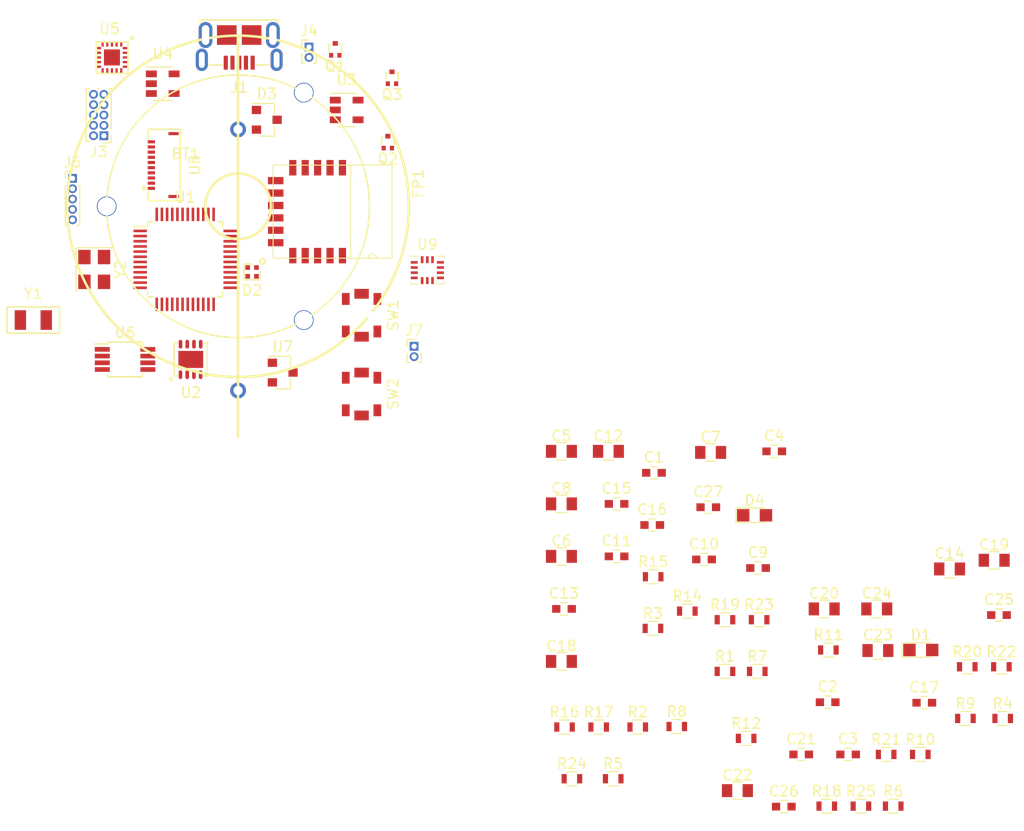
<source format=kicad_pcb>
(kicad_pcb (version 4) (host pcbnew 4.0.7)

  (general
    (links 198)
    (no_connects 198)
    (area 117.374762 76.265 216.525048 158.86)
    (thickness 1.6)
    (drawings 0)
    (tracks 0)
    (zones 0)
    (modules 78)
    (nets 104)
  )

  (page A4)
  (layers
    (0 F.Cu signal)
    (31 B.Cu signal)
    (32 B.Adhes user)
    (33 F.Adhes user)
    (34 B.Paste user)
    (35 F.Paste user)
    (36 B.SilkS user)
    (37 F.SilkS user)
    (38 B.Mask user)
    (39 F.Mask user)
    (40 Dwgs.User user)
    (41 Cmts.User user)
    (42 Eco1.User user)
    (43 Eco2.User user)
    (44 Edge.Cuts user)
    (45 Margin user)
    (46 B.CrtYd user)
    (47 F.CrtYd user)
    (48 B.Fab user)
    (49 F.Fab user)
  )

  (setup
    (last_trace_width 0.25)
    (trace_clearance 0.2)
    (zone_clearance 0.508)
    (zone_45_only no)
    (trace_min 0.2)
    (segment_width 0.2)
    (edge_width 0.15)
    (via_size 0.6)
    (via_drill 0.4)
    (via_min_size 0.4)
    (via_min_drill 0.3)
    (uvia_size 0.3)
    (uvia_drill 0.1)
    (uvias_allowed no)
    (uvia_min_size 0.2)
    (uvia_min_drill 0.1)
    (pcb_text_width 0.3)
    (pcb_text_size 1.5 1.5)
    (mod_edge_width 0.15)
    (mod_text_size 1 1)
    (mod_text_width 0.15)
    (pad_size 1.524 1.524)
    (pad_drill 0.762)
    (pad_to_mask_clearance 0.2)
    (aux_axis_origin 0 0)
    (visible_elements FFFFFF7F)
    (pcbplotparams
      (layerselection 0x00030_80000001)
      (usegerberextensions false)
      (excludeedgelayer true)
      (linewidth 0.100000)
      (plotframeref false)
      (viasonmask false)
      (mode 1)
      (useauxorigin false)
      (hpglpennumber 1)
      (hpglpenspeed 20)
      (hpglpendiameter 15)
      (hpglpenoverlay 2)
      (psnegative false)
      (psa4output false)
      (plotreference true)
      (plotvalue true)
      (plotinvisibletext false)
      (padsonsilk false)
      (subtractmaskfromsilk false)
      (outputformat 1)
      (mirror false)
      (drillshape 1)
      (scaleselection 1)
      (outputdirectory ""))
  )

  (net 0 "")
  (net 1 /VBATT)
  (net 2 "Net-(BT1-Pad2)")
  (net 3 GND)
  (net 4 "Net-(C1-Pad1)")
  (net 5 "Net-(C2-Pad1)")
  (net 6 "Net-(C3-Pad1)")
  (net 7 "Net-(C4-Pad1)")
  (net 8 /VUSB)
  (net 9 "Net-(C7-Pad1)")
  (net 10 +3V3)
  (net 11 "Net-(C12-Pad1)")
  (net 12 "Net-(C19-Pad1)")
  (net 13 "Net-(C19-Pad2)")
  (net 14 "Net-(C20-Pad1)")
  (net 15 "Net-(C20-Pad2)")
  (net 16 "Net-(C21-Pad1)")
  (net 17 /BLE_nRST)
  (net 18 "Net-(C25-Pad1)")
  (net 19 "Net-(D1-Pad1)")
  (net 20 "Net-(D4-Pad2)")
  (net 21 "Net-(D4-Pad1)")
  (net 22 "Net-(FP1-Pad6)")
  (net 23 /RX_BLE)
  (net 24 /TX_BLE)
  (net 25 "Net-(FP1-Pad9)")
  (net 26 "Net-(FP1-Pad11)")
  (net 27 "Net-(FP1-Pad5)")
  (net 28 "Net-(FP1-Pad4)")
  (net 29 "Net-(FP1-Pad3)")
  (net 30 "Net-(FP1-Pad1)")
  (net 31 "Net-(FP1-Pad15)")
  (net 32 /BLE_CONF)
  (net 33 /D+)
  (net 34 /D-)
  (net 35 "Net-(J1-Pad4)")
  (net 36 /TMS)
  (net 37 /TCK)
  (net 38 /TDO)
  (net 39 "Net-(J3-Pad7)")
  (net 40 /TDI)
  (net 41 "Net-(J3-Pad9)")
  (net 42 /STM_NRST)
  (net 43 "Net-(D3-Pad2)")
  (net 44 /KEY_0)
  (net 45 /KEY_1)
  (net 46 /KEY_2)
  (net 47 /KEY_3)
  (net 48 /KEY_4)
  (net 49 "Net-(R1-Pad1)")
  (net 50 "Net-(R2-Pad1)")
  (net 51 "Net-(R3-Pad1)")
  (net 52 "Net-(R5-Pad1)")
  (net 53 "Net-(D2-Pad2)")
  (net 54 /LED_RED)
  (net 55 "Net-(D2-Pad3)")
  (net 56 /LED_BLUE)
  (net 57 "Net-(R8-Pad1)")
  (net 58 "Net-(D2-Pad4)")
  (net 59 /LED_GREEN)
  (net 60 /NRST_TOUCH)
  (net 61 /TOUCH_1)
  (net 62 "Net-(R14-Pad2)")
  (net 63 /TOUCH_2)
  (net 64 "Net-(R15-Pad2)")
  (net 65 /TOUCH_3)
  (net 66 "Net-(R16-Pad2)")
  (net 67 /TOUCH_4)
  (net 68 "Net-(R17-Pad2)")
  (net 69 /TOUCH_0)
  (net 70 "Net-(R18-Pad2)")
  (net 71 "Net-(R19-Pad2)")
  (net 72 "Net-(R20-Pad2)")
  (net 73 "Net-(R21-Pad2)")
  (net 74 "Net-(R22-Pad2)")
  (net 75 "Net-(R23-Pad2)")
  (net 76 /MOTOR_EN)
  (net 77 /5V_EN)
  (net 78 /BATT_EN)
  (net 79 "Net-(U1-Pad14)")
  (net 80 /IMU_SCL)
  (net 81 /IMU_SDO)
  (net 82 /IMU_SDI)
  (net 83 /IMU_INT_1)
  (net 84 /IMU_INT_2)
  (net 85 /IMU_CS)
  (net 86 "Net-(U1-Pad25)")
  (net 87 /DISP_SCLK)
  (net 88 "Net-(U1-Pad27)")
  (net 89 /DISP_SDI)
  (net 90 /DISP_SCS)
  (net 91 "Net-(U3-Pad4)")
  (net 92 "Net-(J7-Pad1)")
  (net 93 "Net-(J7-Pad2)")
  (net 94 +5V)
  (net 95 "Net-(U2-Pad1)")
  (net 96 "Net-(U5-Pad18)")
  (net 97 "Net-(U5-Pad19)")
  (net 98 "Net-(U5-Pad20)")
  (net 99 "Net-(U5-Pad7)")
  (net 100 "Net-(U5-Pad6)")
  (net 101 "Net-(U5-Pad10)")
  (net 102 "Net-(U9-Pad10)")
  (net 103 "Net-(U9-Pad11)")

  (net_class Default "This is the default net class."
    (clearance 0.2)
    (trace_width 0.25)
    (via_dia 0.6)
    (via_drill 0.4)
    (uvia_dia 0.3)
    (uvia_drill 0.1)
    (add_net +3V3)
    (add_net +5V)
    (add_net /5V_EN)
    (add_net /BATT_EN)
    (add_net /BLE_CONF)
    (add_net /BLE_nRST)
    (add_net /D+)
    (add_net /D-)
    (add_net /DISP_SCLK)
    (add_net /DISP_SCS)
    (add_net /DISP_SDI)
    (add_net /IMU_CS)
    (add_net /IMU_INT_1)
    (add_net /IMU_INT_2)
    (add_net /IMU_SCL)
    (add_net /IMU_SDI)
    (add_net /IMU_SDO)
    (add_net /KEY_0)
    (add_net /KEY_1)
    (add_net /KEY_2)
    (add_net /KEY_3)
    (add_net /KEY_4)
    (add_net /LED_BLUE)
    (add_net /LED_GREEN)
    (add_net /LED_RED)
    (add_net /MOTOR_EN)
    (add_net /NRST_TOUCH)
    (add_net /RX_BLE)
    (add_net /STM_NRST)
    (add_net /TCK)
    (add_net /TDI)
    (add_net /TDO)
    (add_net /TMS)
    (add_net /TOUCH_0)
    (add_net /TOUCH_1)
    (add_net /TOUCH_2)
    (add_net /TOUCH_3)
    (add_net /TOUCH_4)
    (add_net /TX_BLE)
    (add_net /VBATT)
    (add_net /VUSB)
    (add_net GND)
    (add_net "Net-(BT1-Pad2)")
    (add_net "Net-(C1-Pad1)")
    (add_net "Net-(C12-Pad1)")
    (add_net "Net-(C19-Pad1)")
    (add_net "Net-(C19-Pad2)")
    (add_net "Net-(C2-Pad1)")
    (add_net "Net-(C20-Pad1)")
    (add_net "Net-(C20-Pad2)")
    (add_net "Net-(C21-Pad1)")
    (add_net "Net-(C25-Pad1)")
    (add_net "Net-(C3-Pad1)")
    (add_net "Net-(C4-Pad1)")
    (add_net "Net-(C7-Pad1)")
    (add_net "Net-(D1-Pad1)")
    (add_net "Net-(D2-Pad2)")
    (add_net "Net-(D2-Pad3)")
    (add_net "Net-(D2-Pad4)")
    (add_net "Net-(D3-Pad2)")
    (add_net "Net-(D4-Pad1)")
    (add_net "Net-(D4-Pad2)")
    (add_net "Net-(FP1-Pad1)")
    (add_net "Net-(FP1-Pad11)")
    (add_net "Net-(FP1-Pad15)")
    (add_net "Net-(FP1-Pad3)")
    (add_net "Net-(FP1-Pad4)")
    (add_net "Net-(FP1-Pad5)")
    (add_net "Net-(FP1-Pad6)")
    (add_net "Net-(FP1-Pad9)")
    (add_net "Net-(J1-Pad4)")
    (add_net "Net-(J3-Pad7)")
    (add_net "Net-(J3-Pad9)")
    (add_net "Net-(J7-Pad1)")
    (add_net "Net-(J7-Pad2)")
    (add_net "Net-(R1-Pad1)")
    (add_net "Net-(R14-Pad2)")
    (add_net "Net-(R15-Pad2)")
    (add_net "Net-(R16-Pad2)")
    (add_net "Net-(R17-Pad2)")
    (add_net "Net-(R18-Pad2)")
    (add_net "Net-(R19-Pad2)")
    (add_net "Net-(R2-Pad1)")
    (add_net "Net-(R20-Pad2)")
    (add_net "Net-(R21-Pad2)")
    (add_net "Net-(R22-Pad2)")
    (add_net "Net-(R23-Pad2)")
    (add_net "Net-(R3-Pad1)")
    (add_net "Net-(R5-Pad1)")
    (add_net "Net-(R8-Pad1)")
    (add_net "Net-(U1-Pad14)")
    (add_net "Net-(U1-Pad25)")
    (add_net "Net-(U1-Pad27)")
    (add_net "Net-(U2-Pad1)")
    (add_net "Net-(U3-Pad4)")
    (add_net "Net-(U5-Pad10)")
    (add_net "Net-(U5-Pad18)")
    (add_net "Net-(U5-Pad19)")
    (add_net "Net-(U5-Pad20)")
    (add_net "Net-(U5-Pad6)")
    (add_net "Net-(U5-Pad7)")
    (add_net "Net-(U9-Pad10)")
    (add_net "Net-(U9-Pad11)")
  )

  (module Capacitors_SMD:C_0603 (layer F.Cu) (tedit 59958EE7) (tstamp 5A065018)
    (at 180.663619 123.995)
    (descr "Capacitor SMD 0603, reflow soldering, AVX (see smccp.pdf)")
    (tags "capacitor 0603")
    (path /59FFF1C1)
    (attr smd)
    (fp_text reference C1 (at 0 -1.5) (layer F.SilkS)
      (effects (font (size 1 1) (thickness 0.15)))
    )
    (fp_text value 12.5pF (at 0 1.5) (layer F.Fab)
      (effects (font (size 1 1) (thickness 0.15)))
    )
    (fp_line (start 1.4 0.65) (end -1.4 0.65) (layer F.CrtYd) (width 0.05))
    (fp_line (start 1.4 0.65) (end 1.4 -0.65) (layer F.CrtYd) (width 0.05))
    (fp_line (start -1.4 -0.65) (end -1.4 0.65) (layer F.CrtYd) (width 0.05))
    (fp_line (start -1.4 -0.65) (end 1.4 -0.65) (layer F.CrtYd) (width 0.05))
    (fp_line (start 0.35 0.6) (end -0.35 0.6) (layer F.SilkS) (width 0.12))
    (fp_line (start -0.35 -0.6) (end 0.35 -0.6) (layer F.SilkS) (width 0.12))
    (fp_line (start -0.8 -0.4) (end 0.8 -0.4) (layer F.Fab) (width 0.1))
    (fp_line (start 0.8 -0.4) (end 0.8 0.4) (layer F.Fab) (width 0.1))
    (fp_line (start 0.8 0.4) (end -0.8 0.4) (layer F.Fab) (width 0.1))
    (fp_line (start -0.8 0.4) (end -0.8 -0.4) (layer F.Fab) (width 0.1))
    (fp_text user %R (at 0 0) (layer F.Fab)
      (effects (font (size 0.3 0.3) (thickness 0.075)))
    )
    (pad 2 smd rect (at 0.75 0) (size 0.8 0.75) (layers F.Cu F.Paste F.Mask)
      (net 3 GND))
    (pad 1 smd rect (at -0.75 0) (size 0.8 0.75) (layers F.Cu F.Paste F.Mask)
      (net 4 "Net-(C1-Pad1)"))
    (model Capacitors_SMD.3dshapes/C_0603.wrl
      (at (xyz 0 0 0))
      (scale (xyz 1 1 1))
      (rotate (xyz 0 0 0))
    )
  )

  (module Capacitors_SMD:C_0603 (layer F.Cu) (tedit 59958EE7) (tstamp 5A065029)
    (at 197.453619 146.185)
    (descr "Capacitor SMD 0603, reflow soldering, AVX (see smccp.pdf)")
    (tags "capacitor 0603")
    (path /59FFF26A)
    (attr smd)
    (fp_text reference C2 (at 0 -1.5) (layer F.SilkS)
      (effects (font (size 1 1) (thickness 0.15)))
    )
    (fp_text value 12.5pF (at 0 1.5) (layer F.Fab)
      (effects (font (size 1 1) (thickness 0.15)))
    )
    (fp_line (start 1.4 0.65) (end -1.4 0.65) (layer F.CrtYd) (width 0.05))
    (fp_line (start 1.4 0.65) (end 1.4 -0.65) (layer F.CrtYd) (width 0.05))
    (fp_line (start -1.4 -0.65) (end -1.4 0.65) (layer F.CrtYd) (width 0.05))
    (fp_line (start -1.4 -0.65) (end 1.4 -0.65) (layer F.CrtYd) (width 0.05))
    (fp_line (start 0.35 0.6) (end -0.35 0.6) (layer F.SilkS) (width 0.12))
    (fp_line (start -0.35 -0.6) (end 0.35 -0.6) (layer F.SilkS) (width 0.12))
    (fp_line (start -0.8 -0.4) (end 0.8 -0.4) (layer F.Fab) (width 0.1))
    (fp_line (start 0.8 -0.4) (end 0.8 0.4) (layer F.Fab) (width 0.1))
    (fp_line (start 0.8 0.4) (end -0.8 0.4) (layer F.Fab) (width 0.1))
    (fp_line (start -0.8 0.4) (end -0.8 -0.4) (layer F.Fab) (width 0.1))
    (fp_text user %R (at 0 0) (layer F.Fab)
      (effects (font (size 0.3 0.3) (thickness 0.075)))
    )
    (pad 2 smd rect (at 0.75 0) (size 0.8 0.75) (layers F.Cu F.Paste F.Mask)
      (net 3 GND))
    (pad 1 smd rect (at -0.75 0) (size 0.8 0.75) (layers F.Cu F.Paste F.Mask)
      (net 5 "Net-(C2-Pad1)"))
    (model Capacitors_SMD.3dshapes/C_0603.wrl
      (at (xyz 0 0 0))
      (scale (xyz 1 1 1))
      (rotate (xyz 0 0 0))
    )
  )

  (module Capacitors_SMD:C_0603 (layer F.Cu) (tedit 59958EE7) (tstamp 5A06503A)
    (at 199.429333 151.235)
    (descr "Capacitor SMD 0603, reflow soldering, AVX (see smccp.pdf)")
    (tags "capacitor 0603")
    (path /59FBE7A1)
    (attr smd)
    (fp_text reference C3 (at 0 -1.5) (layer F.SilkS)
      (effects (font (size 1 1) (thickness 0.15)))
    )
    (fp_text value 18pF (at 0 1.5) (layer F.Fab)
      (effects (font (size 1 1) (thickness 0.15)))
    )
    (fp_line (start 1.4 0.65) (end -1.4 0.65) (layer F.CrtYd) (width 0.05))
    (fp_line (start 1.4 0.65) (end 1.4 -0.65) (layer F.CrtYd) (width 0.05))
    (fp_line (start -1.4 -0.65) (end -1.4 0.65) (layer F.CrtYd) (width 0.05))
    (fp_line (start -1.4 -0.65) (end 1.4 -0.65) (layer F.CrtYd) (width 0.05))
    (fp_line (start 0.35 0.6) (end -0.35 0.6) (layer F.SilkS) (width 0.12))
    (fp_line (start -0.35 -0.6) (end 0.35 -0.6) (layer F.SilkS) (width 0.12))
    (fp_line (start -0.8 -0.4) (end 0.8 -0.4) (layer F.Fab) (width 0.1))
    (fp_line (start 0.8 -0.4) (end 0.8 0.4) (layer F.Fab) (width 0.1))
    (fp_line (start 0.8 0.4) (end -0.8 0.4) (layer F.Fab) (width 0.1))
    (fp_line (start -0.8 0.4) (end -0.8 -0.4) (layer F.Fab) (width 0.1))
    (fp_text user %R (at 0 0) (layer F.Fab)
      (effects (font (size 0.3 0.3) (thickness 0.075)))
    )
    (pad 2 smd rect (at 0.75 0) (size 0.8 0.75) (layers F.Cu F.Paste F.Mask)
      (net 3 GND))
    (pad 1 smd rect (at -0.75 0) (size 0.8 0.75) (layers F.Cu F.Paste F.Mask)
      (net 6 "Net-(C3-Pad1)"))
    (model Capacitors_SMD.3dshapes/C_0603.wrl
      (at (xyz 0 0 0))
      (scale (xyz 1 1 1))
      (rotate (xyz 0 0 0))
    )
  )

  (module Capacitors_SMD:C_0603 (layer F.Cu) (tedit 59958EE7) (tstamp 5A06504B)
    (at 192.29 121.92)
    (descr "Capacitor SMD 0603, reflow soldering, AVX (see smccp.pdf)")
    (tags "capacitor 0603")
    (path /59FBECBA)
    (attr smd)
    (fp_text reference C4 (at 0 -1.5) (layer F.SilkS)
      (effects (font (size 1 1) (thickness 0.15)))
    )
    (fp_text value 18pF (at 0 1.5) (layer F.Fab)
      (effects (font (size 1 1) (thickness 0.15)))
    )
    (fp_line (start 1.4 0.65) (end -1.4 0.65) (layer F.CrtYd) (width 0.05))
    (fp_line (start 1.4 0.65) (end 1.4 -0.65) (layer F.CrtYd) (width 0.05))
    (fp_line (start -1.4 -0.65) (end -1.4 0.65) (layer F.CrtYd) (width 0.05))
    (fp_line (start -1.4 -0.65) (end 1.4 -0.65) (layer F.CrtYd) (width 0.05))
    (fp_line (start 0.35 0.6) (end -0.35 0.6) (layer F.SilkS) (width 0.12))
    (fp_line (start -0.35 -0.6) (end 0.35 -0.6) (layer F.SilkS) (width 0.12))
    (fp_line (start -0.8 -0.4) (end 0.8 -0.4) (layer F.Fab) (width 0.1))
    (fp_line (start 0.8 -0.4) (end 0.8 0.4) (layer F.Fab) (width 0.1))
    (fp_line (start 0.8 0.4) (end -0.8 0.4) (layer F.Fab) (width 0.1))
    (fp_line (start -0.8 0.4) (end -0.8 -0.4) (layer F.Fab) (width 0.1))
    (fp_text user %R (at 0 0) (layer F.Fab)
      (effects (font (size 0.3 0.3) (thickness 0.075)))
    )
    (pad 2 smd rect (at 0.75 0) (size 0.8 0.75) (layers F.Cu F.Paste F.Mask)
      (net 3 GND))
    (pad 1 smd rect (at -0.75 0) (size 0.8 0.75) (layers F.Cu F.Paste F.Mask)
      (net 7 "Net-(C4-Pad1)"))
    (model Capacitors_SMD.3dshapes/C_0603.wrl
      (at (xyz 0 0 0))
      (scale (xyz 1 1 1))
      (rotate (xyz 0 0 0))
    )
  )

  (module Capacitors_SMD:C_0805 (layer F.Cu) (tedit 58AA8463) (tstamp 5A06505C)
    (at 171.72 121.92)
    (descr "Capacitor SMD 0805, reflow soldering, AVX (see smccp.pdf)")
    (tags "capacitor 0805")
    (path /59FFB7D1)
    (attr smd)
    (fp_text reference C5 (at 0 -1.5) (layer F.SilkS)
      (effects (font (size 1 1) (thickness 0.15)))
    )
    (fp_text value 4.7uF (at 0 1.75) (layer F.Fab)
      (effects (font (size 1 1) (thickness 0.15)))
    )
    (fp_text user %R (at 0 -1.5) (layer F.Fab)
      (effects (font (size 1 1) (thickness 0.15)))
    )
    (fp_line (start -1 0.62) (end -1 -0.62) (layer F.Fab) (width 0.1))
    (fp_line (start 1 0.62) (end -1 0.62) (layer F.Fab) (width 0.1))
    (fp_line (start 1 -0.62) (end 1 0.62) (layer F.Fab) (width 0.1))
    (fp_line (start -1 -0.62) (end 1 -0.62) (layer F.Fab) (width 0.1))
    (fp_line (start 0.5 -0.85) (end -0.5 -0.85) (layer F.SilkS) (width 0.12))
    (fp_line (start -0.5 0.85) (end 0.5 0.85) (layer F.SilkS) (width 0.12))
    (fp_line (start -1.75 -0.88) (end 1.75 -0.88) (layer F.CrtYd) (width 0.05))
    (fp_line (start -1.75 -0.88) (end -1.75 0.87) (layer F.CrtYd) (width 0.05))
    (fp_line (start 1.75 0.87) (end 1.75 -0.88) (layer F.CrtYd) (width 0.05))
    (fp_line (start 1.75 0.87) (end -1.75 0.87) (layer F.CrtYd) (width 0.05))
    (pad 1 smd rect (at -1 0) (size 1 1.25) (layers F.Cu F.Paste F.Mask)
      (net 1 /VBATT))
    (pad 2 smd rect (at 1 0) (size 1 1.25) (layers F.Cu F.Paste F.Mask)
      (net 3 GND))
    (model Capacitors_SMD.3dshapes/C_0805.wrl
      (at (xyz 0 0 0))
      (scale (xyz 1 1 1))
      (rotate (xyz 0 0 0))
    )
  )

  (module Capacitors_SMD:C_0805 (layer F.Cu) (tedit 58AA8463) (tstamp 5A06506D)
    (at 171.72 132.08)
    (descr "Capacitor SMD 0805, reflow soldering, AVX (see smccp.pdf)")
    (tags "capacitor 0805")
    (path /59FED2E9)
    (attr smd)
    (fp_text reference C6 (at 0 -1.5) (layer F.SilkS)
      (effects (font (size 1 1) (thickness 0.15)))
    )
    (fp_text value 10uF (at 0 1.75) (layer F.Fab)
      (effects (font (size 1 1) (thickness 0.15)))
    )
    (fp_text user %R (at 0 -1.5) (layer F.Fab)
      (effects (font (size 1 1) (thickness 0.15)))
    )
    (fp_line (start -1 0.62) (end -1 -0.62) (layer F.Fab) (width 0.1))
    (fp_line (start 1 0.62) (end -1 0.62) (layer F.Fab) (width 0.1))
    (fp_line (start 1 -0.62) (end 1 0.62) (layer F.Fab) (width 0.1))
    (fp_line (start -1 -0.62) (end 1 -0.62) (layer F.Fab) (width 0.1))
    (fp_line (start 0.5 -0.85) (end -0.5 -0.85) (layer F.SilkS) (width 0.12))
    (fp_line (start -0.5 0.85) (end 0.5 0.85) (layer F.SilkS) (width 0.12))
    (fp_line (start -1.75 -0.88) (end 1.75 -0.88) (layer F.CrtYd) (width 0.05))
    (fp_line (start -1.75 -0.88) (end -1.75 0.87) (layer F.CrtYd) (width 0.05))
    (fp_line (start 1.75 0.87) (end 1.75 -0.88) (layer F.CrtYd) (width 0.05))
    (fp_line (start 1.75 0.87) (end -1.75 0.87) (layer F.CrtYd) (width 0.05))
    (pad 1 smd rect (at -1 0) (size 1 1.25) (layers F.Cu F.Paste F.Mask)
      (net 8 /VUSB))
    (pad 2 smd rect (at 1 0) (size 1 1.25) (layers F.Cu F.Paste F.Mask)
      (net 3 GND))
    (model Capacitors_SMD.3dshapes/C_0805.wrl
      (at (xyz 0 0 0))
      (scale (xyz 1 1 1))
      (rotate (xyz 0 0 0))
    )
  )

  (module Capacitors_SMD:C_0805 (layer F.Cu) (tedit 58AA8463) (tstamp 5A06507E)
    (at 186.141001 122.025)
    (descr "Capacitor SMD 0805, reflow soldering, AVX (see smccp.pdf)")
    (tags "capacitor 0805")
    (path /59FF271A)
    (attr smd)
    (fp_text reference C7 (at 0 -1.5) (layer F.SilkS)
      (effects (font (size 1 1) (thickness 0.15)))
    )
    (fp_text value 1uF (at 0 1.75) (layer F.Fab)
      (effects (font (size 1 1) (thickness 0.15)))
    )
    (fp_text user %R (at 0 -1.5) (layer F.Fab)
      (effects (font (size 1 1) (thickness 0.15)))
    )
    (fp_line (start -1 0.62) (end -1 -0.62) (layer F.Fab) (width 0.1))
    (fp_line (start 1 0.62) (end -1 0.62) (layer F.Fab) (width 0.1))
    (fp_line (start 1 -0.62) (end 1 0.62) (layer F.Fab) (width 0.1))
    (fp_line (start -1 -0.62) (end 1 -0.62) (layer F.Fab) (width 0.1))
    (fp_line (start 0.5 -0.85) (end -0.5 -0.85) (layer F.SilkS) (width 0.12))
    (fp_line (start -0.5 0.85) (end 0.5 0.85) (layer F.SilkS) (width 0.12))
    (fp_line (start -1.75 -0.88) (end 1.75 -0.88) (layer F.CrtYd) (width 0.05))
    (fp_line (start -1.75 -0.88) (end -1.75 0.87) (layer F.CrtYd) (width 0.05))
    (fp_line (start 1.75 0.87) (end 1.75 -0.88) (layer F.CrtYd) (width 0.05))
    (fp_line (start 1.75 0.87) (end -1.75 0.87) (layer F.CrtYd) (width 0.05))
    (pad 1 smd rect (at -1 0) (size 1 1.25) (layers F.Cu F.Paste F.Mask)
      (net 9 "Net-(C7-Pad1)"))
    (pad 2 smd rect (at 1 0) (size 1 1.25) (layers F.Cu F.Paste F.Mask)
      (net 3 GND))
    (model Capacitors_SMD.3dshapes/C_0805.wrl
      (at (xyz 0 0 0))
      (scale (xyz 1 1 1))
      (rotate (xyz 0 0 0))
    )
  )

  (module Capacitors_SMD:C_0805 (layer F.Cu) (tedit 58AA8463) (tstamp 5A06508F)
    (at 171.72 127)
    (descr "Capacitor SMD 0805, reflow soldering, AVX (see smccp.pdf)")
    (tags "capacitor 0805")
    (path /5A003C48)
    (attr smd)
    (fp_text reference C8 (at 0 -1.5) (layer F.SilkS)
      (effects (font (size 1 1) (thickness 0.15)))
    )
    (fp_text value 4.7uF (at 0 1.75) (layer F.Fab)
      (effects (font (size 1 1) (thickness 0.15)))
    )
    (fp_text user %R (at 0 -1.5) (layer F.Fab)
      (effects (font (size 1 1) (thickness 0.15)))
    )
    (fp_line (start -1 0.62) (end -1 -0.62) (layer F.Fab) (width 0.1))
    (fp_line (start 1 0.62) (end -1 0.62) (layer F.Fab) (width 0.1))
    (fp_line (start 1 -0.62) (end 1 0.62) (layer F.Fab) (width 0.1))
    (fp_line (start -1 -0.62) (end 1 -0.62) (layer F.Fab) (width 0.1))
    (fp_line (start 0.5 -0.85) (end -0.5 -0.85) (layer F.SilkS) (width 0.12))
    (fp_line (start -0.5 0.85) (end 0.5 0.85) (layer F.SilkS) (width 0.12))
    (fp_line (start -1.75 -0.88) (end 1.75 -0.88) (layer F.CrtYd) (width 0.05))
    (fp_line (start -1.75 -0.88) (end -1.75 0.87) (layer F.CrtYd) (width 0.05))
    (fp_line (start 1.75 0.87) (end 1.75 -0.88) (layer F.CrtYd) (width 0.05))
    (fp_line (start 1.75 0.87) (end -1.75 0.87) (layer F.CrtYd) (width 0.05))
    (pad 1 smd rect (at -1 0) (size 1 1.25) (layers F.Cu F.Paste F.Mask)
      (net 8 /VUSB))
    (pad 2 smd rect (at 1 0) (size 1 1.25) (layers F.Cu F.Paste F.Mask)
      (net 3 GND))
    (model Capacitors_SMD.3dshapes/C_0805.wrl
      (at (xyz 0 0 0))
      (scale (xyz 1 1 1))
      (rotate (xyz 0 0 0))
    )
  )

  (module Capacitors_SMD:C_0603 (layer F.Cu) (tedit 59958EE7) (tstamp 5A0650A0)
    (at 190.725524 133.205)
    (descr "Capacitor SMD 0603, reflow soldering, AVX (see smccp.pdf)")
    (tags "capacitor 0603")
    (path /59FB62BE)
    (attr smd)
    (fp_text reference C9 (at 0 -1.5) (layer F.SilkS)
      (effects (font (size 1 1) (thickness 0.15)))
    )
    (fp_text value 100nF (at 0 1.5) (layer F.Fab)
      (effects (font (size 1 1) (thickness 0.15)))
    )
    (fp_line (start 1.4 0.65) (end -1.4 0.65) (layer F.CrtYd) (width 0.05))
    (fp_line (start 1.4 0.65) (end 1.4 -0.65) (layer F.CrtYd) (width 0.05))
    (fp_line (start -1.4 -0.65) (end -1.4 0.65) (layer F.CrtYd) (width 0.05))
    (fp_line (start -1.4 -0.65) (end 1.4 -0.65) (layer F.CrtYd) (width 0.05))
    (fp_line (start 0.35 0.6) (end -0.35 0.6) (layer F.SilkS) (width 0.12))
    (fp_line (start -0.35 -0.6) (end 0.35 -0.6) (layer F.SilkS) (width 0.12))
    (fp_line (start -0.8 -0.4) (end 0.8 -0.4) (layer F.Fab) (width 0.1))
    (fp_line (start 0.8 -0.4) (end 0.8 0.4) (layer F.Fab) (width 0.1))
    (fp_line (start 0.8 0.4) (end -0.8 0.4) (layer F.Fab) (width 0.1))
    (fp_line (start -0.8 0.4) (end -0.8 -0.4) (layer F.Fab) (width 0.1))
    (fp_text user %R (at 0 0) (layer F.Fab)
      (effects (font (size 0.3 0.3) (thickness 0.075)))
    )
    (pad 2 smd rect (at 0.75 0) (size 0.8 0.75) (layers F.Cu F.Paste F.Mask)
      (net 3 GND))
    (pad 1 smd rect (at -0.75 0) (size 0.8 0.75) (layers F.Cu F.Paste F.Mask)
      (net 10 +3V3))
    (model Capacitors_SMD.3dshapes/C_0603.wrl
      (at (xyz 0 0 0))
      (scale (xyz 1 1 1))
      (rotate (xyz 0 0 0))
    )
  )

  (module Capacitors_SMD:C_0603 (layer F.Cu) (tedit 59958EE7) (tstamp 5A0650B1)
    (at 185.505524 132.375)
    (descr "Capacitor SMD 0603, reflow soldering, AVX (see smccp.pdf)")
    (tags "capacitor 0603")
    (path /59FB68F5)
    (attr smd)
    (fp_text reference C10 (at 0 -1.5) (layer F.SilkS)
      (effects (font (size 1 1) (thickness 0.15)))
    )
    (fp_text value 100nF (at 0 1.5) (layer F.Fab)
      (effects (font (size 1 1) (thickness 0.15)))
    )
    (fp_line (start 1.4 0.65) (end -1.4 0.65) (layer F.CrtYd) (width 0.05))
    (fp_line (start 1.4 0.65) (end 1.4 -0.65) (layer F.CrtYd) (width 0.05))
    (fp_line (start -1.4 -0.65) (end -1.4 0.65) (layer F.CrtYd) (width 0.05))
    (fp_line (start -1.4 -0.65) (end 1.4 -0.65) (layer F.CrtYd) (width 0.05))
    (fp_line (start 0.35 0.6) (end -0.35 0.6) (layer F.SilkS) (width 0.12))
    (fp_line (start -0.35 -0.6) (end 0.35 -0.6) (layer F.SilkS) (width 0.12))
    (fp_line (start -0.8 -0.4) (end 0.8 -0.4) (layer F.Fab) (width 0.1))
    (fp_line (start 0.8 -0.4) (end 0.8 0.4) (layer F.Fab) (width 0.1))
    (fp_line (start 0.8 0.4) (end -0.8 0.4) (layer F.Fab) (width 0.1))
    (fp_line (start -0.8 0.4) (end -0.8 -0.4) (layer F.Fab) (width 0.1))
    (fp_text user %R (at 0 0) (layer F.Fab)
      (effects (font (size 0.3 0.3) (thickness 0.075)))
    )
    (pad 2 smd rect (at 0.75 0) (size 0.8 0.75) (layers F.Cu F.Paste F.Mask)
      (net 3 GND))
    (pad 1 smd rect (at -0.75 0) (size 0.8 0.75) (layers F.Cu F.Paste F.Mask)
      (net 10 +3V3))
    (model Capacitors_SMD.3dshapes/C_0603.wrl
      (at (xyz 0 0 0))
      (scale (xyz 1 1 1))
      (rotate (xyz 0 0 0))
    )
  )

  (module Capacitors_SMD:C_0603 (layer F.Cu) (tedit 59958EE7) (tstamp 5A0650C2)
    (at 177.05 132.08)
    (descr "Capacitor SMD 0603, reflow soldering, AVX (see smccp.pdf)")
    (tags "capacitor 0603")
    (path /59FB69A6)
    (attr smd)
    (fp_text reference C11 (at 0 -1.5) (layer F.SilkS)
      (effects (font (size 1 1) (thickness 0.15)))
    )
    (fp_text value 100nF (at 0 1.5) (layer F.Fab)
      (effects (font (size 1 1) (thickness 0.15)))
    )
    (fp_line (start 1.4 0.65) (end -1.4 0.65) (layer F.CrtYd) (width 0.05))
    (fp_line (start 1.4 0.65) (end 1.4 -0.65) (layer F.CrtYd) (width 0.05))
    (fp_line (start -1.4 -0.65) (end -1.4 0.65) (layer F.CrtYd) (width 0.05))
    (fp_line (start -1.4 -0.65) (end 1.4 -0.65) (layer F.CrtYd) (width 0.05))
    (fp_line (start 0.35 0.6) (end -0.35 0.6) (layer F.SilkS) (width 0.12))
    (fp_line (start -0.35 -0.6) (end 0.35 -0.6) (layer F.SilkS) (width 0.12))
    (fp_line (start -0.8 -0.4) (end 0.8 -0.4) (layer F.Fab) (width 0.1))
    (fp_line (start 0.8 -0.4) (end 0.8 0.4) (layer F.Fab) (width 0.1))
    (fp_line (start 0.8 0.4) (end -0.8 0.4) (layer F.Fab) (width 0.1))
    (fp_line (start -0.8 0.4) (end -0.8 -0.4) (layer F.Fab) (width 0.1))
    (fp_text user %R (at 0 0) (layer F.Fab)
      (effects (font (size 0.3 0.3) (thickness 0.075)))
    )
    (pad 2 smd rect (at 0.75 0) (size 0.8 0.75) (layers F.Cu F.Paste F.Mask)
      (net 3 GND))
    (pad 1 smd rect (at -0.75 0) (size 0.8 0.75) (layers F.Cu F.Paste F.Mask)
      (net 10 +3V3))
    (model Capacitors_SMD.3dshapes/C_0603.wrl
      (at (xyz 0 0 0))
      (scale (xyz 1 1 1))
      (rotate (xyz 0 0 0))
    )
  )

  (module Capacitors_SMD:C_0805 (layer F.Cu) (tedit 58AA8463) (tstamp 5A0650D3)
    (at 176.26 121.92)
    (descr "Capacitor SMD 0805, reflow soldering, AVX (see smccp.pdf)")
    (tags "capacitor 0805")
    (path /59FF1BA0)
    (attr smd)
    (fp_text reference C12 (at 0 -1.5) (layer F.SilkS)
      (effects (font (size 1 1) (thickness 0.15)))
    )
    (fp_text value 2.2uF (at 0 1.75) (layer F.Fab)
      (effects (font (size 1 1) (thickness 0.15)))
    )
    (fp_text user %R (at 0 -1.5) (layer F.Fab)
      (effects (font (size 1 1) (thickness 0.15)))
    )
    (fp_line (start -1 0.62) (end -1 -0.62) (layer F.Fab) (width 0.1))
    (fp_line (start 1 0.62) (end -1 0.62) (layer F.Fab) (width 0.1))
    (fp_line (start 1 -0.62) (end 1 0.62) (layer F.Fab) (width 0.1))
    (fp_line (start -1 -0.62) (end 1 -0.62) (layer F.Fab) (width 0.1))
    (fp_line (start 0.5 -0.85) (end -0.5 -0.85) (layer F.SilkS) (width 0.12))
    (fp_line (start -0.5 0.85) (end 0.5 0.85) (layer F.SilkS) (width 0.12))
    (fp_line (start -1.75 -0.88) (end 1.75 -0.88) (layer F.CrtYd) (width 0.05))
    (fp_line (start -1.75 -0.88) (end -1.75 0.87) (layer F.CrtYd) (width 0.05))
    (fp_line (start 1.75 0.87) (end 1.75 -0.88) (layer F.CrtYd) (width 0.05))
    (fp_line (start 1.75 0.87) (end -1.75 0.87) (layer F.CrtYd) (width 0.05))
    (pad 1 smd rect (at -1 0) (size 1 1.25) (layers F.Cu F.Paste F.Mask)
      (net 11 "Net-(C12-Pad1)"))
    (pad 2 smd rect (at 1 0) (size 1 1.25) (layers F.Cu F.Paste F.Mask)
      (net 3 GND))
    (model Capacitors_SMD.3dshapes/C_0805.wrl
      (at (xyz 0 0 0))
      (scale (xyz 1 1 1))
      (rotate (xyz 0 0 0))
    )
  )

  (module Capacitors_SMD:C_0603 (layer F.Cu) (tedit 59958EE7) (tstamp 5A0650E4)
    (at 171.97 137.16)
    (descr "Capacitor SMD 0603, reflow soldering, AVX (see smccp.pdf)")
    (tags "capacitor 0603")
    (path /59FB6A1C)
    (attr smd)
    (fp_text reference C13 (at 0 -1.5) (layer F.SilkS)
      (effects (font (size 1 1) (thickness 0.15)))
    )
    (fp_text value 100nF (at 0 1.5) (layer F.Fab)
      (effects (font (size 1 1) (thickness 0.15)))
    )
    (fp_line (start 1.4 0.65) (end -1.4 0.65) (layer F.CrtYd) (width 0.05))
    (fp_line (start 1.4 0.65) (end 1.4 -0.65) (layer F.CrtYd) (width 0.05))
    (fp_line (start -1.4 -0.65) (end -1.4 0.65) (layer F.CrtYd) (width 0.05))
    (fp_line (start -1.4 -0.65) (end 1.4 -0.65) (layer F.CrtYd) (width 0.05))
    (fp_line (start 0.35 0.6) (end -0.35 0.6) (layer F.SilkS) (width 0.12))
    (fp_line (start -0.35 -0.6) (end 0.35 -0.6) (layer F.SilkS) (width 0.12))
    (fp_line (start -0.8 -0.4) (end 0.8 -0.4) (layer F.Fab) (width 0.1))
    (fp_line (start 0.8 -0.4) (end 0.8 0.4) (layer F.Fab) (width 0.1))
    (fp_line (start 0.8 0.4) (end -0.8 0.4) (layer F.Fab) (width 0.1))
    (fp_line (start -0.8 0.4) (end -0.8 -0.4) (layer F.Fab) (width 0.1))
    (fp_text user %R (at 0 0) (layer F.Fab)
      (effects (font (size 0.3 0.3) (thickness 0.075)))
    )
    (pad 2 smd rect (at 0.75 0) (size 0.8 0.75) (layers F.Cu F.Paste F.Mask)
      (net 3 GND))
    (pad 1 smd rect (at -0.75 0) (size 0.8 0.75) (layers F.Cu F.Paste F.Mask)
      (net 10 +3V3))
    (model Capacitors_SMD.3dshapes/C_0603.wrl
      (at (xyz 0 0 0))
      (scale (xyz 1 1 1))
      (rotate (xyz 0 0 0))
    )
  )

  (module Capacitors_SMD:C_0805 (layer F.Cu) (tedit 58AA8463) (tstamp 5A0650F5)
    (at 209.237428 133.295)
    (descr "Capacitor SMD 0805, reflow soldering, AVX (see smccp.pdf)")
    (tags "capacitor 0805")
    (path /5A005E2E)
    (attr smd)
    (fp_text reference C14 (at 0 -1.5) (layer F.SilkS)
      (effects (font (size 1 1) (thickness 0.15)))
    )
    (fp_text value 4.7uF (at 0 1.75) (layer F.Fab)
      (effects (font (size 1 1) (thickness 0.15)))
    )
    (fp_text user %R (at 0 -1.5) (layer F.Fab)
      (effects (font (size 1 1) (thickness 0.15)))
    )
    (fp_line (start -1 0.62) (end -1 -0.62) (layer F.Fab) (width 0.1))
    (fp_line (start 1 0.62) (end -1 0.62) (layer F.Fab) (width 0.1))
    (fp_line (start 1 -0.62) (end 1 0.62) (layer F.Fab) (width 0.1))
    (fp_line (start -1 -0.62) (end 1 -0.62) (layer F.Fab) (width 0.1))
    (fp_line (start 0.5 -0.85) (end -0.5 -0.85) (layer F.SilkS) (width 0.12))
    (fp_line (start -0.5 0.85) (end 0.5 0.85) (layer F.SilkS) (width 0.12))
    (fp_line (start -1.75 -0.88) (end 1.75 -0.88) (layer F.CrtYd) (width 0.05))
    (fp_line (start -1.75 -0.88) (end -1.75 0.87) (layer F.CrtYd) (width 0.05))
    (fp_line (start 1.75 0.87) (end 1.75 -0.88) (layer F.CrtYd) (width 0.05))
    (fp_line (start 1.75 0.87) (end -1.75 0.87) (layer F.CrtYd) (width 0.05))
    (pad 1 smd rect (at -1 0) (size 1 1.25) (layers F.Cu F.Paste F.Mask)
      (net 1 /VBATT))
    (pad 2 smd rect (at 1 0) (size 1 1.25) (layers F.Cu F.Paste F.Mask)
      (net 3 GND))
    (model Capacitors_SMD.3dshapes/C_0805.wrl
      (at (xyz 0 0 0))
      (scale (xyz 1 1 1))
      (rotate (xyz 0 0 0))
    )
  )

  (module Capacitors_SMD:C_0603 (layer F.Cu) (tedit 59958EE7) (tstamp 5A065106)
    (at 177.05 127)
    (descr "Capacitor SMD 0603, reflow soldering, AVX (see smccp.pdf)")
    (tags "capacitor 0603")
    (path /59FB6E37)
    (attr smd)
    (fp_text reference C15 (at 0 -1.5) (layer F.SilkS)
      (effects (font (size 1 1) (thickness 0.15)))
    )
    (fp_text value 100nF (at 0 1.5) (layer F.Fab)
      (effects (font (size 1 1) (thickness 0.15)))
    )
    (fp_line (start 1.4 0.65) (end -1.4 0.65) (layer F.CrtYd) (width 0.05))
    (fp_line (start 1.4 0.65) (end 1.4 -0.65) (layer F.CrtYd) (width 0.05))
    (fp_line (start -1.4 -0.65) (end -1.4 0.65) (layer F.CrtYd) (width 0.05))
    (fp_line (start -1.4 -0.65) (end 1.4 -0.65) (layer F.CrtYd) (width 0.05))
    (fp_line (start 0.35 0.6) (end -0.35 0.6) (layer F.SilkS) (width 0.12))
    (fp_line (start -0.35 -0.6) (end 0.35 -0.6) (layer F.SilkS) (width 0.12))
    (fp_line (start -0.8 -0.4) (end 0.8 -0.4) (layer F.Fab) (width 0.1))
    (fp_line (start 0.8 -0.4) (end 0.8 0.4) (layer F.Fab) (width 0.1))
    (fp_line (start 0.8 0.4) (end -0.8 0.4) (layer F.Fab) (width 0.1))
    (fp_line (start -0.8 0.4) (end -0.8 -0.4) (layer F.Fab) (width 0.1))
    (fp_text user %R (at 0 0) (layer F.Fab)
      (effects (font (size 0.3 0.3) (thickness 0.075)))
    )
    (pad 2 smd rect (at 0.75 0) (size 0.8 0.75) (layers F.Cu F.Paste F.Mask)
      (net 3 GND))
    (pad 1 smd rect (at -0.75 0) (size 0.8 0.75) (layers F.Cu F.Paste F.Mask)
      (net 10 +3V3))
    (model Capacitors_SMD.3dshapes/C_0603.wrl
      (at (xyz 0 0 0))
      (scale (xyz 1 1 1))
      (rotate (xyz 0 0 0))
    )
  )

  (module Capacitors_SMD:C_0603 (layer F.Cu) (tedit 59958EE7) (tstamp 5A065117)
    (at 180.495524 129.045)
    (descr "Capacitor SMD 0603, reflow soldering, AVX (see smccp.pdf)")
    (tags "capacitor 0603")
    (path /59FB6EB5)
    (attr smd)
    (fp_text reference C16 (at 0 -1.5) (layer F.SilkS)
      (effects (font (size 1 1) (thickness 0.15)))
    )
    (fp_text value 100nF (at 0 1.5) (layer F.Fab)
      (effects (font (size 1 1) (thickness 0.15)))
    )
    (fp_line (start 1.4 0.65) (end -1.4 0.65) (layer F.CrtYd) (width 0.05))
    (fp_line (start 1.4 0.65) (end 1.4 -0.65) (layer F.CrtYd) (width 0.05))
    (fp_line (start -1.4 -0.65) (end -1.4 0.65) (layer F.CrtYd) (width 0.05))
    (fp_line (start -1.4 -0.65) (end 1.4 -0.65) (layer F.CrtYd) (width 0.05))
    (fp_line (start 0.35 0.6) (end -0.35 0.6) (layer F.SilkS) (width 0.12))
    (fp_line (start -0.35 -0.6) (end 0.35 -0.6) (layer F.SilkS) (width 0.12))
    (fp_line (start -0.8 -0.4) (end 0.8 -0.4) (layer F.Fab) (width 0.1))
    (fp_line (start 0.8 -0.4) (end 0.8 0.4) (layer F.Fab) (width 0.1))
    (fp_line (start 0.8 0.4) (end -0.8 0.4) (layer F.Fab) (width 0.1))
    (fp_line (start -0.8 0.4) (end -0.8 -0.4) (layer F.Fab) (width 0.1))
    (fp_text user %R (at 0 0) (layer F.Fab)
      (effects (font (size 0.3 0.3) (thickness 0.075)))
    )
    (pad 2 smd rect (at 0.75 0) (size 0.8 0.75) (layers F.Cu F.Paste F.Mask)
      (net 3 GND))
    (pad 1 smd rect (at -0.75 0) (size 0.8 0.75) (layers F.Cu F.Paste F.Mask)
      (net 10 +3V3))
    (model Capacitors_SMD.3dshapes/C_0603.wrl
      (at (xyz 0 0 0))
      (scale (xyz 1 1 1))
      (rotate (xyz 0 0 0))
    )
  )

  (module Capacitors_SMD:C_0603 (layer F.Cu) (tedit 59958EE7) (tstamp 5A065128)
    (at 206.795524 146.235)
    (descr "Capacitor SMD 0603, reflow soldering, AVX (see smccp.pdf)")
    (tags "capacitor 0603")
    (path /59FAC4ED)
    (attr smd)
    (fp_text reference C17 (at 0 -1.5) (layer F.SilkS)
      (effects (font (size 1 1) (thickness 0.15)))
    )
    (fp_text value 100nF (at 0 1.5) (layer F.Fab)
      (effects (font (size 1 1) (thickness 0.15)))
    )
    (fp_line (start 1.4 0.65) (end -1.4 0.65) (layer F.CrtYd) (width 0.05))
    (fp_line (start 1.4 0.65) (end 1.4 -0.65) (layer F.CrtYd) (width 0.05))
    (fp_line (start -1.4 -0.65) (end -1.4 0.65) (layer F.CrtYd) (width 0.05))
    (fp_line (start -1.4 -0.65) (end 1.4 -0.65) (layer F.CrtYd) (width 0.05))
    (fp_line (start 0.35 0.6) (end -0.35 0.6) (layer F.SilkS) (width 0.12))
    (fp_line (start -0.35 -0.6) (end 0.35 -0.6) (layer F.SilkS) (width 0.12))
    (fp_line (start -0.8 -0.4) (end 0.8 -0.4) (layer F.Fab) (width 0.1))
    (fp_line (start 0.8 -0.4) (end 0.8 0.4) (layer F.Fab) (width 0.1))
    (fp_line (start 0.8 0.4) (end -0.8 0.4) (layer F.Fab) (width 0.1))
    (fp_line (start -0.8 0.4) (end -0.8 -0.4) (layer F.Fab) (width 0.1))
    (fp_text user %R (at 0 0) (layer F.Fab)
      (effects (font (size 0.3 0.3) (thickness 0.075)))
    )
    (pad 2 smd rect (at 0.75 0) (size 0.8 0.75) (layers F.Cu F.Paste F.Mask)
      (net 3 GND))
    (pad 1 smd rect (at -0.75 0) (size 0.8 0.75) (layers F.Cu F.Paste F.Mask)
      (net 10 +3V3))
    (model Capacitors_SMD.3dshapes/C_0603.wrl
      (at (xyz 0 0 0))
      (scale (xyz 1 1 1))
      (rotate (xyz 0 0 0))
    )
  )

  (module Capacitors_SMD:C_0805 (layer F.Cu) (tedit 58AA8463) (tstamp 5A065139)
    (at 171.72 142.24)
    (descr "Capacitor SMD 0805, reflow soldering, AVX (see smccp.pdf)")
    (tags "capacitor 0805")
    (path /59FE4324)
    (attr smd)
    (fp_text reference C18 (at 0 -1.5) (layer F.SilkS)
      (effects (font (size 1 1) (thickness 0.15)))
    )
    (fp_text value 1uF (at 0 1.75) (layer F.Fab)
      (effects (font (size 1 1) (thickness 0.15)))
    )
    (fp_text user %R (at 0 -1.5) (layer F.Fab)
      (effects (font (size 1 1) (thickness 0.15)))
    )
    (fp_line (start -1 0.62) (end -1 -0.62) (layer F.Fab) (width 0.1))
    (fp_line (start 1 0.62) (end -1 0.62) (layer F.Fab) (width 0.1))
    (fp_line (start 1 -0.62) (end 1 0.62) (layer F.Fab) (width 0.1))
    (fp_line (start -1 -0.62) (end 1 -0.62) (layer F.Fab) (width 0.1))
    (fp_line (start 0.5 -0.85) (end -0.5 -0.85) (layer F.SilkS) (width 0.12))
    (fp_line (start -0.5 0.85) (end 0.5 0.85) (layer F.SilkS) (width 0.12))
    (fp_line (start -1.75 -0.88) (end 1.75 -0.88) (layer F.CrtYd) (width 0.05))
    (fp_line (start -1.75 -0.88) (end -1.75 0.87) (layer F.CrtYd) (width 0.05))
    (fp_line (start 1.75 0.87) (end 1.75 -0.88) (layer F.CrtYd) (width 0.05))
    (fp_line (start 1.75 0.87) (end -1.75 0.87) (layer F.CrtYd) (width 0.05))
    (pad 1 smd rect (at -1 0) (size 1 1.25) (layers F.Cu F.Paste F.Mask)
      (net 10 +3V3))
    (pad 2 smd rect (at 1 0) (size 1 1.25) (layers F.Cu F.Paste F.Mask)
      (net 3 GND))
    (model Capacitors_SMD.3dshapes/C_0805.wrl
      (at (xyz 0 0 0))
      (scale (xyz 1 1 1))
      (rotate (xyz 0 0 0))
    )
  )

  (module Capacitors_SMD:C_0805 (layer F.Cu) (tedit 58AA8463) (tstamp 5A06514A)
    (at 213.551001 132.455)
    (descr "Capacitor SMD 0805, reflow soldering, AVX (see smccp.pdf)")
    (tags "capacitor 0805")
    (path /59FE404F)
    (attr smd)
    (fp_text reference C19 (at 0 -1.5) (layer F.SilkS)
      (effects (font (size 1 1) (thickness 0.15)))
    )
    (fp_text value 1uF (at 0 1.75) (layer F.Fab)
      (effects (font (size 1 1) (thickness 0.15)))
    )
    (fp_text user %R (at 0 -1.5) (layer F.Fab)
      (effects (font (size 1 1) (thickness 0.15)))
    )
    (fp_line (start -1 0.62) (end -1 -0.62) (layer F.Fab) (width 0.1))
    (fp_line (start 1 0.62) (end -1 0.62) (layer F.Fab) (width 0.1))
    (fp_line (start 1 -0.62) (end 1 0.62) (layer F.Fab) (width 0.1))
    (fp_line (start -1 -0.62) (end 1 -0.62) (layer F.Fab) (width 0.1))
    (fp_line (start 0.5 -0.85) (end -0.5 -0.85) (layer F.SilkS) (width 0.12))
    (fp_line (start -0.5 0.85) (end 0.5 0.85) (layer F.SilkS) (width 0.12))
    (fp_line (start -1.75 -0.88) (end 1.75 -0.88) (layer F.CrtYd) (width 0.05))
    (fp_line (start -1.75 -0.88) (end -1.75 0.87) (layer F.CrtYd) (width 0.05))
    (fp_line (start 1.75 0.87) (end 1.75 -0.88) (layer F.CrtYd) (width 0.05))
    (fp_line (start 1.75 0.87) (end -1.75 0.87) (layer F.CrtYd) (width 0.05))
    (pad 1 smd rect (at -1 0) (size 1 1.25) (layers F.Cu F.Paste F.Mask)
      (net 12 "Net-(C19-Pad1)"))
    (pad 2 smd rect (at 1 0) (size 1 1.25) (layers F.Cu F.Paste F.Mask)
      (net 13 "Net-(C19-Pad2)"))
    (model Capacitors_SMD.3dshapes/C_0805.wrl
      (at (xyz 0 0 0))
      (scale (xyz 1 1 1))
      (rotate (xyz 0 0 0))
    )
  )

  (module Capacitors_SMD:C_0805 (layer F.Cu) (tedit 58AA8463) (tstamp 5A06515B)
    (at 197.12 137.16)
    (descr "Capacitor SMD 0805, reflow soldering, AVX (see smccp.pdf)")
    (tags "capacitor 0805")
    (path /59FE57C9)
    (attr smd)
    (fp_text reference C20 (at 0 -1.5) (layer F.SilkS)
      (effects (font (size 1 1) (thickness 0.15)))
    )
    (fp_text value 1uF (at 0 1.75) (layer F.Fab)
      (effects (font (size 1 1) (thickness 0.15)))
    )
    (fp_text user %R (at 0 -1.5) (layer F.Fab)
      (effects (font (size 1 1) (thickness 0.15)))
    )
    (fp_line (start -1 0.62) (end -1 -0.62) (layer F.Fab) (width 0.1))
    (fp_line (start 1 0.62) (end -1 0.62) (layer F.Fab) (width 0.1))
    (fp_line (start 1 -0.62) (end 1 0.62) (layer F.Fab) (width 0.1))
    (fp_line (start -1 -0.62) (end 1 -0.62) (layer F.Fab) (width 0.1))
    (fp_line (start 0.5 -0.85) (end -0.5 -0.85) (layer F.SilkS) (width 0.12))
    (fp_line (start -0.5 0.85) (end 0.5 0.85) (layer F.SilkS) (width 0.12))
    (fp_line (start -1.75 -0.88) (end 1.75 -0.88) (layer F.CrtYd) (width 0.05))
    (fp_line (start -1.75 -0.88) (end -1.75 0.87) (layer F.CrtYd) (width 0.05))
    (fp_line (start 1.75 0.87) (end 1.75 -0.88) (layer F.CrtYd) (width 0.05))
    (fp_line (start 1.75 0.87) (end -1.75 0.87) (layer F.CrtYd) (width 0.05))
    (pad 1 smd rect (at -1 0) (size 1 1.25) (layers F.Cu F.Paste F.Mask)
      (net 14 "Net-(C20-Pad1)"))
    (pad 2 smd rect (at 1 0) (size 1 1.25) (layers F.Cu F.Paste F.Mask)
      (net 15 "Net-(C20-Pad2)"))
    (model Capacitors_SMD.3dshapes/C_0805.wrl
      (at (xyz 0 0 0))
      (scale (xyz 1 1 1))
      (rotate (xyz 0 0 0))
    )
  )

  (module Capacitors_SMD:C_0603 (layer F.Cu) (tedit 59958EE7) (tstamp 5A06516C)
    (at 194.895524 151.235)
    (descr "Capacitor SMD 0603, reflow soldering, AVX (see smccp.pdf)")
    (tags "capacitor 0603")
    (path /59FCEEC7)
    (attr smd)
    (fp_text reference C21 (at 0 -1.5) (layer F.SilkS)
      (effects (font (size 1 1) (thickness 0.15)))
    )
    (fp_text value 100nF (at 0 1.5) (layer F.Fab)
      (effects (font (size 1 1) (thickness 0.15)))
    )
    (fp_line (start 1.4 0.65) (end -1.4 0.65) (layer F.CrtYd) (width 0.05))
    (fp_line (start 1.4 0.65) (end 1.4 -0.65) (layer F.CrtYd) (width 0.05))
    (fp_line (start -1.4 -0.65) (end -1.4 0.65) (layer F.CrtYd) (width 0.05))
    (fp_line (start -1.4 -0.65) (end 1.4 -0.65) (layer F.CrtYd) (width 0.05))
    (fp_line (start 0.35 0.6) (end -0.35 0.6) (layer F.SilkS) (width 0.12))
    (fp_line (start -0.35 -0.6) (end 0.35 -0.6) (layer F.SilkS) (width 0.12))
    (fp_line (start -0.8 -0.4) (end 0.8 -0.4) (layer F.Fab) (width 0.1))
    (fp_line (start 0.8 -0.4) (end 0.8 0.4) (layer F.Fab) (width 0.1))
    (fp_line (start 0.8 0.4) (end -0.8 0.4) (layer F.Fab) (width 0.1))
    (fp_line (start -0.8 0.4) (end -0.8 -0.4) (layer F.Fab) (width 0.1))
    (fp_text user %R (at 0 0) (layer F.Fab)
      (effects (font (size 0.3 0.3) (thickness 0.075)))
    )
    (pad 2 smd rect (at 0.75 0) (size 0.8 0.75) (layers F.Cu F.Paste F.Mask)
      (net 3 GND))
    (pad 1 smd rect (at -0.75 0) (size 0.8 0.75) (layers F.Cu F.Paste F.Mask)
      (net 16 "Net-(C21-Pad1)"))
    (model Capacitors_SMD.3dshapes/C_0603.wrl
      (at (xyz 0 0 0))
      (scale (xyz 1 1 1))
      (rotate (xyz 0 0 0))
    )
  )

  (module Capacitors_SMD:C_0805 (layer F.Cu) (tedit 58AA8463) (tstamp 5A06517D)
    (at 188.731001 154.735)
    (descr "Capacitor SMD 0805, reflow soldering, AVX (see smccp.pdf)")
    (tags "capacitor 0805")
    (path /59FD0AE7)
    (attr smd)
    (fp_text reference C22 (at 0 -1.5) (layer F.SilkS)
      (effects (font (size 1 1) (thickness 0.15)))
    )
    (fp_text value 1uF (at 0 1.75) (layer F.Fab)
      (effects (font (size 1 1) (thickness 0.15)))
    )
    (fp_text user %R (at 0 -1.5) (layer F.Fab)
      (effects (font (size 1 1) (thickness 0.15)))
    )
    (fp_line (start -1 0.62) (end -1 -0.62) (layer F.Fab) (width 0.1))
    (fp_line (start 1 0.62) (end -1 0.62) (layer F.Fab) (width 0.1))
    (fp_line (start 1 -0.62) (end 1 0.62) (layer F.Fab) (width 0.1))
    (fp_line (start -1 -0.62) (end 1 -0.62) (layer F.Fab) (width 0.1))
    (fp_line (start 0.5 -0.85) (end -0.5 -0.85) (layer F.SilkS) (width 0.12))
    (fp_line (start -0.5 0.85) (end 0.5 0.85) (layer F.SilkS) (width 0.12))
    (fp_line (start -1.75 -0.88) (end 1.75 -0.88) (layer F.CrtYd) (width 0.05))
    (fp_line (start -1.75 -0.88) (end -1.75 0.87) (layer F.CrtYd) (width 0.05))
    (fp_line (start 1.75 0.87) (end 1.75 -0.88) (layer F.CrtYd) (width 0.05))
    (fp_line (start 1.75 0.87) (end -1.75 0.87) (layer F.CrtYd) (width 0.05))
    (pad 1 smd rect (at -1 0) (size 1 1.25) (layers F.Cu F.Paste F.Mask)
      (net 16 "Net-(C21-Pad1)"))
    (pad 2 smd rect (at 1 0) (size 1 1.25) (layers F.Cu F.Paste F.Mask)
      (net 3 GND))
    (model Capacitors_SMD.3dshapes/C_0805.wrl
      (at (xyz 0 0 0))
      (scale (xyz 1 1 1))
      (rotate (xyz 0 0 0))
    )
  )

  (module Capacitors_SMD:C_0805 (layer F.Cu) (tedit 58AA8463) (tstamp 5A06518E)
    (at 202.311001 141.185)
    (descr "Capacitor SMD 0805, reflow soldering, AVX (see smccp.pdf)")
    (tags "capacitor 0805")
    (path /59FAEA06)
    (attr smd)
    (fp_text reference C23 (at 0 -1.5) (layer F.SilkS)
      (effects (font (size 1 1) (thickness 0.15)))
    )
    (fp_text value 1uF (at 0 1.75) (layer F.Fab)
      (effects (font (size 1 1) (thickness 0.15)))
    )
    (fp_text user %R (at 0 -1.5) (layer F.Fab)
      (effects (font (size 1 1) (thickness 0.15)))
    )
    (fp_line (start -1 0.62) (end -1 -0.62) (layer F.Fab) (width 0.1))
    (fp_line (start 1 0.62) (end -1 0.62) (layer F.Fab) (width 0.1))
    (fp_line (start 1 -0.62) (end 1 0.62) (layer F.Fab) (width 0.1))
    (fp_line (start -1 -0.62) (end 1 -0.62) (layer F.Fab) (width 0.1))
    (fp_line (start 0.5 -0.85) (end -0.5 -0.85) (layer F.SilkS) (width 0.12))
    (fp_line (start -0.5 0.85) (end 0.5 0.85) (layer F.SilkS) (width 0.12))
    (fp_line (start -1.75 -0.88) (end 1.75 -0.88) (layer F.CrtYd) (width 0.05))
    (fp_line (start -1.75 -0.88) (end -1.75 0.87) (layer F.CrtYd) (width 0.05))
    (fp_line (start 1.75 0.87) (end 1.75 -0.88) (layer F.CrtYd) (width 0.05))
    (fp_line (start 1.75 0.87) (end -1.75 0.87) (layer F.CrtYd) (width 0.05))
    (pad 1 smd rect (at -1 0) (size 1 1.25) (layers F.Cu F.Paste F.Mask)
      (net 17 /BLE_nRST))
    (pad 2 smd rect (at 1 0) (size 1 1.25) (layers F.Cu F.Paste F.Mask)
      (net 3 GND))
    (model Capacitors_SMD.3dshapes/C_0805.wrl
      (at (xyz 0 0 0))
      (scale (xyz 1 1 1))
      (rotate (xyz 0 0 0))
    )
  )

  (module Capacitors_SMD:C_0805 (layer F.Cu) (tedit 58AA8463) (tstamp 5A06519F)
    (at 202.2 137.16)
    (descr "Capacitor SMD 0805, reflow soldering, AVX (see smccp.pdf)")
    (tags "capacitor 0805")
    (path /59FAF3C1)
    (attr smd)
    (fp_text reference C24 (at 0 -1.5) (layer F.SilkS)
      (effects (font (size 1 1) (thickness 0.15)))
    )
    (fp_text value 10uF (at 0 1.75) (layer F.Fab)
      (effects (font (size 1 1) (thickness 0.15)))
    )
    (fp_text user %R (at 0 -1.5) (layer F.Fab)
      (effects (font (size 1 1) (thickness 0.15)))
    )
    (fp_line (start -1 0.62) (end -1 -0.62) (layer F.Fab) (width 0.1))
    (fp_line (start 1 0.62) (end -1 0.62) (layer F.Fab) (width 0.1))
    (fp_line (start 1 -0.62) (end 1 0.62) (layer F.Fab) (width 0.1))
    (fp_line (start -1 -0.62) (end 1 -0.62) (layer F.Fab) (width 0.1))
    (fp_line (start 0.5 -0.85) (end -0.5 -0.85) (layer F.SilkS) (width 0.12))
    (fp_line (start -0.5 0.85) (end 0.5 0.85) (layer F.SilkS) (width 0.12))
    (fp_line (start -1.75 -0.88) (end 1.75 -0.88) (layer F.CrtYd) (width 0.05))
    (fp_line (start -1.75 -0.88) (end -1.75 0.87) (layer F.CrtYd) (width 0.05))
    (fp_line (start 1.75 0.87) (end 1.75 -0.88) (layer F.CrtYd) (width 0.05))
    (fp_line (start 1.75 0.87) (end -1.75 0.87) (layer F.CrtYd) (width 0.05))
    (pad 1 smd rect (at -1 0) (size 1 1.25) (layers F.Cu F.Paste F.Mask)
      (net 3 GND))
    (pad 2 smd rect (at 1 0) (size 1 1.25) (layers F.Cu F.Paste F.Mask)
      (net 10 +3V3))
    (model Capacitors_SMD.3dshapes/C_0805.wrl
      (at (xyz 0 0 0))
      (scale (xyz 1 1 1))
      (rotate (xyz 0 0 0))
    )
  )

  (module Capacitors_SMD:C_0603 (layer F.Cu) (tedit 59958EE7) (tstamp 5A0651B0)
    (at 214.015524 137.755)
    (descr "Capacitor SMD 0603, reflow soldering, AVX (see smccp.pdf)")
    (tags "capacitor 0603")
    (path /59FCFD4C)
    (attr smd)
    (fp_text reference C25 (at 0 -1.5) (layer F.SilkS)
      (effects (font (size 1 1) (thickness 0.15)))
    )
    (fp_text value 100nF (at 0 1.5) (layer F.Fab)
      (effects (font (size 1 1) (thickness 0.15)))
    )
    (fp_line (start 1.4 0.65) (end -1.4 0.65) (layer F.CrtYd) (width 0.05))
    (fp_line (start 1.4 0.65) (end 1.4 -0.65) (layer F.CrtYd) (width 0.05))
    (fp_line (start -1.4 -0.65) (end -1.4 0.65) (layer F.CrtYd) (width 0.05))
    (fp_line (start -1.4 -0.65) (end 1.4 -0.65) (layer F.CrtYd) (width 0.05))
    (fp_line (start 0.35 0.6) (end -0.35 0.6) (layer F.SilkS) (width 0.12))
    (fp_line (start -0.35 -0.6) (end 0.35 -0.6) (layer F.SilkS) (width 0.12))
    (fp_line (start -0.8 -0.4) (end 0.8 -0.4) (layer F.Fab) (width 0.1))
    (fp_line (start 0.8 -0.4) (end 0.8 0.4) (layer F.Fab) (width 0.1))
    (fp_line (start 0.8 0.4) (end -0.8 0.4) (layer F.Fab) (width 0.1))
    (fp_line (start -0.8 0.4) (end -0.8 -0.4) (layer F.Fab) (width 0.1))
    (fp_text user %R (at 0 0) (layer F.Fab)
      (effects (font (size 0.3 0.3) (thickness 0.075)))
    )
    (pad 2 smd rect (at 0.75 0) (size 0.8 0.75) (layers F.Cu F.Paste F.Mask)
      (net 3 GND))
    (pad 1 smd rect (at -0.75 0) (size 0.8 0.75) (layers F.Cu F.Paste F.Mask)
      (net 18 "Net-(C25-Pad1)"))
    (model Capacitors_SMD.3dshapes/C_0603.wrl
      (at (xyz 0 0 0))
      (scale (xyz 1 1 1))
      (rotate (xyz 0 0 0))
    )
  )

  (module Capacitors_SMD:C_0603 (layer F.Cu) (tedit 59958EE7) (tstamp 5A0651C1)
    (at 193.215524 156.285)
    (descr "Capacitor SMD 0603, reflow soldering, AVX (see smccp.pdf)")
    (tags "capacitor 0603")
    (path /59FC87F6)
    (attr smd)
    (fp_text reference C26 (at 0 -1.5) (layer F.SilkS)
      (effects (font (size 1 1) (thickness 0.15)))
    )
    (fp_text value 100nF (at 0 1.5) (layer F.Fab)
      (effects (font (size 1 1) (thickness 0.15)))
    )
    (fp_line (start 1.4 0.65) (end -1.4 0.65) (layer F.CrtYd) (width 0.05))
    (fp_line (start 1.4 0.65) (end 1.4 -0.65) (layer F.CrtYd) (width 0.05))
    (fp_line (start -1.4 -0.65) (end -1.4 0.65) (layer F.CrtYd) (width 0.05))
    (fp_line (start -1.4 -0.65) (end 1.4 -0.65) (layer F.CrtYd) (width 0.05))
    (fp_line (start 0.35 0.6) (end -0.35 0.6) (layer F.SilkS) (width 0.12))
    (fp_line (start -0.35 -0.6) (end 0.35 -0.6) (layer F.SilkS) (width 0.12))
    (fp_line (start -0.8 -0.4) (end 0.8 -0.4) (layer F.Fab) (width 0.1))
    (fp_line (start 0.8 -0.4) (end 0.8 0.4) (layer F.Fab) (width 0.1))
    (fp_line (start 0.8 0.4) (end -0.8 0.4) (layer F.Fab) (width 0.1))
    (fp_line (start -0.8 0.4) (end -0.8 -0.4) (layer F.Fab) (width 0.1))
    (fp_text user %R (at 0 0) (layer F.Fab)
      (effects (font (size 0.3 0.3) (thickness 0.075)))
    )
    (pad 2 smd rect (at 0.75 0) (size 0.8 0.75) (layers F.Cu F.Paste F.Mask)
      (net 3 GND))
    (pad 1 smd rect (at -0.75 0) (size 0.8 0.75) (layers F.Cu F.Paste F.Mask)
      (net 10 +3V3))
    (model Capacitors_SMD.3dshapes/C_0603.wrl
      (at (xyz 0 0 0))
      (scale (xyz 1 1 1))
      (rotate (xyz 0 0 0))
    )
  )

  (module Capacitors_SMD:C_0603 (layer F.Cu) (tedit 59958EE7) (tstamp 5A0651D2)
    (at 185.915524 127.325)
    (descr "Capacitor SMD 0603, reflow soldering, AVX (see smccp.pdf)")
    (tags "capacitor 0603")
    (path /59FC89C1)
    (attr smd)
    (fp_text reference C27 (at 0 -1.5) (layer F.SilkS)
      (effects (font (size 1 1) (thickness 0.15)))
    )
    (fp_text value 100nF (at 0 1.5) (layer F.Fab)
      (effects (font (size 1 1) (thickness 0.15)))
    )
    (fp_line (start 1.4 0.65) (end -1.4 0.65) (layer F.CrtYd) (width 0.05))
    (fp_line (start 1.4 0.65) (end 1.4 -0.65) (layer F.CrtYd) (width 0.05))
    (fp_line (start -1.4 -0.65) (end -1.4 0.65) (layer F.CrtYd) (width 0.05))
    (fp_line (start -1.4 -0.65) (end 1.4 -0.65) (layer F.CrtYd) (width 0.05))
    (fp_line (start 0.35 0.6) (end -0.35 0.6) (layer F.SilkS) (width 0.12))
    (fp_line (start -0.35 -0.6) (end 0.35 -0.6) (layer F.SilkS) (width 0.12))
    (fp_line (start -0.8 -0.4) (end 0.8 -0.4) (layer F.Fab) (width 0.1))
    (fp_line (start 0.8 -0.4) (end 0.8 0.4) (layer F.Fab) (width 0.1))
    (fp_line (start 0.8 0.4) (end -0.8 0.4) (layer F.Fab) (width 0.1))
    (fp_line (start -0.8 0.4) (end -0.8 -0.4) (layer F.Fab) (width 0.1))
    (fp_text user %R (at 0 0) (layer F.Fab)
      (effects (font (size 0.3 0.3) (thickness 0.075)))
    )
    (pad 2 smd rect (at 0.75 0) (size 0.8 0.75) (layers F.Cu F.Paste F.Mask)
      (net 3 GND))
    (pad 1 smd rect (at -0.75 0) (size 0.8 0.75) (layers F.Cu F.Paste F.Mask)
      (net 10 +3V3))
    (model Capacitors_SMD.3dshapes/C_0603.wrl
      (at (xyz 0 0 0))
      (scale (xyz 1 1 1))
      (rotate (xyz 0 0 0))
    )
  )

  (module LEDs:LED_0805 (layer F.Cu) (tedit 59959803) (tstamp 5A0651E8)
    (at 206.461001 141.135)
    (descr "LED 0805 smd package")
    (tags "LED led 0805 SMD smd SMT smt smdled SMDLED smtled SMTLED")
    (path /5A004F09)
    (attr smd)
    (fp_text reference D1 (at 0 -1.45) (layer F.SilkS)
      (effects (font (size 1 1) (thickness 0.15)))
    )
    (fp_text value LED (at 0 1.55) (layer F.Fab)
      (effects (font (size 1 1) (thickness 0.15)))
    )
    (fp_line (start -1.8 -0.7) (end -1.8 0.7) (layer F.SilkS) (width 0.12))
    (fp_line (start -0.4 -0.4) (end -0.4 0.4) (layer F.Fab) (width 0.1))
    (fp_line (start -0.4 0) (end 0.2 -0.4) (layer F.Fab) (width 0.1))
    (fp_line (start 0.2 0.4) (end -0.4 0) (layer F.Fab) (width 0.1))
    (fp_line (start 0.2 -0.4) (end 0.2 0.4) (layer F.Fab) (width 0.1))
    (fp_line (start 1 0.6) (end -1 0.6) (layer F.Fab) (width 0.1))
    (fp_line (start 1 -0.6) (end 1 0.6) (layer F.Fab) (width 0.1))
    (fp_line (start -1 -0.6) (end 1 -0.6) (layer F.Fab) (width 0.1))
    (fp_line (start -1 0.6) (end -1 -0.6) (layer F.Fab) (width 0.1))
    (fp_line (start -1.8 0.7) (end 1 0.7) (layer F.SilkS) (width 0.12))
    (fp_line (start -1.8 -0.7) (end 1 -0.7) (layer F.SilkS) (width 0.12))
    (fp_line (start 1.95 -0.85) (end 1.95 0.85) (layer F.CrtYd) (width 0.05))
    (fp_line (start 1.95 0.85) (end -1.95 0.85) (layer F.CrtYd) (width 0.05))
    (fp_line (start -1.95 0.85) (end -1.95 -0.85) (layer F.CrtYd) (width 0.05))
    (fp_line (start -1.95 -0.85) (end 1.95 -0.85) (layer F.CrtYd) (width 0.05))
    (fp_text user %R (at 0 -1.25) (layer F.Fab)
      (effects (font (size 0.4 0.4) (thickness 0.1)))
    )
    (pad 2 smd rect (at 1.1 0 180) (size 1.2 1.2) (layers F.Cu F.Paste F.Mask)
      (net 8 /VUSB))
    (pad 1 smd rect (at -1.1 0 180) (size 1.2 1.2) (layers F.Cu F.Paste F.Mask)
      (net 19 "Net-(D1-Pad1)"))
    (model ${KISYS3DMOD}/LEDs.3dshapes/LED_0805.wrl
      (at (xyz 0 0 0))
      (scale (xyz 1 1 1))
      (rotate (xyz 0 0 180))
    )
  )

  (module LEDs:LED_0805 (layer F.Cu) (tedit 59959803) (tstamp 5A0651FE)
    (at 190.391001 128.105)
    (descr "LED 0805 smd package")
    (tags "LED led 0805 SMD smd SMT smt smdled SMDLED smtled SMTLED")
    (path /59FB004D)
    (attr smd)
    (fp_text reference D4 (at 0 -1.45) (layer F.SilkS)
      (effects (font (size 1 1) (thickness 0.15)))
    )
    (fp_text value LED (at 0 1.55) (layer F.Fab)
      (effects (font (size 1 1) (thickness 0.15)))
    )
    (fp_line (start -1.8 -0.7) (end -1.8 0.7) (layer F.SilkS) (width 0.12))
    (fp_line (start -0.4 -0.4) (end -0.4 0.4) (layer F.Fab) (width 0.1))
    (fp_line (start -0.4 0) (end 0.2 -0.4) (layer F.Fab) (width 0.1))
    (fp_line (start 0.2 0.4) (end -0.4 0) (layer F.Fab) (width 0.1))
    (fp_line (start 0.2 -0.4) (end 0.2 0.4) (layer F.Fab) (width 0.1))
    (fp_line (start 1 0.6) (end -1 0.6) (layer F.Fab) (width 0.1))
    (fp_line (start 1 -0.6) (end 1 0.6) (layer F.Fab) (width 0.1))
    (fp_line (start -1 -0.6) (end 1 -0.6) (layer F.Fab) (width 0.1))
    (fp_line (start -1 0.6) (end -1 -0.6) (layer F.Fab) (width 0.1))
    (fp_line (start -1.8 0.7) (end 1 0.7) (layer F.SilkS) (width 0.12))
    (fp_line (start -1.8 -0.7) (end 1 -0.7) (layer F.SilkS) (width 0.12))
    (fp_line (start 1.95 -0.85) (end 1.95 0.85) (layer F.CrtYd) (width 0.05))
    (fp_line (start 1.95 0.85) (end -1.95 0.85) (layer F.CrtYd) (width 0.05))
    (fp_line (start -1.95 0.85) (end -1.95 -0.85) (layer F.CrtYd) (width 0.05))
    (fp_line (start -1.95 -0.85) (end 1.95 -0.85) (layer F.CrtYd) (width 0.05))
    (fp_text user %R (at 0 -1.25) (layer F.Fab)
      (effects (font (size 0.4 0.4) (thickness 0.1)))
    )
    (pad 2 smd rect (at 1.1 0 180) (size 1.2 1.2) (layers F.Cu F.Paste F.Mask)
      (net 20 "Net-(D4-Pad2)"))
    (pad 1 smd rect (at -1.1 0 180) (size 1.2 1.2) (layers F.Cu F.Paste F.Mask)
      (net 21 "Net-(D4-Pad1)"))
    (model ${KISYS3DMOD}/LEDs.3dshapes/LED_0805.wrl
      (at (xyz 0 0 0))
      (scale (xyz 1 1 1))
      (rotate (xyz 0 0 180))
    )
  )

  (module open_watch:BM71BLES1FC2 (layer F.Cu) (tedit 59D96814) (tstamp 5A065218)
    (at 143.852 94.238 270)
    (path /59F8DBA1)
    (fp_text reference FP1 (at 1.778 -14.01572 270) (layer F.SilkS)
      (effects (font (size 1 1) (thickness 0.15)))
    )
    (fp_text value BM71BLES1FC2 (at 4.32816 -12.5222 270) (layer F.Fab)
      (effects (font (size 1 1) (thickness 0.15)))
    )
    (fp_line (start 0 -7.5) (end 9 -7.5) (layer F.SilkS) (width 0.1))
    (fp_arc (start 9 -9.6) (end 9 -9.2) (angle 180) (layer F.SilkS) (width 0.1))
    (fp_line (start 0 -11.5) (end 9 -11.5) (layer F.SilkS) (width 0.1))
    (fp_line (start 0 0) (end 0 -11.5) (layer F.SilkS) (width 0.1))
    (fp_line (start 9 0) (end 9 -11.5) (layer F.SilkS) (width 0.1))
    (fp_line (start 0 0) (end 9 0) (layer F.SilkS) (width 0.1))
    (pad 6 smd rect (at 1.5 -0.25 270) (size 0.7 1.5) (layers F.Cu F.Paste F.Mask)
      (net 22 "Net-(FP1-Pad6)"))
    (pad 7 smd rect (at 2.7 -0.25 270) (size 0.7 1.5) (layers F.Cu F.Paste F.Mask)
      (net 23 /RX_BLE))
    (pad 8 smd rect (at 3.9 -0.25 270) (size 0.7 1.5) (layers F.Cu F.Paste F.Mask)
      (net 24 /TX_BLE))
    (pad 9 smd rect (at 5.1 -0.25 270) (size 0.7 1.5) (layers F.Cu F.Paste F.Mask)
      (net 25 "Net-(FP1-Pad9)"))
    (pad 10 smd rect (at 6.3 -0.25 270) (size 0.7 1.5) (layers F.Cu F.Paste F.Mask)
      (net 17 /BLE_nRST))
    (pad 11 smd rect (at 7.5 -0.25 270) (size 0.7 1.5) (layers F.Cu F.Paste F.Mask)
      (net 26 "Net-(FP1-Pad11)"))
    (pad 5 smd rect (at 0.25 -1.9 180) (size 0.7 1.5) (layers F.Cu F.Paste F.Mask)
      (net 27 "Net-(FP1-Pad5)"))
    (pad 4 smd rect (at 0.25 -3.1 180) (size 0.7 1.5) (layers F.Cu F.Paste F.Mask)
      (net 28 "Net-(FP1-Pad4)"))
    (pad 3 smd rect (at 0.25 -4.3 180) (size 0.7 1.5) (layers F.Cu F.Paste F.Mask)
      (net 29 "Net-(FP1-Pad3)"))
    (pad 2 smd rect (at 0.25 -5.5 180) (size 0.7 1.5) (layers F.Cu F.Paste F.Mask)
      (net 3 GND))
    (pad 1 smd rect (at 0.25 -6.7 180) (size 0.7 1.5) (layers F.Cu F.Paste F.Mask)
      (net 30 "Net-(FP1-Pad1)"))
    (pad 12 smd rect (at 8.75 -1.9 180) (size 0.7 1.5) (layers F.Cu F.Paste F.Mask)
      (net 21 "Net-(D4-Pad1)"))
    (pad 13 smd rect (at 8.75 -3.1 180) (size 0.7 1.5) (layers F.Cu F.Paste F.Mask)
      (net 3 GND))
    (pad 14 smd rect (at 8.75 -4.3 180) (size 0.7 1.5) (layers F.Cu F.Paste F.Mask)
      (net 10 +3V3))
    (pad 15 smd rect (at 8.75 -5.5 180) (size 0.7 1.5) (layers F.Cu F.Paste F.Mask)
      (net 31 "Net-(FP1-Pad15)"))
    (pad 16 smd rect (at 8.75 -6.7 180) (size 0.7 1.5) (layers F.Cu F.Paste F.Mask)
      (net 32 /BLE_CONF))
  )

  (module open_watch:USB_microB_2040002-1 (layer F.Cu) (tedit 59A061AF) (tstamp 5A06522C)
    (at 140.574 81.653 180)
    (descr "Micro USB Type B 10103594-0001LF")
    (tags "USB USB_B USB_micro USB_OTG")
    (path /59F8E272)
    (attr smd)
    (fp_text reference J1 (at 0 -5.08 180) (layer F.SilkS)
      (effects (font (size 1 1) (thickness 0.15)))
    )
    (fp_text value USB_microB_2040002-1 (at 0 2.54 180) (layer F.Fab)
      (effects (font (size 1 1) (thickness 0.15)))
    )
    (fp_line (start 1.6 -2.9) (end 2.9 -2.9) (layer F.SilkS) (width 0.15))
    (fp_line (start -2.9 -2.9) (end -1.6 -2.9) (layer F.SilkS) (width 0.15))
    (fp_line (start 3.75 1.45) (end 3.75 1.15) (layer F.SilkS) (width 0.15))
    (fp_line (start 3.75 1.45) (end -3.75 1.45) (layer F.SilkS) (width 0.15))
    (fp_line (start -3.75 1.45) (end -3.75 1.15) (layer F.SilkS) (width 0.15))
    (pad 1 smd rect (at -1.3 -2.675 180) (size 0.4 1.35) (layers F.Cu F.Paste F.Mask)
      (net 8 /VUSB))
    (pad 2 smd rect (at -0.65 -2.675 180) (size 0.4 1.35) (layers F.Cu F.Paste F.Mask)
      (net 33 /D+))
    (pad 3 smd rect (at 0 -2.675 180) (size 0.4 1.35) (layers F.Cu F.Paste F.Mask)
      (net 34 /D-))
    (pad 4 smd rect (at 0.65 -2.675 180) (size 0.4 1.35) (layers F.Cu F.Paste F.Mask)
      (net 35 "Net-(J1-Pad4)"))
    (pad 5 smd rect (at 1.3 -2.675 180) (size 0.4 1.35) (layers F.Cu F.Paste F.Mask)
      (net 3 GND))
    (pad 11 thru_hole oval (at -3.615 -2.4 180) (size 1.16 2.16) (drill oval 0.56 1.56) (layers *.Cu *.Mask)
      (net 3 GND))
    (pad 6 thru_hole oval (at 3.615 -2.4 180) (size 1.16 2.16) (drill oval 0.56 1.56) (layers *.Cu *.Mask)
      (net 3 GND))
    (pad 10 thru_hole oval (at -3.255 0 180) (size 1.32 2.52) (drill oval 0.72 1.92) (layers *.Cu *.Mask)
      (net 3 GND))
    (pad 7 thru_hole oval (at 3.255 0 180) (size 1.32 2.52) (drill oval 0.72 1.92) (layers *.Cu *.Mask)
      (net 3 GND))
    (pad 9 smd rect (at -1.2 0 180) (size 1.9 1.9) (layers F.Cu F.Paste F.Mask)
      (net 3 GND))
    (pad 8 smd rect (at 1.2 0 180) (size 1.9 1.9) (layers F.Cu F.Paste F.Mask)
      (net 3 GND))
    (model /Users/bminch/Documents/KiCad/3dshapes/USB_microB_2040002-1.wrl
      (at (xyz 0 -0.10826771653 0.047244))
      (scale (xyz 0.393701 0.393701 0.393701))
      (rotate (xyz -90 0 0))
    )
  )

  (module Pin_Headers:Pin_Header_Straight_2x05_Pitch1.00mm (layer F.Cu) (tedit 59B55814) (tstamp 5A06524D)
    (at 127.492 91.392 180)
    (descr "Through hole straight pin header, 2x05, 1.00mm pitch, double rows")
    (tags "Through hole pin header THT 2x05 1.00mm double row")
    (path /59FBB251)
    (fp_text reference J3 (at 0.5 -1.56 180) (layer F.SilkS)
      (effects (font (size 1 1) (thickness 0.15)))
    )
    (fp_text value Conn_02x05_Odd_Even (at 0.5 5.56 180) (layer F.Fab)
      (effects (font (size 1 1) (thickness 0.15)))
    )
    (fp_line (start -0.075 -0.5) (end 1.65 -0.5) (layer F.Fab) (width 0.1))
    (fp_line (start 1.65 -0.5) (end 1.65 4.5) (layer F.Fab) (width 0.1))
    (fp_line (start 1.65 4.5) (end -0.65 4.5) (layer F.Fab) (width 0.1))
    (fp_line (start -0.65 4.5) (end -0.65 0.075) (layer F.Fab) (width 0.1))
    (fp_line (start -0.65 0.075) (end -0.075 -0.5) (layer F.Fab) (width 0.1))
    (fp_line (start -0.71 4.56) (end -0.394493 4.56) (layer F.SilkS) (width 0.12))
    (fp_line (start 1.394493 4.56) (end 1.71 4.56) (layer F.SilkS) (width 0.12))
    (fp_line (start 0.394493 4.56) (end 0.605507 4.56) (layer F.SilkS) (width 0.12))
    (fp_line (start -0.71 0.685) (end -0.71 4.56) (layer F.SilkS) (width 0.12))
    (fp_line (start 1.71 -0.56) (end 1.71 4.56) (layer F.SilkS) (width 0.12))
    (fp_line (start -0.71 0.685) (end -0.608276 0.685) (layer F.SilkS) (width 0.12))
    (fp_line (start 1.394493 -0.56) (end 1.71 -0.56) (layer F.SilkS) (width 0.12))
    (fp_line (start -0.71 0) (end -0.71 -0.685) (layer F.SilkS) (width 0.12))
    (fp_line (start -0.71 -0.685) (end 0 -0.685) (layer F.SilkS) (width 0.12))
    (fp_line (start -1.15 -1) (end -1.15 5) (layer F.CrtYd) (width 0.05))
    (fp_line (start -1.15 5) (end 2.15 5) (layer F.CrtYd) (width 0.05))
    (fp_line (start 2.15 5) (end 2.15 -1) (layer F.CrtYd) (width 0.05))
    (fp_line (start 2.15 -1) (end -1.15 -1) (layer F.CrtYd) (width 0.05))
    (fp_text user %R (at 0.5 2 270) (layer F.Fab)
      (effects (font (size 1 1) (thickness 0.15)))
    )
    (pad 1 thru_hole rect (at 0 0 180) (size 0.85 0.85) (drill 0.5) (layers *.Cu *.Mask)
      (net 10 +3V3))
    (pad 2 thru_hole oval (at 1 0 180) (size 0.85 0.85) (drill 0.5) (layers *.Cu *.Mask)
      (net 36 /TMS))
    (pad 3 thru_hole oval (at 0 1 180) (size 0.85 0.85) (drill 0.5) (layers *.Cu *.Mask)
      (net 3 GND))
    (pad 4 thru_hole oval (at 1 1 180) (size 0.85 0.85) (drill 0.5) (layers *.Cu *.Mask)
      (net 37 /TCK))
    (pad 5 thru_hole oval (at 0 2 180) (size 0.85 0.85) (drill 0.5) (layers *.Cu *.Mask)
      (net 3 GND))
    (pad 6 thru_hole oval (at 1 2 180) (size 0.85 0.85) (drill 0.5) (layers *.Cu *.Mask)
      (net 38 /TDO))
    (pad 7 thru_hole oval (at 0 3 180) (size 0.85 0.85) (drill 0.5) (layers *.Cu *.Mask)
      (net 39 "Net-(J3-Pad7)"))
    (pad 8 thru_hole oval (at 1 3 180) (size 0.85 0.85) (drill 0.5) (layers *.Cu *.Mask)
      (net 40 /TDI))
    (pad 9 thru_hole oval (at 0 4 180) (size 0.85 0.85) (drill 0.5) (layers *.Cu *.Mask)
      (net 41 "Net-(J3-Pad9)"))
    (pad 10 thru_hole oval (at 1 4 180) (size 0.85 0.85) (drill 0.5) (layers *.Cu *.Mask)
      (net 42 /STM_NRST))
    (model ${KISYS3DMOD}/Pin_Headers.3dshapes/Pin_Header_Straight_2x05_Pitch1.00mm.wrl
      (at (xyz 0 0 0))
      (scale (xyz 1 1 1))
      (rotate (xyz 0 0 0))
    )
  )

  (module Pin_Headers:Pin_Header_Straight_1x02_Pitch1.00mm (layer F.Cu) (tedit 59B55814) (tstamp 5A065265)
    (at 147.32 82.82)
    (descr "Through hole straight pin header, 1x02, 1.00mm pitch, single row")
    (tags "Through hole pin header THT 1x02 1.00mm single row")
    (path /59FF74F2)
    (fp_text reference J4 (at 0 -1.56) (layer F.SilkS)
      (effects (font (size 1 1) (thickness 0.15)))
    )
    (fp_text value "Vibration Motor" (at 0 2.56) (layer F.Fab)
      (effects (font (size 1 1) (thickness 0.15)))
    )
    (fp_line (start -0.3175 -0.5) (end 0.635 -0.5) (layer F.Fab) (width 0.1))
    (fp_line (start 0.635 -0.5) (end 0.635 1.5) (layer F.Fab) (width 0.1))
    (fp_line (start 0.635 1.5) (end -0.635 1.5) (layer F.Fab) (width 0.1))
    (fp_line (start -0.635 1.5) (end -0.635 -0.1825) (layer F.Fab) (width 0.1))
    (fp_line (start -0.635 -0.1825) (end -0.3175 -0.5) (layer F.Fab) (width 0.1))
    (fp_line (start -0.695 1.56) (end -0.394493 1.56) (layer F.SilkS) (width 0.12))
    (fp_line (start 0.394493 1.56) (end 0.695 1.56) (layer F.SilkS) (width 0.12))
    (fp_line (start -0.695 0.685) (end -0.695 1.56) (layer F.SilkS) (width 0.12))
    (fp_line (start 0.695 0.685) (end 0.695 1.56) (layer F.SilkS) (width 0.12))
    (fp_line (start -0.695 0.685) (end -0.608276 0.685) (layer F.SilkS) (width 0.12))
    (fp_line (start 0.608276 0.685) (end 0.695 0.685) (layer F.SilkS) (width 0.12))
    (fp_line (start -0.695 0) (end -0.695 -0.685) (layer F.SilkS) (width 0.12))
    (fp_line (start -0.695 -0.685) (end 0 -0.685) (layer F.SilkS) (width 0.12))
    (fp_line (start -1.15 -1) (end -1.15 2) (layer F.CrtYd) (width 0.05))
    (fp_line (start -1.15 2) (end 1.15 2) (layer F.CrtYd) (width 0.05))
    (fp_line (start 1.15 2) (end 1.15 -1) (layer F.CrtYd) (width 0.05))
    (fp_line (start 1.15 -1) (end -1.15 -1) (layer F.CrtYd) (width 0.05))
    (fp_text user %R (at 0 0.5 90) (layer F.Fab)
      (effects (font (size 0.76 0.76) (thickness 0.114)))
    )
    (pad 1 thru_hole rect (at 0 0) (size 0.85 0.85) (drill 0.5) (layers *.Cu *.Mask)
      (net 10 +3V3))
    (pad 2 thru_hole oval (at 0 1) (size 0.85 0.85) (drill 0.5) (layers *.Cu *.Mask)
      (net 43 "Net-(D3-Pad2)"))
    (model ${KISYS3DMOD}/Pin_Headers.3dshapes/Pin_Header_Straight_1x02_Pitch1.00mm.wrl
      (at (xyz 0 0 0))
      (scale (xyz 1 1 1))
      (rotate (xyz 0 0 0))
    )
  )

  (module Pin_Headers:Pin_Header_Straight_1x05_Pitch1.00mm (layer F.Cu) (tedit 59B55814) (tstamp 5A065280)
    (at 124.46 95.52)
    (descr "Through hole straight pin header, 1x05, 1.00mm pitch, single row")
    (tags "Through hole pin header THT 1x05 1.00mm single row")
    (path /59FBA977)
    (fp_text reference J6 (at 0 -1.56) (layer F.SilkS)
      (effects (font (size 1 1) (thickness 0.15)))
    )
    (fp_text value Conn_01x05 (at 0 5.56) (layer F.Fab)
      (effects (font (size 1 1) (thickness 0.15)))
    )
    (fp_line (start -0.3175 -0.5) (end 0.635 -0.5) (layer F.Fab) (width 0.1))
    (fp_line (start 0.635 -0.5) (end 0.635 4.5) (layer F.Fab) (width 0.1))
    (fp_line (start 0.635 4.5) (end -0.635 4.5) (layer F.Fab) (width 0.1))
    (fp_line (start -0.635 4.5) (end -0.635 -0.1825) (layer F.Fab) (width 0.1))
    (fp_line (start -0.635 -0.1825) (end -0.3175 -0.5) (layer F.Fab) (width 0.1))
    (fp_line (start -0.695 4.56) (end -0.394493 4.56) (layer F.SilkS) (width 0.12))
    (fp_line (start 0.394493 4.56) (end 0.695 4.56) (layer F.SilkS) (width 0.12))
    (fp_line (start -0.695 0.685) (end -0.695 4.56) (layer F.SilkS) (width 0.12))
    (fp_line (start 0.695 0.685) (end 0.695 4.56) (layer F.SilkS) (width 0.12))
    (fp_line (start -0.695 0.685) (end -0.608276 0.685) (layer F.SilkS) (width 0.12))
    (fp_line (start 0.608276 0.685) (end 0.695 0.685) (layer F.SilkS) (width 0.12))
    (fp_line (start -0.695 0) (end -0.695 -0.685) (layer F.SilkS) (width 0.12))
    (fp_line (start -0.695 -0.685) (end 0 -0.685) (layer F.SilkS) (width 0.12))
    (fp_line (start -1.15 -1) (end -1.15 5) (layer F.CrtYd) (width 0.05))
    (fp_line (start -1.15 5) (end 1.15 5) (layer F.CrtYd) (width 0.05))
    (fp_line (start 1.15 5) (end 1.15 -1) (layer F.CrtYd) (width 0.05))
    (fp_line (start 1.15 -1) (end -1.15 -1) (layer F.CrtYd) (width 0.05))
    (fp_text user %R (at 0 2 90) (layer F.Fab)
      (effects (font (size 0.76 0.76) (thickness 0.114)))
    )
    (pad 1 thru_hole rect (at 0 0) (size 0.85 0.85) (drill 0.5) (layers *.Cu *.Mask)
      (net 44 /KEY_0))
    (pad 2 thru_hole oval (at 0 1) (size 0.85 0.85) (drill 0.5) (layers *.Cu *.Mask)
      (net 45 /KEY_1))
    (pad 3 thru_hole oval (at 0 2) (size 0.85 0.85) (drill 0.5) (layers *.Cu *.Mask)
      (net 46 /KEY_2))
    (pad 4 thru_hole oval (at 0 3) (size 0.85 0.85) (drill 0.5) (layers *.Cu *.Mask)
      (net 47 /KEY_3))
    (pad 5 thru_hole oval (at 0 4) (size 0.85 0.85) (drill 0.5) (layers *.Cu *.Mask)
      (net 48 /KEY_4))
    (model ${KISYS3DMOD}/Pin_Headers.3dshapes/Pin_Header_Straight_1x05_Pitch1.00mm.wrl
      (at (xyz 0 0 0))
      (scale (xyz 1 1 1))
      (rotate (xyz 0 0 0))
    )
  )

  (module Resistors_SMD:R_0603 (layer F.Cu) (tedit 58E0A804) (tstamp 5A065291)
    (at 187.528381 143.205)
    (descr "Resistor SMD 0603, reflow soldering, Vishay (see dcrcw.pdf)")
    (tags "resistor 0603")
    (path /59FE11A8)
    (attr smd)
    (fp_text reference R1 (at 0 -1.45) (layer F.SilkS)
      (effects (font (size 1 1) (thickness 0.15)))
    )
    (fp_text value 10K (at 0 1.5) (layer F.Fab)
      (effects (font (size 1 1) (thickness 0.15)))
    )
    (fp_text user %R (at 0 0) (layer F.Fab)
      (effects (font (size 0.4 0.4) (thickness 0.075)))
    )
    (fp_line (start -0.8 0.4) (end -0.8 -0.4) (layer F.Fab) (width 0.1))
    (fp_line (start 0.8 0.4) (end -0.8 0.4) (layer F.Fab) (width 0.1))
    (fp_line (start 0.8 -0.4) (end 0.8 0.4) (layer F.Fab) (width 0.1))
    (fp_line (start -0.8 -0.4) (end 0.8 -0.4) (layer F.Fab) (width 0.1))
    (fp_line (start 0.5 0.68) (end -0.5 0.68) (layer F.SilkS) (width 0.12))
    (fp_line (start -0.5 -0.68) (end 0.5 -0.68) (layer F.SilkS) (width 0.12))
    (fp_line (start -1.25 -0.7) (end 1.25 -0.7) (layer F.CrtYd) (width 0.05))
    (fp_line (start -1.25 -0.7) (end -1.25 0.7) (layer F.CrtYd) (width 0.05))
    (fp_line (start 1.25 0.7) (end 1.25 -0.7) (layer F.CrtYd) (width 0.05))
    (fp_line (start 1.25 0.7) (end -1.25 0.7) (layer F.CrtYd) (width 0.05))
    (pad 1 smd rect (at -0.75 0) (size 0.5 0.9) (layers F.Cu F.Paste F.Mask)
      (net 49 "Net-(R1-Pad1)"))
    (pad 2 smd rect (at 0.75 0) (size 0.5 0.9) (layers F.Cu F.Paste F.Mask)
      (net 3 GND))
    (model ${KISYS3DMOD}/Resistors_SMD.3dshapes/R_0603.wrl
      (at (xyz 0 0 0))
      (scale (xyz 1 1 1))
      (rotate (xyz 0 0 0))
    )
  )

  (module Resistors_SMD:R_0603 (layer F.Cu) (tedit 58E0A804) (tstamp 5A0652A2)
    (at 179.094571 148.585)
    (descr "Resistor SMD 0603, reflow soldering, Vishay (see dcrcw.pdf)")
    (tags "resistor 0603")
    (path /59FEEC4B)
    (attr smd)
    (fp_text reference R2 (at 0 -1.45) (layer F.SilkS)
      (effects (font (size 1 1) (thickness 0.15)))
    )
    (fp_text value 100K (at 0 1.5) (layer F.Fab)
      (effects (font (size 1 1) (thickness 0.15)))
    )
    (fp_text user %R (at 0 0) (layer F.Fab)
      (effects (font (size 0.4 0.4) (thickness 0.075)))
    )
    (fp_line (start -0.8 0.4) (end -0.8 -0.4) (layer F.Fab) (width 0.1))
    (fp_line (start 0.8 0.4) (end -0.8 0.4) (layer F.Fab) (width 0.1))
    (fp_line (start 0.8 -0.4) (end 0.8 0.4) (layer F.Fab) (width 0.1))
    (fp_line (start -0.8 -0.4) (end 0.8 -0.4) (layer F.Fab) (width 0.1))
    (fp_line (start 0.5 0.68) (end -0.5 0.68) (layer F.SilkS) (width 0.12))
    (fp_line (start -0.5 -0.68) (end 0.5 -0.68) (layer F.SilkS) (width 0.12))
    (fp_line (start -1.25 -0.7) (end 1.25 -0.7) (layer F.CrtYd) (width 0.05))
    (fp_line (start -1.25 -0.7) (end -1.25 0.7) (layer F.CrtYd) (width 0.05))
    (fp_line (start 1.25 0.7) (end 1.25 -0.7) (layer F.CrtYd) (width 0.05))
    (fp_line (start 1.25 0.7) (end -1.25 0.7) (layer F.CrtYd) (width 0.05))
    (pad 1 smd rect (at -0.75 0) (size 0.5 0.9) (layers F.Cu F.Paste F.Mask)
      (net 50 "Net-(R2-Pad1)"))
    (pad 2 smd rect (at 0.75 0) (size 0.5 0.9) (layers F.Cu F.Paste F.Mask)
      (net 3 GND))
    (model ${KISYS3DMOD}/Resistors_SMD.3dshapes/R_0603.wrl
      (at (xyz 0 0 0))
      (scale (xyz 1 1 1))
      (rotate (xyz 0 0 0))
    )
  )

  (module Resistors_SMD:R_0603 (layer F.Cu) (tedit 58E0A804) (tstamp 5A0652B3)
    (at 180.564571 139.045)
    (descr "Resistor SMD 0603, reflow soldering, Vishay (see dcrcw.pdf)")
    (tags "resistor 0603")
    (path /59FEFF50)
    (attr smd)
    (fp_text reference R3 (at 0 -1.45) (layer F.SilkS)
      (effects (font (size 1 1) (thickness 0.15)))
    )
    (fp_text value 402 (at 0 1.5) (layer F.Fab)
      (effects (font (size 1 1) (thickness 0.15)))
    )
    (fp_text user %R (at 0 0) (layer F.Fab)
      (effects (font (size 0.4 0.4) (thickness 0.075)))
    )
    (fp_line (start -0.8 0.4) (end -0.8 -0.4) (layer F.Fab) (width 0.1))
    (fp_line (start 0.8 0.4) (end -0.8 0.4) (layer F.Fab) (width 0.1))
    (fp_line (start 0.8 -0.4) (end 0.8 0.4) (layer F.Fab) (width 0.1))
    (fp_line (start -0.8 -0.4) (end 0.8 -0.4) (layer F.Fab) (width 0.1))
    (fp_line (start 0.5 0.68) (end -0.5 0.68) (layer F.SilkS) (width 0.12))
    (fp_line (start -0.5 -0.68) (end 0.5 -0.68) (layer F.SilkS) (width 0.12))
    (fp_line (start -1.25 -0.7) (end 1.25 -0.7) (layer F.CrtYd) (width 0.05))
    (fp_line (start -1.25 -0.7) (end -1.25 0.7) (layer F.CrtYd) (width 0.05))
    (fp_line (start 1.25 0.7) (end 1.25 -0.7) (layer F.CrtYd) (width 0.05))
    (fp_line (start 1.25 0.7) (end -1.25 0.7) (layer F.CrtYd) (width 0.05))
    (pad 1 smd rect (at -0.75 0) (size 0.5 0.9) (layers F.Cu F.Paste F.Mask)
      (net 51 "Net-(R3-Pad1)"))
    (pad 2 smd rect (at 0.75 0) (size 0.5 0.9) (layers F.Cu F.Paste F.Mask)
      (net 3 GND))
    (model ${KISYS3DMOD}/Resistors_SMD.3dshapes/R_0603.wrl
      (at (xyz 0 0 0))
      (scale (xyz 1 1 1))
      (rotate (xyz 0 0 0))
    )
  )

  (module Resistors_SMD:R_0603 (layer F.Cu) (tedit 58E0A804) (tstamp 5A0652C4)
    (at 214.374571 147.755)
    (descr "Resistor SMD 0603, reflow soldering, Vishay (see dcrcw.pdf)")
    (tags "resistor 0603")
    (path /59FEE6BF)
    (attr smd)
    (fp_text reference R4 (at 0 -1.45) (layer F.SilkS)
      (effects (font (size 1 1) (thickness 0.15)))
    )
    (fp_text value 200K (at 0 1.5) (layer F.Fab)
      (effects (font (size 1 1) (thickness 0.15)))
    )
    (fp_text user %R (at 0 0) (layer F.Fab)
      (effects (font (size 0.4 0.4) (thickness 0.075)))
    )
    (fp_line (start -0.8 0.4) (end -0.8 -0.4) (layer F.Fab) (width 0.1))
    (fp_line (start 0.8 0.4) (end -0.8 0.4) (layer F.Fab) (width 0.1))
    (fp_line (start 0.8 -0.4) (end 0.8 0.4) (layer F.Fab) (width 0.1))
    (fp_line (start -0.8 -0.4) (end 0.8 -0.4) (layer F.Fab) (width 0.1))
    (fp_line (start 0.5 0.68) (end -0.5 0.68) (layer F.SilkS) (width 0.12))
    (fp_line (start -0.5 -0.68) (end 0.5 -0.68) (layer F.SilkS) (width 0.12))
    (fp_line (start -1.25 -0.7) (end 1.25 -0.7) (layer F.CrtYd) (width 0.05))
    (fp_line (start -1.25 -0.7) (end -1.25 0.7) (layer F.CrtYd) (width 0.05))
    (fp_line (start 1.25 0.7) (end 1.25 -0.7) (layer F.CrtYd) (width 0.05))
    (fp_line (start 1.25 0.7) (end -1.25 0.7) (layer F.CrtYd) (width 0.05))
    (pad 1 smd rect (at -0.75 0) (size 0.5 0.9) (layers F.Cu F.Paste F.Mask)
      (net 8 /VUSB))
    (pad 2 smd rect (at 0.75 0) (size 0.5 0.9) (layers F.Cu F.Paste F.Mask)
      (net 50 "Net-(R2-Pad1)"))
    (model ${KISYS3DMOD}/Resistors_SMD.3dshapes/R_0603.wrl
      (at (xyz 0 0 0))
      (scale (xyz 1 1 1))
      (rotate (xyz 0 0 0))
    )
  )

  (module Resistors_SMD:R_0603 (layer F.Cu) (tedit 58E0A804) (tstamp 5A0652D5)
    (at 176.724571 153.585)
    (descr "Resistor SMD 0603, reflow soldering, Vishay (see dcrcw.pdf)")
    (tags "resistor 0603")
    (path /5A004FF8)
    (attr smd)
    (fp_text reference R5 (at 0 -1.45) (layer F.SilkS)
      (effects (font (size 1 1) (thickness 0.15)))
    )
    (fp_text value 470 (at 0 1.5) (layer F.Fab)
      (effects (font (size 1 1) (thickness 0.15)))
    )
    (fp_text user %R (at 0 0) (layer F.Fab)
      (effects (font (size 0.4 0.4) (thickness 0.075)))
    )
    (fp_line (start -0.8 0.4) (end -0.8 -0.4) (layer F.Fab) (width 0.1))
    (fp_line (start 0.8 0.4) (end -0.8 0.4) (layer F.Fab) (width 0.1))
    (fp_line (start 0.8 -0.4) (end 0.8 0.4) (layer F.Fab) (width 0.1))
    (fp_line (start -0.8 -0.4) (end 0.8 -0.4) (layer F.Fab) (width 0.1))
    (fp_line (start 0.5 0.68) (end -0.5 0.68) (layer F.SilkS) (width 0.12))
    (fp_line (start -0.5 -0.68) (end 0.5 -0.68) (layer F.SilkS) (width 0.12))
    (fp_line (start -1.25 -0.7) (end 1.25 -0.7) (layer F.CrtYd) (width 0.05))
    (fp_line (start -1.25 -0.7) (end -1.25 0.7) (layer F.CrtYd) (width 0.05))
    (fp_line (start 1.25 0.7) (end 1.25 -0.7) (layer F.CrtYd) (width 0.05))
    (fp_line (start 1.25 0.7) (end -1.25 0.7) (layer F.CrtYd) (width 0.05))
    (pad 1 smd rect (at -0.75 0) (size 0.5 0.9) (layers F.Cu F.Paste F.Mask)
      (net 52 "Net-(R5-Pad1)"))
    (pad 2 smd rect (at 0.75 0) (size 0.5 0.9) (layers F.Cu F.Paste F.Mask)
      (net 19 "Net-(D1-Pad1)"))
    (model ${KISYS3DMOD}/Resistors_SMD.3dshapes/R_0603.wrl
      (at (xyz 0 0 0))
      (scale (xyz 1 1 1))
      (rotate (xyz 0 0 0))
    )
  )

  (module Resistors_SMD:R_0603 (layer F.Cu) (tedit 58E0A804) (tstamp 5A0652E6)
    (at 203.791001 156.235)
    (descr "Resistor SMD 0603, reflow soldering, Vishay (see dcrcw.pdf)")
    (tags "resistor 0603")
    (path /59FC35DA)
    (attr smd)
    (fp_text reference R6 (at 0 -1.45) (layer F.SilkS)
      (effects (font (size 1 1) (thickness 0.15)))
    )
    (fp_text value 1K (at 0 1.5) (layer F.Fab)
      (effects (font (size 1 1) (thickness 0.15)))
    )
    (fp_text user %R (at 0 0) (layer F.Fab)
      (effects (font (size 0.4 0.4) (thickness 0.075)))
    )
    (fp_line (start -0.8 0.4) (end -0.8 -0.4) (layer F.Fab) (width 0.1))
    (fp_line (start 0.8 0.4) (end -0.8 0.4) (layer F.Fab) (width 0.1))
    (fp_line (start 0.8 -0.4) (end 0.8 0.4) (layer F.Fab) (width 0.1))
    (fp_line (start -0.8 -0.4) (end 0.8 -0.4) (layer F.Fab) (width 0.1))
    (fp_line (start 0.5 0.68) (end -0.5 0.68) (layer F.SilkS) (width 0.12))
    (fp_line (start -0.5 -0.68) (end 0.5 -0.68) (layer F.SilkS) (width 0.12))
    (fp_line (start -1.25 -0.7) (end 1.25 -0.7) (layer F.CrtYd) (width 0.05))
    (fp_line (start -1.25 -0.7) (end -1.25 0.7) (layer F.CrtYd) (width 0.05))
    (fp_line (start 1.25 0.7) (end 1.25 -0.7) (layer F.CrtYd) (width 0.05))
    (fp_line (start 1.25 0.7) (end -1.25 0.7) (layer F.CrtYd) (width 0.05))
    (pad 1 smd rect (at -0.75 0) (size 0.5 0.9) (layers F.Cu F.Paste F.Mask)
      (net 53 "Net-(D2-Pad2)"))
    (pad 2 smd rect (at 0.75 0) (size 0.5 0.9) (layers F.Cu F.Paste F.Mask)
      (net 54 /LED_RED))
    (model ${KISYS3DMOD}/Resistors_SMD.3dshapes/R_0603.wrl
      (at (xyz 0 0 0))
      (scale (xyz 1 1 1))
      (rotate (xyz 0 0 0))
    )
  )

  (module Resistors_SMD:R_0603 (layer F.Cu) (tedit 58E0A804) (tstamp 5A0652F7)
    (at 190.651001 143.205)
    (descr "Resistor SMD 0603, reflow soldering, Vishay (see dcrcw.pdf)")
    (tags "resistor 0603")
    (path /5A00F303)
    (attr smd)
    (fp_text reference R7 (at 0 -1.45) (layer F.SilkS)
      (effects (font (size 1 1) (thickness 0.15)))
    )
    (fp_text value 1K (at 0 1.5) (layer F.Fab)
      (effects (font (size 1 1) (thickness 0.15)))
    )
    (fp_text user %R (at 0 0) (layer F.Fab)
      (effects (font (size 0.4 0.4) (thickness 0.075)))
    )
    (fp_line (start -0.8 0.4) (end -0.8 -0.4) (layer F.Fab) (width 0.1))
    (fp_line (start 0.8 0.4) (end -0.8 0.4) (layer F.Fab) (width 0.1))
    (fp_line (start 0.8 -0.4) (end 0.8 0.4) (layer F.Fab) (width 0.1))
    (fp_line (start -0.8 -0.4) (end 0.8 -0.4) (layer F.Fab) (width 0.1))
    (fp_line (start 0.5 0.68) (end -0.5 0.68) (layer F.SilkS) (width 0.12))
    (fp_line (start -0.5 -0.68) (end 0.5 -0.68) (layer F.SilkS) (width 0.12))
    (fp_line (start -1.25 -0.7) (end 1.25 -0.7) (layer F.CrtYd) (width 0.05))
    (fp_line (start -1.25 -0.7) (end -1.25 0.7) (layer F.CrtYd) (width 0.05))
    (fp_line (start 1.25 0.7) (end 1.25 -0.7) (layer F.CrtYd) (width 0.05))
    (fp_line (start 1.25 0.7) (end -1.25 0.7) (layer F.CrtYd) (width 0.05))
    (pad 1 smd rect (at -0.75 0) (size 0.5 0.9) (layers F.Cu F.Paste F.Mask)
      (net 55 "Net-(D2-Pad3)"))
    (pad 2 smd rect (at 0.75 0) (size 0.5 0.9) (layers F.Cu F.Paste F.Mask)
      (net 56 /LED_BLUE))
    (model ${KISYS3DMOD}/Resistors_SMD.3dshapes/R_0603.wrl
      (at (xyz 0 0 0))
      (scale (xyz 1 1 1))
      (rotate (xyz 0 0 0))
    )
  )

  (module Resistors_SMD:R_0603 (layer F.Cu) (tedit 58E0A804) (tstamp 5A065308)
    (at 182.868381 148.535)
    (descr "Resistor SMD 0603, reflow soldering, Vishay (see dcrcw.pdf)")
    (tags "resistor 0603")
    (path /5A0085D6)
    (attr smd)
    (fp_text reference R8 (at 0 -1.45) (layer F.SilkS)
      (effects (font (size 1 1) (thickness 0.15)))
    )
    (fp_text value 10K (at 0 1.5) (layer F.Fab)
      (effects (font (size 1 1) (thickness 0.15)))
    )
    (fp_text user %R (at 0 0) (layer F.Fab)
      (effects (font (size 0.4 0.4) (thickness 0.075)))
    )
    (fp_line (start -0.8 0.4) (end -0.8 -0.4) (layer F.Fab) (width 0.1))
    (fp_line (start 0.8 0.4) (end -0.8 0.4) (layer F.Fab) (width 0.1))
    (fp_line (start 0.8 -0.4) (end 0.8 0.4) (layer F.Fab) (width 0.1))
    (fp_line (start -0.8 -0.4) (end 0.8 -0.4) (layer F.Fab) (width 0.1))
    (fp_line (start 0.5 0.68) (end -0.5 0.68) (layer F.SilkS) (width 0.12))
    (fp_line (start -0.5 -0.68) (end 0.5 -0.68) (layer F.SilkS) (width 0.12))
    (fp_line (start -1.25 -0.7) (end 1.25 -0.7) (layer F.CrtYd) (width 0.05))
    (fp_line (start -1.25 -0.7) (end -1.25 0.7) (layer F.CrtYd) (width 0.05))
    (fp_line (start 1.25 0.7) (end 1.25 -0.7) (layer F.CrtYd) (width 0.05))
    (fp_line (start 1.25 0.7) (end -1.25 0.7) (layer F.CrtYd) (width 0.05))
    (pad 1 smd rect (at -0.75 0) (size 0.5 0.9) (layers F.Cu F.Paste F.Mask)
      (net 57 "Net-(R8-Pad1)"))
    (pad 2 smd rect (at 0.75 0) (size 0.5 0.9) (layers F.Cu F.Paste F.Mask)
      (net 3 GND))
    (model ${KISYS3DMOD}/Resistors_SMD.3dshapes/R_0603.wrl
      (at (xyz 0 0 0))
      (scale (xyz 1 1 1))
      (rotate (xyz 0 0 0))
    )
  )

  (module Resistors_SMD:R_0603 (layer F.Cu) (tedit 58E0A804) (tstamp 5A065319)
    (at 210.771001 147.755)
    (descr "Resistor SMD 0603, reflow soldering, Vishay (see dcrcw.pdf)")
    (tags "resistor 0603")
    (path /5A00F409)
    (attr smd)
    (fp_text reference R9 (at 0 -1.45) (layer F.SilkS)
      (effects (font (size 1 1) (thickness 0.15)))
    )
    (fp_text value 1K (at 0 1.5) (layer F.Fab)
      (effects (font (size 1 1) (thickness 0.15)))
    )
    (fp_text user %R (at 0 0) (layer F.Fab)
      (effects (font (size 0.4 0.4) (thickness 0.075)))
    )
    (fp_line (start -0.8 0.4) (end -0.8 -0.4) (layer F.Fab) (width 0.1))
    (fp_line (start 0.8 0.4) (end -0.8 0.4) (layer F.Fab) (width 0.1))
    (fp_line (start 0.8 -0.4) (end 0.8 0.4) (layer F.Fab) (width 0.1))
    (fp_line (start -0.8 -0.4) (end 0.8 -0.4) (layer F.Fab) (width 0.1))
    (fp_line (start 0.5 0.68) (end -0.5 0.68) (layer F.SilkS) (width 0.12))
    (fp_line (start -0.5 -0.68) (end 0.5 -0.68) (layer F.SilkS) (width 0.12))
    (fp_line (start -1.25 -0.7) (end 1.25 -0.7) (layer F.CrtYd) (width 0.05))
    (fp_line (start -1.25 -0.7) (end -1.25 0.7) (layer F.CrtYd) (width 0.05))
    (fp_line (start 1.25 0.7) (end 1.25 -0.7) (layer F.CrtYd) (width 0.05))
    (fp_line (start 1.25 0.7) (end -1.25 0.7) (layer F.CrtYd) (width 0.05))
    (pad 1 smd rect (at -0.75 0) (size 0.5 0.9) (layers F.Cu F.Paste F.Mask)
      (net 58 "Net-(D2-Pad4)"))
    (pad 2 smd rect (at 0.75 0) (size 0.5 0.9) (layers F.Cu F.Paste F.Mask)
      (net 59 /LED_GREEN))
    (model ${KISYS3DMOD}/Resistors_SMD.3dshapes/R_0603.wrl
      (at (xyz 0 0 0))
      (scale (xyz 1 1 1))
      (rotate (xyz 0 0 0))
    )
  )

  (module Resistors_SMD:R_0603 (layer F.Cu) (tedit 58E0A804) (tstamp 5A06532A)
    (at 206.408381 151.235)
    (descr "Resistor SMD 0603, reflow soldering, Vishay (see dcrcw.pdf)")
    (tags "resistor 0603")
    (path /59FABC8D)
    (attr smd)
    (fp_text reference R10 (at 0 -1.45) (layer F.SilkS)
      (effects (font (size 1 1) (thickness 0.15)))
    )
    (fp_text value 10K (at 0 1.5) (layer F.Fab)
      (effects (font (size 1 1) (thickness 0.15)))
    )
    (fp_text user %R (at 0 0) (layer F.Fab)
      (effects (font (size 0.4 0.4) (thickness 0.075)))
    )
    (fp_line (start -0.8 0.4) (end -0.8 -0.4) (layer F.Fab) (width 0.1))
    (fp_line (start 0.8 0.4) (end -0.8 0.4) (layer F.Fab) (width 0.1))
    (fp_line (start 0.8 -0.4) (end 0.8 0.4) (layer F.Fab) (width 0.1))
    (fp_line (start -0.8 -0.4) (end 0.8 -0.4) (layer F.Fab) (width 0.1))
    (fp_line (start 0.5 0.68) (end -0.5 0.68) (layer F.SilkS) (width 0.12))
    (fp_line (start -0.5 -0.68) (end 0.5 -0.68) (layer F.SilkS) (width 0.12))
    (fp_line (start -1.25 -0.7) (end 1.25 -0.7) (layer F.CrtYd) (width 0.05))
    (fp_line (start -1.25 -0.7) (end -1.25 0.7) (layer F.CrtYd) (width 0.05))
    (fp_line (start 1.25 0.7) (end 1.25 -0.7) (layer F.CrtYd) (width 0.05))
    (fp_line (start 1.25 0.7) (end -1.25 0.7) (layer F.CrtYd) (width 0.05))
    (pad 1 smd rect (at -0.75 0) (size 0.5 0.9) (layers F.Cu F.Paste F.Mask)
      (net 10 +3V3))
    (pad 2 smd rect (at 0.75 0) (size 0.5 0.9) (layers F.Cu F.Paste F.Mask)
      (net 60 /NRST_TOUCH))
    (model ${KISYS3DMOD}/Resistors_SMD.3dshapes/R_0603.wrl
      (at (xyz 0 0 0))
      (scale (xyz 1 1 1))
      (rotate (xyz 0 0 0))
    )
  )

  (module Resistors_SMD:R_0603 (layer F.Cu) (tedit 58E0A804) (tstamp 5A06533B)
    (at 183.888381 137.375)
    (descr "Resistor SMD 0603, reflow soldering, Vishay (see dcrcw.pdf)")
    (tags "resistor 0603")
    (path /59FAA262)
    (attr smd)
    (fp_text reference R14 (at 0 -1.45) (layer F.SilkS)
      (effects (font (size 1 1) (thickness 0.15)))
    )
    (fp_text value 10K (at 0 1.5) (layer F.Fab)
      (effects (font (size 1 1) (thickness 0.15)))
    )
    (fp_text user %R (at 0 0) (layer F.Fab)
      (effects (font (size 0.4 0.4) (thickness 0.075)))
    )
    (fp_line (start -0.8 0.4) (end -0.8 -0.4) (layer F.Fab) (width 0.1))
    (fp_line (start 0.8 0.4) (end -0.8 0.4) (layer F.Fab) (width 0.1))
    (fp_line (start 0.8 -0.4) (end 0.8 0.4) (layer F.Fab) (width 0.1))
    (fp_line (start -0.8 -0.4) (end 0.8 -0.4) (layer F.Fab) (width 0.1))
    (fp_line (start 0.5 0.68) (end -0.5 0.68) (layer F.SilkS) (width 0.12))
    (fp_line (start -0.5 -0.68) (end 0.5 -0.68) (layer F.SilkS) (width 0.12))
    (fp_line (start -1.25 -0.7) (end 1.25 -0.7) (layer F.CrtYd) (width 0.05))
    (fp_line (start -1.25 -0.7) (end -1.25 0.7) (layer F.CrtYd) (width 0.05))
    (fp_line (start 1.25 0.7) (end 1.25 -0.7) (layer F.CrtYd) (width 0.05))
    (fp_line (start 1.25 0.7) (end -1.25 0.7) (layer F.CrtYd) (width 0.05))
    (pad 1 smd rect (at -0.75 0) (size 0.5 0.9) (layers F.Cu F.Paste F.Mask)
      (net 61 /TOUCH_1))
    (pad 2 smd rect (at 0.75 0) (size 0.5 0.9) (layers F.Cu F.Paste F.Mask)
      (net 62 "Net-(R14-Pad2)"))
    (model ${KISYS3DMOD}/Resistors_SMD.3dshapes/R_0603.wrl
      (at (xyz 0 0 0))
      (scale (xyz 1 1 1))
      (rotate (xyz 0 0 0))
    )
  )

  (module Resistors_SMD:R_0603 (layer F.Cu) (tedit 58E0A804) (tstamp 5A06534C)
    (at 180.588381 134.045)
    (descr "Resistor SMD 0603, reflow soldering, Vishay (see dcrcw.pdf)")
    (tags "resistor 0603")
    (path /59FAA268)
    (attr smd)
    (fp_text reference R15 (at 0 -1.45) (layer F.SilkS)
      (effects (font (size 1 1) (thickness 0.15)))
    )
    (fp_text value 10K (at 0 1.5) (layer F.Fab)
      (effects (font (size 1 1) (thickness 0.15)))
    )
    (fp_text user %R (at 0 0) (layer F.Fab)
      (effects (font (size 0.4 0.4) (thickness 0.075)))
    )
    (fp_line (start -0.8 0.4) (end -0.8 -0.4) (layer F.Fab) (width 0.1))
    (fp_line (start 0.8 0.4) (end -0.8 0.4) (layer F.Fab) (width 0.1))
    (fp_line (start 0.8 -0.4) (end 0.8 0.4) (layer F.Fab) (width 0.1))
    (fp_line (start -0.8 -0.4) (end 0.8 -0.4) (layer F.Fab) (width 0.1))
    (fp_line (start 0.5 0.68) (end -0.5 0.68) (layer F.SilkS) (width 0.12))
    (fp_line (start -0.5 -0.68) (end 0.5 -0.68) (layer F.SilkS) (width 0.12))
    (fp_line (start -1.25 -0.7) (end 1.25 -0.7) (layer F.CrtYd) (width 0.05))
    (fp_line (start -1.25 -0.7) (end -1.25 0.7) (layer F.CrtYd) (width 0.05))
    (fp_line (start 1.25 0.7) (end 1.25 -0.7) (layer F.CrtYd) (width 0.05))
    (fp_line (start 1.25 0.7) (end -1.25 0.7) (layer F.CrtYd) (width 0.05))
    (pad 1 smd rect (at -0.75 0) (size 0.5 0.9) (layers F.Cu F.Paste F.Mask)
      (net 63 /TOUCH_2))
    (pad 2 smd rect (at 0.75 0) (size 0.5 0.9) (layers F.Cu F.Paste F.Mask)
      (net 64 "Net-(R15-Pad2)"))
    (model ${KISYS3DMOD}/Resistors_SMD.3dshapes/R_0603.wrl
      (at (xyz 0 0 0))
      (scale (xyz 1 1 1))
      (rotate (xyz 0 0 0))
    )
  )

  (module Resistors_SMD:R_0603 (layer F.Cu) (tedit 58E0A804) (tstamp 5A06535D)
    (at 172.018381 148.585)
    (descr "Resistor SMD 0603, reflow soldering, Vishay (see dcrcw.pdf)")
    (tags "resistor 0603")
    (path /59FAA26E)
    (attr smd)
    (fp_text reference R16 (at 0 -1.45) (layer F.SilkS)
      (effects (font (size 1 1) (thickness 0.15)))
    )
    (fp_text value 10K (at 0 1.5) (layer F.Fab)
      (effects (font (size 1 1) (thickness 0.15)))
    )
    (fp_text user %R (at 0 0) (layer F.Fab)
      (effects (font (size 0.4 0.4) (thickness 0.075)))
    )
    (fp_line (start -0.8 0.4) (end -0.8 -0.4) (layer F.Fab) (width 0.1))
    (fp_line (start 0.8 0.4) (end -0.8 0.4) (layer F.Fab) (width 0.1))
    (fp_line (start 0.8 -0.4) (end 0.8 0.4) (layer F.Fab) (width 0.1))
    (fp_line (start -0.8 -0.4) (end 0.8 -0.4) (layer F.Fab) (width 0.1))
    (fp_line (start 0.5 0.68) (end -0.5 0.68) (layer F.SilkS) (width 0.12))
    (fp_line (start -0.5 -0.68) (end 0.5 -0.68) (layer F.SilkS) (width 0.12))
    (fp_line (start -1.25 -0.7) (end 1.25 -0.7) (layer F.CrtYd) (width 0.05))
    (fp_line (start -1.25 -0.7) (end -1.25 0.7) (layer F.CrtYd) (width 0.05))
    (fp_line (start 1.25 0.7) (end 1.25 -0.7) (layer F.CrtYd) (width 0.05))
    (fp_line (start 1.25 0.7) (end -1.25 0.7) (layer F.CrtYd) (width 0.05))
    (pad 1 smd rect (at -0.75 0) (size 0.5 0.9) (layers F.Cu F.Paste F.Mask)
      (net 65 /TOUCH_3))
    (pad 2 smd rect (at 0.75 0) (size 0.5 0.9) (layers F.Cu F.Paste F.Mask)
      (net 66 "Net-(R16-Pad2)"))
    (model ${KISYS3DMOD}/Resistors_SMD.3dshapes/R_0603.wrl
      (at (xyz 0 0 0))
      (scale (xyz 1 1 1))
      (rotate (xyz 0 0 0))
    )
  )

  (module Resistors_SMD:R_0603 (layer F.Cu) (tedit 58E0A804) (tstamp 5A06536E)
    (at 175.318381 148.585)
    (descr "Resistor SMD 0603, reflow soldering, Vishay (see dcrcw.pdf)")
    (tags "resistor 0603")
    (path /59FAA274)
    (attr smd)
    (fp_text reference R17 (at 0 -1.45) (layer F.SilkS)
      (effects (font (size 1 1) (thickness 0.15)))
    )
    (fp_text value 10K (at 0 1.5) (layer F.Fab)
      (effects (font (size 1 1) (thickness 0.15)))
    )
    (fp_text user %R (at 0 0) (layer F.Fab)
      (effects (font (size 0.4 0.4) (thickness 0.075)))
    )
    (fp_line (start -0.8 0.4) (end -0.8 -0.4) (layer F.Fab) (width 0.1))
    (fp_line (start 0.8 0.4) (end -0.8 0.4) (layer F.Fab) (width 0.1))
    (fp_line (start 0.8 -0.4) (end 0.8 0.4) (layer F.Fab) (width 0.1))
    (fp_line (start -0.8 -0.4) (end 0.8 -0.4) (layer F.Fab) (width 0.1))
    (fp_line (start 0.5 0.68) (end -0.5 0.68) (layer F.SilkS) (width 0.12))
    (fp_line (start -0.5 -0.68) (end 0.5 -0.68) (layer F.SilkS) (width 0.12))
    (fp_line (start -1.25 -0.7) (end 1.25 -0.7) (layer F.CrtYd) (width 0.05))
    (fp_line (start -1.25 -0.7) (end -1.25 0.7) (layer F.CrtYd) (width 0.05))
    (fp_line (start 1.25 0.7) (end 1.25 -0.7) (layer F.CrtYd) (width 0.05))
    (fp_line (start 1.25 0.7) (end -1.25 0.7) (layer F.CrtYd) (width 0.05))
    (pad 1 smd rect (at -0.75 0) (size 0.5 0.9) (layers F.Cu F.Paste F.Mask)
      (net 67 /TOUCH_4))
    (pad 2 smd rect (at 0.75 0) (size 0.5 0.9) (layers F.Cu F.Paste F.Mask)
      (net 68 "Net-(R17-Pad2)"))
    (model ${KISYS3DMOD}/Resistors_SMD.3dshapes/R_0603.wrl
      (at (xyz 0 0 0))
      (scale (xyz 1 1 1))
      (rotate (xyz 0 0 0))
    )
  )

  (module Resistors_SMD:R_0603 (layer F.Cu) (tedit 58E0A804) (tstamp 5A06537F)
    (at 197.368381 156.235)
    (descr "Resistor SMD 0603, reflow soldering, Vishay (see dcrcw.pdf)")
    (tags "resistor 0603")
    (path /59FAA27A)
    (attr smd)
    (fp_text reference R18 (at 0 -1.45) (layer F.SilkS)
      (effects (font (size 1 1) (thickness 0.15)))
    )
    (fp_text value 10K (at 0 1.5) (layer F.Fab)
      (effects (font (size 1 1) (thickness 0.15)))
    )
    (fp_text user %R (at 0 0) (layer F.Fab)
      (effects (font (size 0.4 0.4) (thickness 0.075)))
    )
    (fp_line (start -0.8 0.4) (end -0.8 -0.4) (layer F.Fab) (width 0.1))
    (fp_line (start 0.8 0.4) (end -0.8 0.4) (layer F.Fab) (width 0.1))
    (fp_line (start 0.8 -0.4) (end 0.8 0.4) (layer F.Fab) (width 0.1))
    (fp_line (start -0.8 -0.4) (end 0.8 -0.4) (layer F.Fab) (width 0.1))
    (fp_line (start 0.5 0.68) (end -0.5 0.68) (layer F.SilkS) (width 0.12))
    (fp_line (start -0.5 -0.68) (end 0.5 -0.68) (layer F.SilkS) (width 0.12))
    (fp_line (start -1.25 -0.7) (end 1.25 -0.7) (layer F.CrtYd) (width 0.05))
    (fp_line (start -1.25 -0.7) (end -1.25 0.7) (layer F.CrtYd) (width 0.05))
    (fp_line (start 1.25 0.7) (end 1.25 -0.7) (layer F.CrtYd) (width 0.05))
    (fp_line (start 1.25 0.7) (end -1.25 0.7) (layer F.CrtYd) (width 0.05))
    (pad 1 smd rect (at -0.75 0) (size 0.5 0.9) (layers F.Cu F.Paste F.Mask)
      (net 69 /TOUCH_0))
    (pad 2 smd rect (at 0.75 0) (size 0.5 0.9) (layers F.Cu F.Paste F.Mask)
      (net 70 "Net-(R18-Pad2)"))
    (model ${KISYS3DMOD}/Resistors_SMD.3dshapes/R_0603.wrl
      (at (xyz 0 0 0))
      (scale (xyz 1 1 1))
      (rotate (xyz 0 0 0))
    )
  )

  (module Resistors_SMD:R_0603 (layer F.Cu) (tedit 58E0A804) (tstamp 5A065390)
    (at 187.528381 138.205)
    (descr "Resistor SMD 0603, reflow soldering, Vishay (see dcrcw.pdf)")
    (tags "resistor 0603")
    (path /59FA9935)
    (attr smd)
    (fp_text reference R19 (at 0 -1.45) (layer F.SilkS)
      (effects (font (size 1 1) (thickness 0.15)))
    )
    (fp_text value 10K (at 0 1.5) (layer F.Fab)
      (effects (font (size 1 1) (thickness 0.15)))
    )
    (fp_text user %R (at 0 0) (layer F.Fab)
      (effects (font (size 0.4 0.4) (thickness 0.075)))
    )
    (fp_line (start -0.8 0.4) (end -0.8 -0.4) (layer F.Fab) (width 0.1))
    (fp_line (start 0.8 0.4) (end -0.8 0.4) (layer F.Fab) (width 0.1))
    (fp_line (start 0.8 -0.4) (end 0.8 0.4) (layer F.Fab) (width 0.1))
    (fp_line (start -0.8 -0.4) (end 0.8 -0.4) (layer F.Fab) (width 0.1))
    (fp_line (start 0.5 0.68) (end -0.5 0.68) (layer F.SilkS) (width 0.12))
    (fp_line (start -0.5 -0.68) (end 0.5 -0.68) (layer F.SilkS) (width 0.12))
    (fp_line (start -1.25 -0.7) (end 1.25 -0.7) (layer F.CrtYd) (width 0.05))
    (fp_line (start -1.25 -0.7) (end -1.25 0.7) (layer F.CrtYd) (width 0.05))
    (fp_line (start 1.25 0.7) (end 1.25 -0.7) (layer F.CrtYd) (width 0.05))
    (fp_line (start 1.25 0.7) (end -1.25 0.7) (layer F.CrtYd) (width 0.05))
    (pad 1 smd rect (at -0.75 0) (size 0.5 0.9) (layers F.Cu F.Paste F.Mask)
      (net 44 /KEY_0))
    (pad 2 smd rect (at 0.75 0) (size 0.5 0.9) (layers F.Cu F.Paste F.Mask)
      (net 71 "Net-(R19-Pad2)"))
    (model ${KISYS3DMOD}/Resistors_SMD.3dshapes/R_0603.wrl
      (at (xyz 0 0 0))
      (scale (xyz 1 1 1))
      (rotate (xyz 0 0 0))
    )
  )

  (module Resistors_SMD:R_0603 (layer F.Cu) (tedit 58E0A804) (tstamp 5A0653A1)
    (at 210.948381 142.755)
    (descr "Resistor SMD 0603, reflow soldering, Vishay (see dcrcw.pdf)")
    (tags "resistor 0603")
    (path /59FA99F0)
    (attr smd)
    (fp_text reference R20 (at 0 -1.45) (layer F.SilkS)
      (effects (font (size 1 1) (thickness 0.15)))
    )
    (fp_text value 10K (at 0 1.5) (layer F.Fab)
      (effects (font (size 1 1) (thickness 0.15)))
    )
    (fp_text user %R (at 0 0) (layer F.Fab)
      (effects (font (size 0.4 0.4) (thickness 0.075)))
    )
    (fp_line (start -0.8 0.4) (end -0.8 -0.4) (layer F.Fab) (width 0.1))
    (fp_line (start 0.8 0.4) (end -0.8 0.4) (layer F.Fab) (width 0.1))
    (fp_line (start 0.8 -0.4) (end 0.8 0.4) (layer F.Fab) (width 0.1))
    (fp_line (start -0.8 -0.4) (end 0.8 -0.4) (layer F.Fab) (width 0.1))
    (fp_line (start 0.5 0.68) (end -0.5 0.68) (layer F.SilkS) (width 0.12))
    (fp_line (start -0.5 -0.68) (end 0.5 -0.68) (layer F.SilkS) (width 0.12))
    (fp_line (start -1.25 -0.7) (end 1.25 -0.7) (layer F.CrtYd) (width 0.05))
    (fp_line (start -1.25 -0.7) (end -1.25 0.7) (layer F.CrtYd) (width 0.05))
    (fp_line (start 1.25 0.7) (end 1.25 -0.7) (layer F.CrtYd) (width 0.05))
    (fp_line (start 1.25 0.7) (end -1.25 0.7) (layer F.CrtYd) (width 0.05))
    (pad 1 smd rect (at -0.75 0) (size 0.5 0.9) (layers F.Cu F.Paste F.Mask)
      (net 45 /KEY_1))
    (pad 2 smd rect (at 0.75 0) (size 0.5 0.9) (layers F.Cu F.Paste F.Mask)
      (net 72 "Net-(R20-Pad2)"))
    (model ${KISYS3DMOD}/Resistors_SMD.3dshapes/R_0603.wrl
      (at (xyz 0 0 0))
      (scale (xyz 1 1 1))
      (rotate (xyz 0 0 0))
    )
  )

  (module Resistors_SMD:R_0603 (layer F.Cu) (tedit 58E0A804) (tstamp 5A0653B2)
    (at 203.108381 151.235)
    (descr "Resistor SMD 0603, reflow soldering, Vishay (see dcrcw.pdf)")
    (tags "resistor 0603")
    (path /59FA9A24)
    (attr smd)
    (fp_text reference R21 (at 0 -1.45) (layer F.SilkS)
      (effects (font (size 1 1) (thickness 0.15)))
    )
    (fp_text value 10K (at 0 1.5) (layer F.Fab)
      (effects (font (size 1 1) (thickness 0.15)))
    )
    (fp_text user %R (at 0 0) (layer F.Fab)
      (effects (font (size 0.4 0.4) (thickness 0.075)))
    )
    (fp_line (start -0.8 0.4) (end -0.8 -0.4) (layer F.Fab) (width 0.1))
    (fp_line (start 0.8 0.4) (end -0.8 0.4) (layer F.Fab) (width 0.1))
    (fp_line (start 0.8 -0.4) (end 0.8 0.4) (layer F.Fab) (width 0.1))
    (fp_line (start -0.8 -0.4) (end 0.8 -0.4) (layer F.Fab) (width 0.1))
    (fp_line (start 0.5 0.68) (end -0.5 0.68) (layer F.SilkS) (width 0.12))
    (fp_line (start -0.5 -0.68) (end 0.5 -0.68) (layer F.SilkS) (width 0.12))
    (fp_line (start -1.25 -0.7) (end 1.25 -0.7) (layer F.CrtYd) (width 0.05))
    (fp_line (start -1.25 -0.7) (end -1.25 0.7) (layer F.CrtYd) (width 0.05))
    (fp_line (start 1.25 0.7) (end 1.25 -0.7) (layer F.CrtYd) (width 0.05))
    (fp_line (start 1.25 0.7) (end -1.25 0.7) (layer F.CrtYd) (width 0.05))
    (pad 1 smd rect (at -0.75 0) (size 0.5 0.9) (layers F.Cu F.Paste F.Mask)
      (net 46 /KEY_2))
    (pad 2 smd rect (at 0.75 0) (size 0.5 0.9) (layers F.Cu F.Paste F.Mask)
      (net 73 "Net-(R21-Pad2)"))
    (model ${KISYS3DMOD}/Resistors_SMD.3dshapes/R_0603.wrl
      (at (xyz 0 0 0))
      (scale (xyz 1 1 1))
      (rotate (xyz 0 0 0))
    )
  )

  (module Resistors_SMD:R_0603 (layer F.Cu) (tedit 58E0A804) (tstamp 5A0653C3)
    (at 214.248381 142.755)
    (descr "Resistor SMD 0603, reflow soldering, Vishay (see dcrcw.pdf)")
    (tags "resistor 0603")
    (path /59FA9AA3)
    (attr smd)
    (fp_text reference R22 (at 0 -1.45) (layer F.SilkS)
      (effects (font (size 1 1) (thickness 0.15)))
    )
    (fp_text value 10K (at 0 1.5) (layer F.Fab)
      (effects (font (size 1 1) (thickness 0.15)))
    )
    (fp_text user %R (at 0 0) (layer F.Fab)
      (effects (font (size 0.4 0.4) (thickness 0.075)))
    )
    (fp_line (start -0.8 0.4) (end -0.8 -0.4) (layer F.Fab) (width 0.1))
    (fp_line (start 0.8 0.4) (end -0.8 0.4) (layer F.Fab) (width 0.1))
    (fp_line (start 0.8 -0.4) (end 0.8 0.4) (layer F.Fab) (width 0.1))
    (fp_line (start -0.8 -0.4) (end 0.8 -0.4) (layer F.Fab) (width 0.1))
    (fp_line (start 0.5 0.68) (end -0.5 0.68) (layer F.SilkS) (width 0.12))
    (fp_line (start -0.5 -0.68) (end 0.5 -0.68) (layer F.SilkS) (width 0.12))
    (fp_line (start -1.25 -0.7) (end 1.25 -0.7) (layer F.CrtYd) (width 0.05))
    (fp_line (start -1.25 -0.7) (end -1.25 0.7) (layer F.CrtYd) (width 0.05))
    (fp_line (start 1.25 0.7) (end 1.25 -0.7) (layer F.CrtYd) (width 0.05))
    (fp_line (start 1.25 0.7) (end -1.25 0.7) (layer F.CrtYd) (width 0.05))
    (pad 1 smd rect (at -0.75 0) (size 0.5 0.9) (layers F.Cu F.Paste F.Mask)
      (net 47 /KEY_3))
    (pad 2 smd rect (at 0.75 0) (size 0.5 0.9) (layers F.Cu F.Paste F.Mask)
      (net 74 "Net-(R22-Pad2)"))
    (model ${KISYS3DMOD}/Resistors_SMD.3dshapes/R_0603.wrl
      (at (xyz 0 0 0))
      (scale (xyz 1 1 1))
      (rotate (xyz 0 0 0))
    )
  )

  (module Resistors_SMD:R_0603 (layer F.Cu) (tedit 58E0A804) (tstamp 5A0653D4)
    (at 190.828381 138.205)
    (descr "Resistor SMD 0603, reflow soldering, Vishay (see dcrcw.pdf)")
    (tags "resistor 0603")
    (path /59FA9D60)
    (attr smd)
    (fp_text reference R23 (at 0 -1.45) (layer F.SilkS)
      (effects (font (size 1 1) (thickness 0.15)))
    )
    (fp_text value 10K (at 0 1.5) (layer F.Fab)
      (effects (font (size 1 1) (thickness 0.15)))
    )
    (fp_text user %R (at 0 0) (layer F.Fab)
      (effects (font (size 0.4 0.4) (thickness 0.075)))
    )
    (fp_line (start -0.8 0.4) (end -0.8 -0.4) (layer F.Fab) (width 0.1))
    (fp_line (start 0.8 0.4) (end -0.8 0.4) (layer F.Fab) (width 0.1))
    (fp_line (start 0.8 -0.4) (end 0.8 0.4) (layer F.Fab) (width 0.1))
    (fp_line (start -0.8 -0.4) (end 0.8 -0.4) (layer F.Fab) (width 0.1))
    (fp_line (start 0.5 0.68) (end -0.5 0.68) (layer F.SilkS) (width 0.12))
    (fp_line (start -0.5 -0.68) (end 0.5 -0.68) (layer F.SilkS) (width 0.12))
    (fp_line (start -1.25 -0.7) (end 1.25 -0.7) (layer F.CrtYd) (width 0.05))
    (fp_line (start -1.25 -0.7) (end -1.25 0.7) (layer F.CrtYd) (width 0.05))
    (fp_line (start 1.25 0.7) (end 1.25 -0.7) (layer F.CrtYd) (width 0.05))
    (fp_line (start 1.25 0.7) (end -1.25 0.7) (layer F.CrtYd) (width 0.05))
    (pad 1 smd rect (at -0.75 0) (size 0.5 0.9) (layers F.Cu F.Paste F.Mask)
      (net 48 /KEY_4))
    (pad 2 smd rect (at 0.75 0) (size 0.5 0.9) (layers F.Cu F.Paste F.Mask)
      (net 75 "Net-(R23-Pad2)"))
    (model ${KISYS3DMOD}/Resistors_SMD.3dshapes/R_0603.wrl
      (at (xyz 0 0 0))
      (scale (xyz 1 1 1))
      (rotate (xyz 0 0 0))
    )
  )

  (module Resistors_SMD:R_0603 (layer F.Cu) (tedit 58E0A804) (tstamp 5A0653E5)
    (at 172.732666 153.585)
    (descr "Resistor SMD 0603, reflow soldering, Vishay (see dcrcw.pdf)")
    (tags "resistor 0603")
    (path /59FAE964)
    (attr smd)
    (fp_text reference R24 (at 0 -1.45) (layer F.SilkS)
      (effects (font (size 1 1) (thickness 0.15)))
    )
    (fp_text value 4.75K (at 0 1.5) (layer F.Fab)
      (effects (font (size 1 1) (thickness 0.15)))
    )
    (fp_text user %R (at 0 0) (layer F.Fab)
      (effects (font (size 0.4 0.4) (thickness 0.075)))
    )
    (fp_line (start -0.8 0.4) (end -0.8 -0.4) (layer F.Fab) (width 0.1))
    (fp_line (start 0.8 0.4) (end -0.8 0.4) (layer F.Fab) (width 0.1))
    (fp_line (start 0.8 -0.4) (end 0.8 0.4) (layer F.Fab) (width 0.1))
    (fp_line (start -0.8 -0.4) (end 0.8 -0.4) (layer F.Fab) (width 0.1))
    (fp_line (start 0.5 0.68) (end -0.5 0.68) (layer F.SilkS) (width 0.12))
    (fp_line (start -0.5 -0.68) (end 0.5 -0.68) (layer F.SilkS) (width 0.12))
    (fp_line (start -1.25 -0.7) (end 1.25 -0.7) (layer F.CrtYd) (width 0.05))
    (fp_line (start -1.25 -0.7) (end -1.25 0.7) (layer F.CrtYd) (width 0.05))
    (fp_line (start 1.25 0.7) (end 1.25 -0.7) (layer F.CrtYd) (width 0.05))
    (fp_line (start 1.25 0.7) (end -1.25 0.7) (layer F.CrtYd) (width 0.05))
    (pad 1 smd rect (at -0.75 0) (size 0.5 0.9) (layers F.Cu F.Paste F.Mask)
      (net 10 +3V3))
    (pad 2 smd rect (at 0.75 0) (size 0.5 0.9) (layers F.Cu F.Paste F.Mask)
      (net 17 /BLE_nRST))
    (model ${KISYS3DMOD}/Resistors_SMD.3dshapes/R_0603.wrl
      (at (xyz 0 0 0))
      (scale (xyz 1 1 1))
      (rotate (xyz 0 0 0))
    )
  )

  (module Resistors_SMD:R_0603 (layer F.Cu) (tedit 58E0A804) (tstamp 5A0653F6)
    (at 200.668381 156.235)
    (descr "Resistor SMD 0603, reflow soldering, Vishay (see dcrcw.pdf)")
    (tags "resistor 0603")
    (path /59FB0094)
    (attr smd)
    (fp_text reference R25 (at 0 -1.45) (layer F.SilkS)
      (effects (font (size 1 1) (thickness 0.15)))
    )
    (fp_text value 1K (at 0 1.5) (layer F.Fab)
      (effects (font (size 1 1) (thickness 0.15)))
    )
    (fp_text user %R (at 0 0) (layer F.Fab)
      (effects (font (size 0.4 0.4) (thickness 0.075)))
    )
    (fp_line (start -0.8 0.4) (end -0.8 -0.4) (layer F.Fab) (width 0.1))
    (fp_line (start 0.8 0.4) (end -0.8 0.4) (layer F.Fab) (width 0.1))
    (fp_line (start 0.8 -0.4) (end 0.8 0.4) (layer F.Fab) (width 0.1))
    (fp_line (start -0.8 -0.4) (end 0.8 -0.4) (layer F.Fab) (width 0.1))
    (fp_line (start 0.5 0.68) (end -0.5 0.68) (layer F.SilkS) (width 0.12))
    (fp_line (start -0.5 -0.68) (end 0.5 -0.68) (layer F.SilkS) (width 0.12))
    (fp_line (start -1.25 -0.7) (end 1.25 -0.7) (layer F.CrtYd) (width 0.05))
    (fp_line (start -1.25 -0.7) (end -1.25 0.7) (layer F.CrtYd) (width 0.05))
    (fp_line (start 1.25 0.7) (end 1.25 -0.7) (layer F.CrtYd) (width 0.05))
    (fp_line (start 1.25 0.7) (end -1.25 0.7) (layer F.CrtYd) (width 0.05))
    (pad 1 smd rect (at -0.75 0) (size 0.5 0.9) (layers F.Cu F.Paste F.Mask)
      (net 10 +3V3))
    (pad 2 smd rect (at 0.75 0) (size 0.5 0.9) (layers F.Cu F.Paste F.Mask)
      (net 20 "Net-(D4-Pad2)"))
    (model ${KISYS3DMOD}/Resistors_SMD.3dshapes/R_0603.wrl
      (at (xyz 0 0 0))
      (scale (xyz 1 1 1))
      (rotate (xyz 0 0 0))
    )
  )

  (module Housings_QFP:LQFP-48_7x7mm_Pitch0.5mm (layer F.Cu) (tedit 54130A77) (tstamp 5A06543D)
    (at 135.35 103.35)
    (descr "48 LEAD LQFP 7x7mm (see MICREL LQFP7x7-48LD-PL-1.pdf)")
    (tags "QFP 0.5")
    (path /59FE271F)
    (attr smd)
    (fp_text reference U1 (at 0 -6) (layer F.SilkS)
      (effects (font (size 1 1) (thickness 0.15)))
    )
    (fp_text value STM32F303RCT6-48 (at 0 6) (layer F.Fab)
      (effects (font (size 1 1) (thickness 0.15)))
    )
    (fp_text user %R (at 0 0) (layer F.Fab)
      (effects (font (size 1 1) (thickness 0.15)))
    )
    (fp_line (start -2.5 -3.5) (end 3.5 -3.5) (layer F.Fab) (width 0.15))
    (fp_line (start 3.5 -3.5) (end 3.5 3.5) (layer F.Fab) (width 0.15))
    (fp_line (start 3.5 3.5) (end -3.5 3.5) (layer F.Fab) (width 0.15))
    (fp_line (start -3.5 3.5) (end -3.5 -2.5) (layer F.Fab) (width 0.15))
    (fp_line (start -3.5 -2.5) (end -2.5 -3.5) (layer F.Fab) (width 0.15))
    (fp_line (start -5.25 -5.25) (end -5.25 5.25) (layer F.CrtYd) (width 0.05))
    (fp_line (start 5.25 -5.25) (end 5.25 5.25) (layer F.CrtYd) (width 0.05))
    (fp_line (start -5.25 -5.25) (end 5.25 -5.25) (layer F.CrtYd) (width 0.05))
    (fp_line (start -5.25 5.25) (end 5.25 5.25) (layer F.CrtYd) (width 0.05))
    (fp_line (start -3.625 -3.625) (end -3.625 -3.175) (layer F.SilkS) (width 0.15))
    (fp_line (start 3.625 -3.625) (end 3.625 -3.1) (layer F.SilkS) (width 0.15))
    (fp_line (start 3.625 3.625) (end 3.625 3.1) (layer F.SilkS) (width 0.15))
    (fp_line (start -3.625 3.625) (end -3.625 3.1) (layer F.SilkS) (width 0.15))
    (fp_line (start -3.625 -3.625) (end -3.1 -3.625) (layer F.SilkS) (width 0.15))
    (fp_line (start -3.625 3.625) (end -3.1 3.625) (layer F.SilkS) (width 0.15))
    (fp_line (start 3.625 3.625) (end 3.1 3.625) (layer F.SilkS) (width 0.15))
    (fp_line (start 3.625 -3.625) (end 3.1 -3.625) (layer F.SilkS) (width 0.15))
    (fp_line (start -3.625 -3.175) (end -5 -3.175) (layer F.SilkS) (width 0.15))
    (pad 1 smd rect (at -4.35 -2.75) (size 1.3 0.25) (layers F.Cu F.Paste F.Mask)
      (net 10 +3V3))
    (pad 2 smd rect (at -4.35 -2.25) (size 1.3 0.25) (layers F.Cu F.Paste F.Mask)
      (net 17 /BLE_nRST))
    (pad 3 smd rect (at -4.35 -1.75) (size 1.3 0.25) (layers F.Cu F.Paste F.Mask)
      (net 4 "Net-(C1-Pad1)"))
    (pad 4 smd rect (at -4.35 -1.25) (size 1.3 0.25) (layers F.Cu F.Paste F.Mask)
      (net 5 "Net-(C2-Pad1)"))
    (pad 5 smd rect (at -4.35 -0.75) (size 1.3 0.25) (layers F.Cu F.Paste F.Mask)
      (net 6 "Net-(C3-Pad1)"))
    (pad 6 smd rect (at -4.35 -0.25) (size 1.3 0.25) (layers F.Cu F.Paste F.Mask)
      (net 7 "Net-(C4-Pad1)"))
    (pad 7 smd rect (at -4.35 0.25) (size 1.3 0.25) (layers F.Cu F.Paste F.Mask)
      (net 42 /STM_NRST))
    (pad 8 smd rect (at -4.35 0.75) (size 1.3 0.25) (layers F.Cu F.Paste F.Mask)
      (net 3 GND))
    (pad 9 smd rect (at -4.35 1.25) (size 1.3 0.25) (layers F.Cu F.Paste F.Mask)
      (net 10 +3V3))
    (pad 10 smd rect (at -4.35 1.75) (size 1.3 0.25) (layers F.Cu F.Paste F.Mask)
      (net 76 /MOTOR_EN))
    (pad 11 smd rect (at -4.35 2.25) (size 1.3 0.25) (layers F.Cu F.Paste F.Mask)
      (net 77 /5V_EN))
    (pad 12 smd rect (at -4.35 2.75) (size 1.3 0.25) (layers F.Cu F.Paste F.Mask)
      (net 78 /BATT_EN))
    (pad 13 smd rect (at -2.75 4.35 90) (size 1.3 0.25) (layers F.Cu F.Paste F.Mask)
      (net 54 /LED_RED))
    (pad 14 smd rect (at -2.25 4.35 90) (size 1.3 0.25) (layers F.Cu F.Paste F.Mask)
      (net 79 "Net-(U1-Pad14)"))
    (pad 15 smd rect (at -1.75 4.35 90) (size 1.3 0.25) (layers F.Cu F.Paste F.Mask)
      (net 80 /IMU_SCL))
    (pad 16 smd rect (at -1.25 4.35 90) (size 1.3 0.25) (layers F.Cu F.Paste F.Mask)
      (net 81 /IMU_SDO))
    (pad 17 smd rect (at -0.75 4.35 90) (size 1.3 0.25) (layers F.Cu F.Paste F.Mask)
      (net 82 /IMU_SDI))
    (pad 18 smd rect (at -0.25 4.35 90) (size 1.3 0.25) (layers F.Cu F.Paste F.Mask)
      (net 83 /IMU_INT_1))
    (pad 19 smd rect (at 0.25 4.35 90) (size 1.3 0.25) (layers F.Cu F.Paste F.Mask)
      (net 84 /IMU_INT_2))
    (pad 20 smd rect (at 0.75 4.35 90) (size 1.3 0.25) (layers F.Cu F.Paste F.Mask)
      (net 85 /IMU_CS))
    (pad 21 smd rect (at 1.25 4.35 90) (size 1.3 0.25) (layers F.Cu F.Paste F.Mask)
      (net 23 /RX_BLE))
    (pad 22 smd rect (at 1.75 4.35 90) (size 1.3 0.25) (layers F.Cu F.Paste F.Mask)
      (net 24 /TX_BLE))
    (pad 23 smd rect (at 2.25 4.35 90) (size 1.3 0.25) (layers F.Cu F.Paste F.Mask)
      (net 3 GND))
    (pad 24 smd rect (at 2.75 4.35 90) (size 1.3 0.25) (layers F.Cu F.Paste F.Mask)
      (net 10 +3V3))
    (pad 25 smd rect (at 4.35 2.75) (size 1.3 0.25) (layers F.Cu F.Paste F.Mask)
      (net 86 "Net-(U1-Pad25)"))
    (pad 26 smd rect (at 4.35 2.25) (size 1.3 0.25) (layers F.Cu F.Paste F.Mask)
      (net 87 /DISP_SCLK))
    (pad 27 smd rect (at 4.35 1.75) (size 1.3 0.25) (layers F.Cu F.Paste F.Mask)
      (net 88 "Net-(U1-Pad27)"))
    (pad 28 smd rect (at 4.35 1.25) (size 1.3 0.25) (layers F.Cu F.Paste F.Mask)
      (net 89 /DISP_SDI))
    (pad 29 smd rect (at 4.35 0.75) (size 1.3 0.25) (layers F.Cu F.Paste F.Mask)
      (net 90 /DISP_SCS))
    (pad 30 smd rect (at 4.35 0.25) (size 1.3 0.25) (layers F.Cu F.Paste F.Mask)
      (net 59 /LED_GREEN))
    (pad 31 smd rect (at 4.35 -0.25) (size 1.3 0.25) (layers F.Cu F.Paste F.Mask)
      (net 56 /LED_BLUE))
    (pad 32 smd rect (at 4.35 -0.75) (size 1.3 0.25) (layers F.Cu F.Paste F.Mask)
      (net 34 /D-))
    (pad 33 smd rect (at 4.35 -1.25) (size 1.3 0.25) (layers F.Cu F.Paste F.Mask)
      (net 33 /D+))
    (pad 34 smd rect (at 4.35 -1.75) (size 1.3 0.25) (layers F.Cu F.Paste F.Mask)
      (net 36 /TMS))
    (pad 35 smd rect (at 4.35 -2.25) (size 1.3 0.25) (layers F.Cu F.Paste F.Mask)
      (net 3 GND))
    (pad 36 smd rect (at 4.35 -2.75) (size 1.3 0.25) (layers F.Cu F.Paste F.Mask)
      (net 10 +3V3))
    (pad 37 smd rect (at 2.75 -4.35 90) (size 1.3 0.25) (layers F.Cu F.Paste F.Mask)
      (net 37 /TCK))
    (pad 38 smd rect (at 2.25 -4.35 90) (size 1.3 0.25) (layers F.Cu F.Paste F.Mask)
      (net 40 /TDI))
    (pad 39 smd rect (at 1.75 -4.35 90) (size 1.3 0.25) (layers F.Cu F.Paste F.Mask)
      (net 38 /TDO))
    (pad 40 smd rect (at 1.25 -4.35 90) (size 1.3 0.25) (layers F.Cu F.Paste F.Mask)
      (net 32 /BLE_CONF))
    (pad 41 smd rect (at 0.75 -4.35 90) (size 1.3 0.25) (layers F.Cu F.Paste F.Mask)
      (net 67 /TOUCH_4))
    (pad 42 smd rect (at 0.25 -4.35 90) (size 1.3 0.25) (layers F.Cu F.Paste F.Mask)
      (net 65 /TOUCH_3))
    (pad 43 smd rect (at -0.25 -4.35 90) (size 1.3 0.25) (layers F.Cu F.Paste F.Mask)
      (net 63 /TOUCH_2))
    (pad 44 smd rect (at -0.75 -4.35 90) (size 1.3 0.25) (layers F.Cu F.Paste F.Mask)
      (net 49 "Net-(R1-Pad1)"))
    (pad 45 smd rect (at -1.25 -4.35 90) (size 1.3 0.25) (layers F.Cu F.Paste F.Mask)
      (net 61 /TOUCH_1))
    (pad 46 smd rect (at -1.75 -4.35 90) (size 1.3 0.25) (layers F.Cu F.Paste F.Mask)
      (net 69 /TOUCH_0))
    (pad 47 smd rect (at -2.25 -4.35 90) (size 1.3 0.25) (layers F.Cu F.Paste F.Mask)
      (net 3 GND))
    (pad 48 smd rect (at -2.75 -4.35 90) (size 1.3 0.25) (layers F.Cu F.Paste F.Mask)
      (net 10 +3V3))
    (model ${KISYS3DMOD}/Housings_QFP.3dshapes/LQFP-48_7x7mm_Pitch0.5mm.wrl
      (at (xyz 0 0 0))
      (scale (xyz 1 1 1))
      (rotate (xyz 0 0 0))
    )
  )

  (module TO_SOT_Packages_SMD:SOT-23-5 (layer F.Cu) (tedit 58CE4E7E) (tstamp 5A065452)
    (at 150.96 88.9)
    (descr "5-pin SOT23 package")
    (tags SOT-23-5)
    (path /59FEFFE9)
    (attr smd)
    (fp_text reference U3 (at 0 -2.9) (layer F.SilkS)
      (effects (font (size 1 1) (thickness 0.15)))
    )
    (fp_text value TSP70933DBVR (at 0 2.9) (layer F.Fab)
      (effects (font (size 1 1) (thickness 0.15)))
    )
    (fp_text user %R (at 0 0 90) (layer F.Fab)
      (effects (font (size 0.5 0.5) (thickness 0.075)))
    )
    (fp_line (start -0.9 1.61) (end 0.9 1.61) (layer F.SilkS) (width 0.12))
    (fp_line (start 0.9 -1.61) (end -1.55 -1.61) (layer F.SilkS) (width 0.12))
    (fp_line (start -1.9 -1.8) (end 1.9 -1.8) (layer F.CrtYd) (width 0.05))
    (fp_line (start 1.9 -1.8) (end 1.9 1.8) (layer F.CrtYd) (width 0.05))
    (fp_line (start 1.9 1.8) (end -1.9 1.8) (layer F.CrtYd) (width 0.05))
    (fp_line (start -1.9 1.8) (end -1.9 -1.8) (layer F.CrtYd) (width 0.05))
    (fp_line (start -0.9 -0.9) (end -0.25 -1.55) (layer F.Fab) (width 0.1))
    (fp_line (start 0.9 -1.55) (end -0.25 -1.55) (layer F.Fab) (width 0.1))
    (fp_line (start -0.9 -0.9) (end -0.9 1.55) (layer F.Fab) (width 0.1))
    (fp_line (start 0.9 1.55) (end -0.9 1.55) (layer F.Fab) (width 0.1))
    (fp_line (start 0.9 -1.55) (end 0.9 1.55) (layer F.Fab) (width 0.1))
    (pad 1 smd rect (at -1.1 -0.95) (size 1.06 0.65) (layers F.Cu F.Paste F.Mask)
      (net 9 "Net-(C7-Pad1)"))
    (pad 2 smd rect (at -1.1 0) (size 1.06 0.65) (layers F.Cu F.Paste F.Mask)
      (net 3 GND))
    (pad 3 smd rect (at -1.1 0.95) (size 1.06 0.65) (layers F.Cu F.Paste F.Mask)
      (net 9 "Net-(C7-Pad1)"))
    (pad 4 smd rect (at 1.1 0.95) (size 1.06 0.65) (layers F.Cu F.Paste F.Mask)
      (net 91 "Net-(U3-Pad4)"))
    (pad 5 smd rect (at 1.1 -0.95) (size 1.06 0.65) (layers F.Cu F.Paste F.Mask)
      (net 11 "Net-(C12-Pad1)"))
    (model ${KISYS3DMOD}/TO_SOT_Packages_SMD.3dshapes/SOT-23-5.wrl
      (at (xyz 0 0 0))
      (scale (xyz 1 1 1))
      (rotate (xyz 0 0 0))
    )
  )

  (module TO_SOT_Packages_SMD:SOT-23 (layer F.Cu) (tedit 58CE4E7E) (tstamp 5A065467)
    (at 144.78 114.3)
    (descr "SOT-23, Standard")
    (tags SOT-23)
    (path /59F8E819)
    (attr smd)
    (fp_text reference U7 (at 0 -2.5) (layer F.SilkS)
      (effects (font (size 1 1) (thickness 0.15)))
    )
    (fp_text value RT9818A-18GV (at 0 2.5) (layer F.Fab)
      (effects (font (size 1 1) (thickness 0.15)))
    )
    (fp_text user %R (at 0 0 90) (layer F.Fab)
      (effects (font (size 0.5 0.5) (thickness 0.075)))
    )
    (fp_line (start -0.7 -0.95) (end -0.7 1.5) (layer F.Fab) (width 0.1))
    (fp_line (start -0.15 -1.52) (end 0.7 -1.52) (layer F.Fab) (width 0.1))
    (fp_line (start -0.7 -0.95) (end -0.15 -1.52) (layer F.Fab) (width 0.1))
    (fp_line (start 0.7 -1.52) (end 0.7 1.52) (layer F.Fab) (width 0.1))
    (fp_line (start -0.7 1.52) (end 0.7 1.52) (layer F.Fab) (width 0.1))
    (fp_line (start 0.76 1.58) (end 0.76 0.65) (layer F.SilkS) (width 0.12))
    (fp_line (start 0.76 -1.58) (end 0.76 -0.65) (layer F.SilkS) (width 0.12))
    (fp_line (start -1.7 -1.75) (end 1.7 -1.75) (layer F.CrtYd) (width 0.05))
    (fp_line (start 1.7 -1.75) (end 1.7 1.75) (layer F.CrtYd) (width 0.05))
    (fp_line (start 1.7 1.75) (end -1.7 1.75) (layer F.CrtYd) (width 0.05))
    (fp_line (start -1.7 1.75) (end -1.7 -1.75) (layer F.CrtYd) (width 0.05))
    (fp_line (start 0.76 -1.58) (end -1.4 -1.58) (layer F.SilkS) (width 0.12))
    (fp_line (start 0.76 1.58) (end -0.7 1.58) (layer F.SilkS) (width 0.12))
    (pad 1 smd rect (at -1 -0.95) (size 0.9 0.8) (layers F.Cu F.Paste F.Mask)
      (net 17 /BLE_nRST))
    (pad 2 smd rect (at -1 0.95) (size 0.9 0.8) (layers F.Cu F.Paste F.Mask)
      (net 3 GND))
    (pad 3 smd rect (at 1 0) (size 0.9 0.8) (layers F.Cu F.Paste F.Mask)
      (net 10 +3V3))
    (model ${KISYS3DMOD}/TO_SOT_Packages_SMD.3dshapes/SOT-23.wrl
      (at (xyz 0 0 0))
      (scale (xyz 1 1 1))
      (rotate (xyz 0 0 0))
    )
  )

  (module open_watch:SMLP34RGB2W3 (layer F.Cu) (tedit 5A07773B) (tstamp 5A08C1B9)
    (at 141.815 104.565)
    (path /5A00E6F0)
    (fp_text reference D2 (at 0 1.778) (layer F.SilkS)
      (effects (font (size 1 1) (thickness 0.15)))
    )
    (fp_text value LED_ARGB (at 0 -2.286) (layer F.Fab)
      (effects (font (size 1 1) (thickness 0.15)))
    )
    (fp_circle (center 1.016 -1.016) (end 1.27 -1.016) (layer F.SilkS) (width 0.15))
    (fp_line (start 0 -0.762) (end -0.762 -0.762) (layer F.SilkS) (width 0.15))
    (fp_line (start 0.762 0.762) (end 0.762 0) (layer F.SilkS) (width 0.15))
    (fp_line (start -0.762 0.762) (end 0.762 0.762) (layer F.SilkS) (width 0.15))
    (fp_line (start -0.762 -0.762) (end -0.762 0.762) (layer F.SilkS) (width 0.15))
    (pad 1 smd rect (at 0.425 -0.425) (size 0.45 0.45) (layers F.Cu F.Paste F.Mask)
      (net 10 +3V3))
    (pad 4 smd rect (at -0.425 -0.425) (size 0.45 0.45) (layers F.Cu F.Paste F.Mask)
      (net 58 "Net-(D2-Pad4)"))
    (pad 2 smd rect (at 0.425 0.425) (size 0.45 0.45) (layers F.Cu F.Paste F.Mask)
      (net 53 "Net-(D2-Pad2)"))
    (pad 3 smd rect (at -0.425 0.425) (size 0.45 0.45) (layers F.Cu F.Paste F.Mask)
      (net 55 "Net-(D2-Pad3)"))
  )

  (module TO_SOT_Packages_SMD:SOT-23 (layer F.Cu) (tedit 58CE4E7E) (tstamp 5A08C1CE)
    (at 143.24 89.85)
    (descr "SOT-23, Standard")
    (tags SOT-23)
    (path /59FFABD6)
    (attr smd)
    (fp_text reference D3 (at 0 -2.5) (layer F.SilkS)
      (effects (font (size 1 1) (thickness 0.15)))
    )
    (fp_text value BAT54 (at 0 2.5) (layer F.Fab)
      (effects (font (size 1 1) (thickness 0.15)))
    )
    (fp_text user %R (at 0 0 90) (layer F.Fab)
      (effects (font (size 0.5 0.5) (thickness 0.075)))
    )
    (fp_line (start -0.7 -0.95) (end -0.7 1.5) (layer F.Fab) (width 0.1))
    (fp_line (start -0.15 -1.52) (end 0.7 -1.52) (layer F.Fab) (width 0.1))
    (fp_line (start -0.7 -0.95) (end -0.15 -1.52) (layer F.Fab) (width 0.1))
    (fp_line (start 0.7 -1.52) (end 0.7 1.52) (layer F.Fab) (width 0.1))
    (fp_line (start -0.7 1.52) (end 0.7 1.52) (layer F.Fab) (width 0.1))
    (fp_line (start 0.76 1.58) (end 0.76 0.65) (layer F.SilkS) (width 0.12))
    (fp_line (start 0.76 -1.58) (end 0.76 -0.65) (layer F.SilkS) (width 0.12))
    (fp_line (start -1.7 -1.75) (end 1.7 -1.75) (layer F.CrtYd) (width 0.05))
    (fp_line (start 1.7 -1.75) (end 1.7 1.75) (layer F.CrtYd) (width 0.05))
    (fp_line (start 1.7 1.75) (end -1.7 1.75) (layer F.CrtYd) (width 0.05))
    (fp_line (start -1.7 1.75) (end -1.7 -1.75) (layer F.CrtYd) (width 0.05))
    (fp_line (start 0.76 -1.58) (end -1.4 -1.58) (layer F.SilkS) (width 0.12))
    (fp_line (start 0.76 1.58) (end -0.7 1.58) (layer F.SilkS) (width 0.12))
    (pad 1 smd rect (at -1 -0.95) (size 0.9 0.8) (layers F.Cu F.Paste F.Mask)
      (net 10 +3V3))
    (pad 2 smd rect (at -1 0.95) (size 0.9 0.8) (layers F.Cu F.Paste F.Mask)
      (net 43 "Net-(D3-Pad2)"))
    (pad 3 smd rect (at 1 0) (size 0.9 0.8) (layers F.Cu F.Paste F.Mask))
    (model ${KISYS3DMOD}/TO_SOT_Packages_SMD.3dshapes/SOT-23.wrl
      (at (xyz 0 0 0))
      (scale (xyz 1 1 1))
      (rotate (xyz 0 0 0))
    )
  )

  (module Pin_Headers:Pin_Header_Straight_1x02_Pitch1.00mm (layer F.Cu) (tedit 59B55814) (tstamp 5A08C1E6)
    (at 157.48 111.76)
    (descr "Through hole straight pin header, 1x02, 1.00mm pitch, single row")
    (tags "Through hole pin header THT 1x02 1.00mm single row")
    (path /59FEEB4F)
    (fp_text reference J7 (at 0 -1.56) (layer F.SilkS)
      (effects (font (size 1 1) (thickness 0.15)))
    )
    (fp_text value Conn_01x02 (at 0 2.56) (layer F.Fab)
      (effects (font (size 1 1) (thickness 0.15)))
    )
    (fp_line (start -0.3175 -0.5) (end 0.635 -0.5) (layer F.Fab) (width 0.1))
    (fp_line (start 0.635 -0.5) (end 0.635 1.5) (layer F.Fab) (width 0.1))
    (fp_line (start 0.635 1.5) (end -0.635 1.5) (layer F.Fab) (width 0.1))
    (fp_line (start -0.635 1.5) (end -0.635 -0.1825) (layer F.Fab) (width 0.1))
    (fp_line (start -0.635 -0.1825) (end -0.3175 -0.5) (layer F.Fab) (width 0.1))
    (fp_line (start -0.695 1.56) (end -0.394493 1.56) (layer F.SilkS) (width 0.12))
    (fp_line (start 0.394493 1.56) (end 0.695 1.56) (layer F.SilkS) (width 0.12))
    (fp_line (start -0.695 0.685) (end -0.695 1.56) (layer F.SilkS) (width 0.12))
    (fp_line (start 0.695 0.685) (end 0.695 1.56) (layer F.SilkS) (width 0.12))
    (fp_line (start -0.695 0.685) (end -0.608276 0.685) (layer F.SilkS) (width 0.12))
    (fp_line (start 0.608276 0.685) (end 0.695 0.685) (layer F.SilkS) (width 0.12))
    (fp_line (start -0.695 0) (end -0.695 -0.685) (layer F.SilkS) (width 0.12))
    (fp_line (start -0.695 -0.685) (end 0 -0.685) (layer F.SilkS) (width 0.12))
    (fp_line (start -1.15 -1) (end -1.15 2) (layer F.CrtYd) (width 0.05))
    (fp_line (start -1.15 2) (end 1.15 2) (layer F.CrtYd) (width 0.05))
    (fp_line (start 1.15 2) (end 1.15 -1) (layer F.CrtYd) (width 0.05))
    (fp_line (start 1.15 -1) (end -1.15 -1) (layer F.CrtYd) (width 0.05))
    (fp_text user %R (at 0 0.5 90) (layer F.Fab)
      (effects (font (size 0.76 0.76) (thickness 0.114)))
    )
    (pad 1 thru_hole rect (at 0 0) (size 0.85 0.85) (drill 0.5) (layers *.Cu *.Mask)
      (net 92 "Net-(J7-Pad1)"))
    (pad 2 thru_hole oval (at 0 1) (size 0.85 0.85) (drill 0.5) (layers *.Cu *.Mask)
      (net 93 "Net-(J7-Pad2)"))
    (model ${KISYS3DMOD}/Pin_Headers.3dshapes/Pin_Header_Straight_1x02_Pitch1.00mm.wrl
      (at (xyz 0 0 0))
      (scale (xyz 1 1 1))
      (rotate (xyz 0 0 0))
    )
  )

  (module open_watch:VMT3 (layer F.Cu) (tedit 5A077E1F) (tstamp 5A08C1F1)
    (at 149.86 82.465)
    (path /59FF8962)
    (fp_text reference Q1 (at 0 2.2) (layer F.SilkS)
      (effects (font (size 1 1) (thickness 0.15)))
    )
    (fp_text value RUM002N02T2L (at 0 -1) (layer F.Fab)
      (effects (font (size 1 1) (thickness 0.15)))
    )
    (fp_line (start -0.6 0.8) (end -0.6 0.1) (layer F.SilkS) (width 0.15))
    (fp_line (start 0.6 0.1) (end 0.6 0.8) (layer F.SilkS) (width 0.15))
    (fp_line (start 0.4 0.1) (end 0.6 0.1) (layer F.SilkS) (width 0.15))
    (fp_line (start -0.6 0.1) (end -0.4 0.1) (layer F.SilkS) (width 0.15))
    (pad 2 smd rect (at 0.4 1.15) (size 0.4 0.45) (layers F.Cu F.Paste F.Mask)
      (net 3 GND))
    (pad 1 smd rect (at -0.4 1.15) (size 0.4 0.45) (layers F.Cu F.Paste F.Mask)
      (net 8 /VUSB))
    (pad 3 smd rect (at 0 0) (size 0.5 0.45) (layers F.Cu F.Paste F.Mask)
      (net 2 "Net-(BT1-Pad2)"))
  )

  (module open_watch:VMT3 (layer F.Cu) (tedit 5A077E1F) (tstamp 5A08C1FC)
    (at 154.94 91.44)
    (path /59FF9842)
    (fp_text reference Q2 (at 0 2.2) (layer F.SilkS)
      (effects (font (size 1 1) (thickness 0.15)))
    )
    (fp_text value RUM002N02T2L (at 0 -1) (layer F.Fab)
      (effects (font (size 1 1) (thickness 0.15)))
    )
    (fp_line (start -0.6 0.8) (end -0.6 0.1) (layer F.SilkS) (width 0.15))
    (fp_line (start 0.6 0.1) (end 0.6 0.8) (layer F.SilkS) (width 0.15))
    (fp_line (start 0.4 0.1) (end 0.6 0.1) (layer F.SilkS) (width 0.15))
    (fp_line (start -0.6 0.1) (end -0.4 0.1) (layer F.SilkS) (width 0.15))
    (pad 2 smd rect (at 0.4 1.15) (size 0.4 0.45) (layers F.Cu F.Paste F.Mask)
      (net 3 GND))
    (pad 1 smd rect (at -0.4 1.15) (size 0.4 0.45) (layers F.Cu F.Paste F.Mask)
      (net 78 /BATT_EN))
    (pad 3 smd rect (at 0 0) (size 0.5 0.45) (layers F.Cu F.Paste F.Mask)
      (net 2 "Net-(BT1-Pad2)"))
  )

  (module open_watch:VMT3 (layer F.Cu) (tedit 5A077E1F) (tstamp 5A08C207)
    (at 155.34 85.21)
    (path /59FF837B)
    (fp_text reference Q3 (at 0 2.2) (layer F.SilkS)
      (effects (font (size 1 1) (thickness 0.15)))
    )
    (fp_text value RUM002N02T2L (at 0 -1) (layer F.Fab)
      (effects (font (size 1 1) (thickness 0.15)))
    )
    (fp_line (start -0.6 0.8) (end -0.6 0.1) (layer F.SilkS) (width 0.15))
    (fp_line (start 0.6 0.1) (end 0.6 0.8) (layer F.SilkS) (width 0.15))
    (fp_line (start 0.4 0.1) (end 0.6 0.1) (layer F.SilkS) (width 0.15))
    (fp_line (start -0.6 0.1) (end -0.4 0.1) (layer F.SilkS) (width 0.15))
    (pad 2 smd rect (at 0.4 1.15) (size 0.4 0.45) (layers F.Cu F.Paste F.Mask)
      (net 3 GND))
    (pad 1 smd rect (at -0.4 1.15) (size 0.4 0.45) (layers F.Cu F.Paste F.Mask)
      (net 76 /MOTOR_EN))
    (pad 3 smd rect (at 0 0) (size 0.5 0.45) (layers F.Cu F.Paste F.Mask)
      (net 43 "Net-(D3-Pad2)"))
  )

  (module Resistors_SMD:R_0603 (layer F.Cu) (tedit 58E0A804) (tstamp 5A08C218)
    (at 197.525047 141.135)
    (descr "Resistor SMD 0603, reflow soldering, Vishay (see dcrcw.pdf)")
    (tags "resistor 0603")
    (path /5A07ADB9)
    (attr smd)
    (fp_text reference R11 (at 0 -1.45) (layer F.SilkS)
      (effects (font (size 1 1) (thickness 0.15)))
    )
    (fp_text value DNP-0 (at 0 1.5) (layer F.Fab)
      (effects (font (size 1 1) (thickness 0.15)))
    )
    (fp_text user %R (at 0 0) (layer F.Fab)
      (effects (font (size 0.4 0.4) (thickness 0.075)))
    )
    (fp_line (start -0.8 0.4) (end -0.8 -0.4) (layer F.Fab) (width 0.1))
    (fp_line (start 0.8 0.4) (end -0.8 0.4) (layer F.Fab) (width 0.1))
    (fp_line (start 0.8 -0.4) (end 0.8 0.4) (layer F.Fab) (width 0.1))
    (fp_line (start -0.8 -0.4) (end 0.8 -0.4) (layer F.Fab) (width 0.1))
    (fp_line (start 0.5 0.68) (end -0.5 0.68) (layer F.SilkS) (width 0.12))
    (fp_line (start -0.5 -0.68) (end 0.5 -0.68) (layer F.SilkS) (width 0.12))
    (fp_line (start -1.25 -0.7) (end 1.25 -0.7) (layer F.CrtYd) (width 0.05))
    (fp_line (start -1.25 -0.7) (end -1.25 0.7) (layer F.CrtYd) (width 0.05))
    (fp_line (start 1.25 0.7) (end 1.25 -0.7) (layer F.CrtYd) (width 0.05))
    (fp_line (start 1.25 0.7) (end -1.25 0.7) (layer F.CrtYd) (width 0.05))
    (pad 1 smd rect (at -0.75 0) (size 0.5 0.9) (layers F.Cu F.Paste F.Mask)
      (net 10 +3V3))
    (pad 2 smd rect (at 0.75 0) (size 0.5 0.9) (layers F.Cu F.Paste F.Mask)
      (net 11 "Net-(C12-Pad1)"))
    (model ${KISYS3DMOD}/Resistors_SMD.3dshapes/R_0603.wrl
      (at (xyz 0 0 0))
      (scale (xyz 1 1 1))
      (rotate (xyz 0 0 0))
    )
  )

  (module Resistors_SMD:R_0603 (layer F.Cu) (tedit 58E0A804) (tstamp 5A08C229)
    (at 189.575047 149.685)
    (descr "Resistor SMD 0603, reflow soldering, Vishay (see dcrcw.pdf)")
    (tags "resistor 0603")
    (path /5A07BCA5)
    (attr smd)
    (fp_text reference R12 (at 0 -1.45) (layer F.SilkS)
      (effects (font (size 1 1) (thickness 0.15)))
    )
    (fp_text value DNP-0 (at 0 1.5) (layer F.Fab)
      (effects (font (size 1 1) (thickness 0.15)))
    )
    (fp_text user %R (at 0 0) (layer F.Fab)
      (effects (font (size 0.4 0.4) (thickness 0.075)))
    )
    (fp_line (start -0.8 0.4) (end -0.8 -0.4) (layer F.Fab) (width 0.1))
    (fp_line (start 0.8 0.4) (end -0.8 0.4) (layer F.Fab) (width 0.1))
    (fp_line (start 0.8 -0.4) (end 0.8 0.4) (layer F.Fab) (width 0.1))
    (fp_line (start -0.8 -0.4) (end 0.8 -0.4) (layer F.Fab) (width 0.1))
    (fp_line (start 0.5 0.68) (end -0.5 0.68) (layer F.SilkS) (width 0.12))
    (fp_line (start -0.5 -0.68) (end 0.5 -0.68) (layer F.SilkS) (width 0.12))
    (fp_line (start -1.25 -0.7) (end 1.25 -0.7) (layer F.CrtYd) (width 0.05))
    (fp_line (start -1.25 -0.7) (end -1.25 0.7) (layer F.CrtYd) (width 0.05))
    (fp_line (start 1.25 0.7) (end 1.25 -0.7) (layer F.CrtYd) (width 0.05))
    (fp_line (start 1.25 0.7) (end -1.25 0.7) (layer F.CrtYd) (width 0.05))
    (pad 1 smd rect (at -0.75 0) (size 0.5 0.9) (layers F.Cu F.Paste F.Mask)
      (net 16 "Net-(C21-Pad1)"))
    (pad 2 smd rect (at 0.75 0) (size 0.5 0.9) (layers F.Cu F.Paste F.Mask)
      (net 94 +5V))
    (model ${KISYS3DMOD}/Resistors_SMD.3dshapes/R_0603.wrl
      (at (xyz 0 0 0))
      (scale (xyz 1 1 1))
      (rotate (xyz 0 0 0))
    )
  )

  (module open_watch:PTS820_J15M_SMTR_LFS (layer F.Cu) (tedit 59D96B94) (tstamp 5A08C235)
    (at 152.4 108.755 90)
    (path /59FE1E31)
    (fp_text reference SW1 (at 0 3.048 90) (layer F.SilkS)
      (effects (font (size 1 1) (thickness 0.15)))
    )
    (fp_text value SW_Push (at 0 -6.35 90) (layer F.Fab)
      (effects (font (size 1 1) (thickness 0.15)))
    )
    (pad 2 smd rect (at 2.075 0 90) (size 0.95 1.4) (layers F.Cu F.Paste F.Mask)
      (net 49 "Net-(R1-Pad1)"))
    (pad "" np_thru_hole circle (at 0 0.9 90) (size 0.8 0.8) (drill 0.8) (layers *.Cu *.Mask F.SilkS))
    (pad "" np_thru_hole circle (at 0 -0.9 90) (size 0.8 0.8) (drill 0.8) (layers *.Cu *.Mask F.SilkS))
    (pad 1 smd rect (at -2.075 0 90) (size 0.95 1.4) (layers F.Cu F.Paste F.Mask)
      (net 10 +3V3))
    (pad "" connect rect (at 1.575 -1.525 90) (size 1.15 0.75) (layers F.Cu F.Mask))
    (pad "" connect rect (at -1.575 -1.525 90) (size 1.15 0.75) (layers F.Cu F.Mask))
    (pad "" connect rect (at 1.575 1.525 90) (size 1.15 0.75) (layers F.Cu F.Mask))
    (pad "" connect rect (at -1.575 1.525 90) (size 1.15 0.75) (layers F.Cu F.Mask))
  )

  (module open_watch:PTS820_J15M_SMTR_LFS (layer F.Cu) (tedit 59D96B94) (tstamp 5A08C241)
    (at 152.4 116.375 90)
    (path /5A004676)
    (fp_text reference SW2 (at 0 3.048 90) (layer F.SilkS)
      (effects (font (size 1 1) (thickness 0.15)))
    )
    (fp_text value SW_Push (at 0 -6.35 90) (layer F.Fab)
      (effects (font (size 1 1) (thickness 0.15)))
    )
    (pad 2 smd rect (at 2.075 0 90) (size 0.95 1.4) (layers F.Cu F.Paste F.Mask)
      (net 42 /STM_NRST))
    (pad "" np_thru_hole circle (at 0 0.9 90) (size 0.8 0.8) (drill 0.8) (layers *.Cu *.Mask F.SilkS))
    (pad "" np_thru_hole circle (at 0 -0.9 90) (size 0.8 0.8) (drill 0.8) (layers *.Cu *.Mask F.SilkS))
    (pad 1 smd rect (at -2.075 0 90) (size 0.95 1.4) (layers F.Cu F.Paste F.Mask)
      (net 3 GND))
    (pad "" connect rect (at 1.575 -1.525 90) (size 1.15 0.75) (layers F.Cu F.Mask))
    (pad "" connect rect (at -1.575 -1.525 90) (size 1.15 0.75) (layers F.Cu F.Mask))
    (pad "" connect rect (at 1.575 1.525 90) (size 1.15 0.75) (layers F.Cu F.Mask))
    (pad "" connect rect (at -1.575 1.525 90) (size 1.15 0.75) (layers F.Cu F.Mask))
  )

  (module open_watch:SON-8 (layer F.Cu) (tedit 5A08A526) (tstamp 5A08C255)
    (at 135.89 113.03)
    (path /59FE9B42)
    (fp_text reference U2 (at 0 3.2) (layer F.SilkS)
      (effects (font (size 1 1) (thickness 0.15)))
    )
    (fp_text value "TPS2113ADRBR " (at 0 -2.9) (layer F.Fab)
      (effects (font (size 1 1) (thickness 0.15)))
    )
    (fp_circle (center -1.9 1.9) (end -1.8 1.8) (layer F.SilkS) (width 0.15))
    (fp_line (start 1.6 1.6) (end 1.3 1.6) (layer F.SilkS) (width 0.15))
    (fp_line (start 1.6 -1.6) (end 1.6 1.6) (layer F.SilkS) (width 0.15))
    (fp_line (start 1.3 -1.6) (end 1.6 -1.6) (layer F.SilkS) (width 0.15))
    (fp_line (start -1.3 1.6) (end -1.6 1.6) (layer F.SilkS) (width 0.15))
    (fp_line (start -1.6 -1.6) (end -1.3 -1.6) (layer F.SilkS) (width 0.15))
    (fp_line (start -1.6 1.6) (end -1.6 -1.6) (layer F.SilkS) (width 0.15))
    (pad 5 smd rect (at 0 0) (size 2.4 1.65) (layers F.Cu F.Paste F.Mask)
      (net 3 GND))
    (pad 1 smd oval (at -0.995 1.475) (size 0.35 0.85) (layers F.Cu F.Paste F.Mask)
      (net 95 "Net-(U2-Pad1)"))
    (pad 8 smd oval (at -0.99 -1.475) (size 0.35 0.85) (layers F.Cu F.Paste F.Mask)
      (net 8 /VUSB))
    (pad 7 smd oval (at -0.34 -1.475) (size 0.35 0.85) (layers F.Cu F.Paste F.Mask)
      (net 9 "Net-(C7-Pad1)"))
    (pad 6 smd oval (at 0.31 -1.475) (size 0.35 0.85) (layers F.Cu F.Paste F.Mask)
      (net 1 /VBATT))
    (pad 5 smd oval (at 0.96 -1.475) (size 0.35 0.85) (layers F.Cu F.Paste F.Mask)
      (net 3 GND))
    (pad 2 smd oval (at -0.345 1.475) (size 0.35 0.85) (layers F.Cu F.Paste F.Mask)
      (net 3 GND))
    (pad 3 smd oval (at 0.305 1.475) (size 0.35 0.85) (layers F.Cu F.Paste F.Mask)
      (net 50 "Net-(R2-Pad1)"))
    (pad 4 smd oval (at 0.955 1.475) (size 0.35 0.85) (layers F.Cu F.Paste F.Mask)
      (net 51 "Net-(R3-Pad1)"))
  )

  (module TO_SOT_Packages_SMD:SOT-23-5 (layer F.Cu) (tedit 58CE4E7E) (tstamp 5A08C26A)
    (at 133.18 86.36)
    (descr "5-pin SOT23 package")
    (tags SOT-23-5)
    (path /5A001F0E)
    (attr smd)
    (fp_text reference U4 (at 0 -2.9) (layer F.SilkS)
      (effects (font (size 1 1) (thickness 0.15)))
    )
    (fp_text value MCP73831T-2ACI (at 0 2.9) (layer F.Fab)
      (effects (font (size 1 1) (thickness 0.15)))
    )
    (fp_text user %R (at 0 0 90) (layer F.Fab)
      (effects (font (size 0.5 0.5) (thickness 0.075)))
    )
    (fp_line (start -0.9 1.61) (end 0.9 1.61) (layer F.SilkS) (width 0.12))
    (fp_line (start 0.9 -1.61) (end -1.55 -1.61) (layer F.SilkS) (width 0.12))
    (fp_line (start -1.9 -1.8) (end 1.9 -1.8) (layer F.CrtYd) (width 0.05))
    (fp_line (start 1.9 -1.8) (end 1.9 1.8) (layer F.CrtYd) (width 0.05))
    (fp_line (start 1.9 1.8) (end -1.9 1.8) (layer F.CrtYd) (width 0.05))
    (fp_line (start -1.9 1.8) (end -1.9 -1.8) (layer F.CrtYd) (width 0.05))
    (fp_line (start -0.9 -0.9) (end -0.25 -1.55) (layer F.Fab) (width 0.1))
    (fp_line (start 0.9 -1.55) (end -0.25 -1.55) (layer F.Fab) (width 0.1))
    (fp_line (start -0.9 -0.9) (end -0.9 1.55) (layer F.Fab) (width 0.1))
    (fp_line (start 0.9 1.55) (end -0.9 1.55) (layer F.Fab) (width 0.1))
    (fp_line (start 0.9 -1.55) (end 0.9 1.55) (layer F.Fab) (width 0.1))
    (pad 1 smd rect (at -1.1 -0.95) (size 1.06 0.65) (layers F.Cu F.Paste F.Mask)
      (net 52 "Net-(R5-Pad1)"))
    (pad 2 smd rect (at -1.1 0) (size 1.06 0.65) (layers F.Cu F.Paste F.Mask)
      (net 3 GND))
    (pad 3 smd rect (at -1.1 0.95) (size 1.06 0.65) (layers F.Cu F.Paste F.Mask)
      (net 1 /VBATT))
    (pad 4 smd rect (at 1.1 0.95) (size 1.06 0.65) (layers F.Cu F.Paste F.Mask)
      (net 8 /VUSB))
    (pad 5 smd rect (at 1.1 -0.95) (size 1.06 0.65) (layers F.Cu F.Paste F.Mask)
      (net 57 "Net-(R8-Pad1)"))
    (model ${KISYS3DMOD}/TO_SOT_Packages_SMD.3dshapes/SOT-23-5.wrl
      (at (xyz 0 0 0))
      (scale (xyz 1 1 1))
      (rotate (xyz 0 0 0))
    )
  )

  (module open_watch:AT42QT1070-MMHR (layer F.Cu) (tedit 5A08AEFE) (tstamp 5A08C288)
    (at 126.77 82.32)
    (path /59FA8661)
    (fp_text reference U5 (at 1.27 -1.27) (layer F.SilkS)
      (effects (font (size 1 1) (thickness 0.15)))
    )
    (fp_text value AT42QT1070-MMHR (at 5.08 -2.54) (layer F.Fab)
      (effects (font (size 1 1) (thickness 0.15)))
    )
    (fp_circle (center 3.429 -0.381) (end 3.556 -0.381) (layer F.SilkS) (width 0.15))
    (fp_line (start 3.048 3.048) (end 3.048 0) (layer F.SilkS) (width 0.15))
    (fp_line (start 0 3.048) (end 3.048 3.048) (layer F.SilkS) (width 0.15))
    (fp_line (start 0 0) (end 0 3) (layer F.SilkS) (width 0.15))
    (fp_line (start 0 0) (end 3 0) (layer F.SilkS) (width 0.15))
    (pad 13 smd rect (at 0.2 1.5) (size 0.5 0.22) (layers F.Cu F.Paste F.Mask)
      (net 60 /NRST_TOUCH) (solder_mask_margin 0.1))
    (pad 21 smd rect (at 1.5 1.5) (size 1.55 1.55) (layers F.Cu F.Paste F.Mask)
      (solder_mask_margin 0.1))
    (pad 18 smd rect (at 1.5 0.2) (size 0.22 0.5) (layers F.Cu F.Paste F.Mask)
      (net 96 "Net-(U5-Pad18)") (solder_mask_margin 0.1))
    (pad 19 smd rect (at 1.95 0.2) (size 0.22 0.5) (layers F.Cu F.Paste F.Mask)
      (net 97 "Net-(U5-Pad19)") (solder_mask_margin 0.1))
    (pad 20 smd rect (at 2.4 0.2) (size 0.22 0.5) (layers F.Cu F.Paste F.Mask)
      (net 98 "Net-(U5-Pad20)") (solder_mask_margin 0.1))
    (pad 14 smd rect (at 0.2 1.05) (size 0.5 0.22) (layers F.Cu F.Paste F.Mask)
      (net 68 "Net-(R17-Pad2)") (solder_mask_margin 0.1))
    (pad 15 smd rect (at 0.2 0.6) (size 0.5 0.22) (layers F.Cu F.Paste F.Mask)
      (net 66 "Net-(R16-Pad2)") (solder_mask_margin 0.1))
    (pad 17 smd rect (at 1.05 0.2) (size 0.22 0.5) (layers F.Cu F.Paste F.Mask)
      (net 62 "Net-(R14-Pad2)") (solder_mask_margin 0.1))
    (pad 16 smd rect (at 0.6 0.2) (size 0.22 0.5) (layers F.Cu F.Paste F.Mask)
      (net 64 "Net-(R15-Pad2)") (solder_mask_margin 0.1))
    (pad 12 smd rect (at 0.2 1.95) (size 0.5 0.22) (layers F.Cu F.Paste F.Mask)
      (net 70 "Net-(R18-Pad2)") (solder_mask_margin 0.1))
    (pad 11 smd rect (at 0.2 2.4) (size 0.5 0.22) (layers F.Cu F.Paste F.Mask)
      (net 10 +3V3) (solder_mask_margin 0.1))
    (pad 8 smd rect (at 1.5 2.8) (size 0.22 0.5) (layers F.Cu F.Paste F.Mask)
      (net 3 GND) (solder_mask_margin 0.1))
    (pad 7 smd rect (at 1.95 2.8) (size 0.22 0.5) (layers F.Cu F.Paste F.Mask)
      (net 99 "Net-(U5-Pad7)") (solder_mask_margin 0.1))
    (pad 6 smd rect (at 2.4 2.794) (size 0.22 0.5) (layers F.Cu F.Paste F.Mask)
      (net 100 "Net-(U5-Pad6)") (solder_mask_margin 0.1))
    (pad 10 smd rect (at 0.6 2.794) (size 0.22 0.5) (layers F.Cu F.Paste F.Mask)
      (net 101 "Net-(U5-Pad10)") (solder_mask_margin 0.1))
    (pad 9 smd rect (at 1.05 2.794) (size 0.22 0.5) (layers F.Cu F.Paste F.Mask)
      (net 10 +3V3) (solder_mask_margin 0.1))
    (pad 3 smd rect (at 2.8 1.5) (size 0.5 0.22) (layers F.Cu F.Paste F.Mask)
      (net 73 "Net-(R21-Pad2)") (solder_mask_margin 0.1))
    (pad 4 smd rect (at 2.8 1.95) (size 0.5 0.22) (layers F.Cu F.Paste F.Mask)
      (net 72 "Net-(R20-Pad2)") (solder_mask_margin 0.1))
    (pad 5 smd rect (at 2.8 2.4) (size 0.5 0.22) (layers F.Cu F.Paste F.Mask)
      (net 71 "Net-(R19-Pad2)") (solder_mask_margin 0.1))
    (pad 2 smd rect (at 2.794 1.05) (size 0.5 0.22) (layers F.Cu F.Paste F.Mask)
      (net 74 "Net-(R22-Pad2)") (solder_mask_margin 0.1))
    (pad 1 smd rect (at 2.794 0.6) (size 0.5 0.22) (layers F.Cu F.Paste F.Mask)
      (net 75 "Net-(R23-Pad2)") (solder_mask_margin 0.1))
  )

  (module Housings_SSOP:MSOP-8_3x3mm_Pitch0.65mm (layer F.Cu) (tedit 54130A77) (tstamp 5A08C2A5)
    (at 129.54 113.03)
    (descr "8-Lead Plastic Micro Small Outline Package (MS) [MSOP] (see Microchip Packaging Specification 00000049BS.pdf)")
    (tags "SSOP 0.65")
    (path /59FE2E84)
    (attr smd)
    (fp_text reference U6 (at 0 -2.6) (layer F.SilkS)
      (effects (font (size 1 1) (thickness 0.15)))
    )
    (fp_text value TPS60241DGKR (at 0 2.6) (layer F.Fab)
      (effects (font (size 1 1) (thickness 0.15)))
    )
    (fp_line (start -0.5 -1.5) (end 1.5 -1.5) (layer F.Fab) (width 0.15))
    (fp_line (start 1.5 -1.5) (end 1.5 1.5) (layer F.Fab) (width 0.15))
    (fp_line (start 1.5 1.5) (end -1.5 1.5) (layer F.Fab) (width 0.15))
    (fp_line (start -1.5 1.5) (end -1.5 -0.5) (layer F.Fab) (width 0.15))
    (fp_line (start -1.5 -0.5) (end -0.5 -1.5) (layer F.Fab) (width 0.15))
    (fp_line (start -3.2 -1.85) (end -3.2 1.85) (layer F.CrtYd) (width 0.05))
    (fp_line (start 3.2 -1.85) (end 3.2 1.85) (layer F.CrtYd) (width 0.05))
    (fp_line (start -3.2 -1.85) (end 3.2 -1.85) (layer F.CrtYd) (width 0.05))
    (fp_line (start -3.2 1.85) (end 3.2 1.85) (layer F.CrtYd) (width 0.05))
    (fp_line (start -1.675 -1.675) (end -1.675 -1.5) (layer F.SilkS) (width 0.15))
    (fp_line (start 1.675 -1.675) (end 1.675 -1.425) (layer F.SilkS) (width 0.15))
    (fp_line (start 1.675 1.675) (end 1.675 1.425) (layer F.SilkS) (width 0.15))
    (fp_line (start -1.675 1.675) (end -1.675 1.425) (layer F.SilkS) (width 0.15))
    (fp_line (start -1.675 -1.675) (end 1.675 -1.675) (layer F.SilkS) (width 0.15))
    (fp_line (start -1.675 1.675) (end 1.675 1.675) (layer F.SilkS) (width 0.15))
    (fp_line (start -1.675 -1.5) (end -2.925 -1.5) (layer F.SilkS) (width 0.15))
    (fp_text user %R (at 0 0) (layer F.Fab)
      (effects (font (size 0.6 0.6) (thickness 0.15)))
    )
    (pad 1 smd rect (at -2.2 -0.975) (size 1.45 0.45) (layers F.Cu F.Paste F.Mask)
      (net 94 +5V))
    (pad 2 smd rect (at -2.2 -0.325) (size 1.45 0.45) (layers F.Cu F.Paste F.Mask)
      (net 77 /5V_EN))
    (pad 3 smd rect (at -2.2 0.325) (size 1.45 0.45) (layers F.Cu F.Paste F.Mask)
      (net 15 "Net-(C20-Pad2)"))
    (pad 4 smd rect (at -2.2 0.975) (size 1.45 0.45) (layers F.Cu F.Paste F.Mask)
      (net 3 GND))
    (pad 5 smd rect (at 2.2 0.975) (size 1.45 0.45) (layers F.Cu F.Paste F.Mask)
      (net 13 "Net-(C19-Pad2)"))
    (pad 6 smd rect (at 2.2 0.325) (size 1.45 0.45) (layers F.Cu F.Paste F.Mask)
      (net 10 +3V3))
    (pad 7 smd rect (at 2.2 -0.325) (size 1.45 0.45) (layers F.Cu F.Paste F.Mask)
      (net 12 "Net-(C19-Pad1)"))
    (pad 8 smd rect (at 2.2 -0.975) (size 1.45 0.45) (layers F.Cu F.Paste F.Mask)
      (net 14 "Net-(C20-Pad1)"))
    (model ${KISYS3DMOD}/Housings_SSOP.3dshapes/MSOP-8_3x3mm_Pitch0.65mm.wrl
      (at (xyz 0 0 0))
      (scale (xyz 1 1 1))
      (rotate (xyz 0 0 0))
    )
  )

  (module open_watch:Molex_FPC_5034801000 (layer F.Cu) (tedit 5A08B2A2) (tstamp 5A08C2C0)
    (at 134.88 94.23 90)
    (path /59FCDFE3)
    (fp_text reference U8 (at 0 1.4 90) (layer F.SilkS)
      (effects (font (size 1 1) (thickness 0.15)))
    )
    (fp_text value WM1389CT-ND (at 0 -5.1 90) (layer F.Fab)
      (effects (font (size 1 1) (thickness 0.15)))
    )
    (fp_line (start 3.46 0) (end 3.46 -0.3) (layer F.SilkS) (width 0.15))
    (fp_line (start -3.44 0) (end 3.46 0) (layer F.SilkS) (width 0.15))
    (fp_line (start -3.44 -0.3) (end -3.44 0) (layer F.SilkS) (width 0.15))
    (fp_line (start -2.04 -3.6) (end -2.44 -3.6) (layer F.SilkS) (width 0.15))
    (fp_line (start -2.24 -3.3) (end -2.04 -3.6) (layer F.SilkS) (width 0.15))
    (fp_line (start -2.44 -3.6) (end -2.24 -3.3) (layer F.SilkS) (width 0.15))
    (fp_line (start 3.46 -0.3) (end 3.46 -3.1) (layer F.SilkS) (width 0.15))
    (fp_line (start 2.56 -3.1) (end 3.46 -3.1) (layer F.SilkS) (width 0.15))
    (fp_line (start -3.44 -3.1) (end -3.44 -0.3) (layer F.SilkS) (width 0.15))
    (fp_line (start -3.34 -3.1) (end -3.44 -3.1) (layer F.SilkS) (width 0.15))
    (fp_line (start -2.54 -3.1) (end -3.34 -3.1) (layer F.SilkS) (width 0.15))
    (pad "" smd rect (at 3.04 -0.65 90) (size 0.3 1) (layers F.Cu F.Paste F.Mask))
    (pad "" smd rect (at -3.04 -0.65 90) (size 0.3 1) (layers F.Cu F.Paste F.Mask))
    (pad 1 smd rect (at -2.25 -2.8 90) (size 0.3 0.7) (layers F.Cu F.Paste F.Mask)
      (net 87 /DISP_SCLK))
    (pad 2 smd rect (at -1.75 -2.8 90) (size 0.3 0.7) (layers F.Cu F.Paste F.Mask)
      (net 89 /DISP_SDI))
    (pad 3 smd rect (at -1.25 -2.8 90) (size 0.3 0.7) (layers F.Cu F.Paste F.Mask)
      (net 90 /DISP_SCS))
    (pad 4 smd rect (at -0.75 -2.8 90) (size 0.3 0.7) (layers F.Cu F.Paste F.Mask)
      (net 93 "Net-(J7-Pad2)"))
    (pad 5 smd rect (at -0.25 -2.8 90) (size 0.3 0.7) (layers F.Cu F.Paste F.Mask)
      (net 18 "Net-(C25-Pad1)"))
    (pad 6 smd rect (at 0.25 -2.8 90) (size 0.3 0.7) (layers F.Cu F.Paste F.Mask)
      (net 16 "Net-(C21-Pad1)"))
    (pad 7 smd rect (at 0.75 -2.8 90) (size 0.3 0.7) (layers F.Cu F.Paste F.Mask)
      (net 16 "Net-(C21-Pad1)"))
    (pad 8 smd rect (at 1.25 -2.8 90) (size 0.3 0.7) (layers F.Cu F.Paste F.Mask)
      (net 92 "Net-(J7-Pad1)"))
    (pad 9 smd rect (at 1.75 -2.8 90) (size 0.3 0.7) (layers F.Cu F.Paste F.Mask)
      (net 3 GND))
    (pad 10 smd rect (at 2.25 -2.8 90) (size 0.3 0.7) (layers F.Cu F.Paste F.Mask)
      (net 3 GND))
  )

  (module Housings_LGA:Bosch_LGA-14_3x2.5mm_Pitch0.5mm (layer F.Cu) (tedit 59FB04A2) (tstamp 5A08C2E3)
    (at 158.7575 104.39)
    (descr "LGA-14 Bosch https://ae-bst.resource.bosch.com/media/_tech/media/datasheets/BST-BMI160-DS000-07.pdf")
    (tags "lga land grid array")
    (path /59F8DD3D)
    (attr smd)
    (fp_text reference U9 (at 0 -2.5) (layer F.SilkS)
      (effects (font (size 1 1) (thickness 0.15)))
    )
    (fp_text value LSM6DSL (at 0 2.5) (layer F.Fab)
      (effects (font (size 1 1) (thickness 0.15)))
    )
    (fp_line (start -1.7 -1.35) (end -0.88 -1.35) (layer F.SilkS) (width 0.1))
    (fp_line (start -1.6 1.35) (end -0.88 1.35) (layer F.SilkS) (width 0.1))
    (fp_line (start -1.6 1.35) (end -1.6 1.13) (layer F.SilkS) (width 0.1))
    (fp_line (start 1.6 1.13) (end 1.6 1.35) (layer F.SilkS) (width 0.1))
    (fp_line (start 1.6 1.35) (end 0.88 1.35) (layer F.SilkS) (width 0.1))
    (fp_line (start 0.88 -1.35) (end 1.6 -1.35) (layer F.SilkS) (width 0.1))
    (fp_line (start 1.6 -1.35) (end 1.6 -1.13) (layer F.SilkS) (width 0.1))
    (fp_text user %R (at 0 0) (layer F.Fab)
      (effects (font (size 0.5 0.5) (thickness 0.075)))
    )
    (fp_line (start -0.75 -1.25) (end -1.5 -0.5) (layer F.Fab) (width 0.1))
    (fp_line (start -0.75 -1.25) (end 1.5 -1.25) (layer F.Fab) (width 0.1))
    (fp_line (start 1.5 -1.25) (end 1.5 1.25) (layer F.Fab) (width 0.1))
    (fp_line (start 1.5 1.25) (end -1.5 1.25) (layer F.Fab) (width 0.1))
    (fp_line (start -1.5 1.25) (end -1.5 -0.5) (layer F.Fab) (width 0.1))
    (fp_line (start -1.85 -1.6) (end 1.85 -1.6) (layer F.CrtYd) (width 0.05))
    (fp_line (start 1.85 -1.6) (end 1.85 1.6) (layer F.CrtYd) (width 0.05))
    (fp_line (start 1.85 1.6) (end -1.85 1.6) (layer F.CrtYd) (width 0.05))
    (fp_line (start -1.85 1.6) (end -1.85 -1.6) (layer F.CrtYd) (width 0.05))
    (pad 13 smd rect (at 0 -1.0125) (size 0.25 0.675) (layers F.Cu F.Paste F.Mask)
      (net 80 /IMU_SCL))
    (pad 14 smd rect (at -0.5 -1.0125) (size 0.25 0.675) (layers F.Cu F.Paste F.Mask)
      (net 82 /IMU_SDI))
    (pad 12 smd rect (at 0.5 -1.0125) (size 0.25 0.675) (layers F.Cu F.Paste F.Mask)
      (net 85 /IMU_CS))
    (pad 5 smd rect (at -0.5 1.0125) (size 0.25 0.675) (layers F.Cu F.Paste F.Mask)
      (net 10 +3V3))
    (pad 6 smd rect (at 0 1.0125) (size 0.25 0.675) (layers F.Cu F.Paste F.Mask)
      (net 3 GND))
    (pad 7 smd rect (at 0.5 1.0125) (size 0.25 0.675) (layers F.Cu F.Paste F.Mask)
      (net 3 GND))
    (pad 1 smd rect (at -1.2625 -0.75) (size 0.675 0.25) (layers F.Cu F.Paste F.Mask)
      (net 81 /IMU_SDO))
    (pad 2 smd rect (at -1.2625 -0.25) (size 0.675 0.25) (layers F.Cu F.Paste F.Mask)
      (net 3 GND))
    (pad 3 smd rect (at -1.2625 0.25) (size 0.675 0.25) (layers F.Cu F.Paste F.Mask)
      (net 3 GND))
    (pad 4 smd rect (at -1.2625 0.75) (size 0.675 0.25) (layers F.Cu F.Paste F.Mask)
      (net 83 /IMU_INT_1))
    (pad 8 smd rect (at 1.2625 0.75) (size 0.675 0.25) (layers F.Cu F.Paste F.Mask)
      (net 10 +3V3))
    (pad 9 smd rect (at 1.2625 0.25) (size 0.675 0.25) (layers F.Cu F.Paste F.Mask)
      (net 84 /IMU_INT_2))
    (pad 10 smd rect (at 1.2625 -0.25) (size 0.675 0.25) (layers F.Cu F.Paste F.Mask)
      (net 102 "Net-(U9-Pad10)"))
    (pad 11 smd rect (at 1.2625 -0.75) (size 0.675 0.25) (layers F.Cu F.Paste F.Mask)
      (net 103 "Net-(U9-Pad11)"))
    (model ${KISYS3DMOD}/Housings_LGA.3dshapes/Bosch_LGA-14_3x2.5mm_Pitch0.5mm.wrl
      (at (xyz 0 0 0))
      (scale (xyz 1 1 1))
      (rotate (xyz 0 0 0))
    )
  )

  (module open_watch:ECX-31B (layer F.Cu) (tedit 5A0776BF) (tstamp 5A08C2ED)
    (at 120.67 109.22)
    (path /59FFEE0D)
    (fp_text reference Y1 (at 0 -2.54) (layer F.SilkS)
      (effects (font (size 1 1) (thickness 0.15)))
    )
    (fp_text value ECS.327 (at 0 -3.81) (layer F.Fab)
      (effects (font (size 1 1) (thickness 0.15)))
    )
    (fp_line (start -2.54 1.27) (end -2.54 -1.27) (layer F.SilkS) (width 0.15))
    (fp_line (start 2.54 1.27) (end -2.54 1.27) (layer F.SilkS) (width 0.15))
    (fp_line (start 2.54 -1.27) (end 2.54 1.27) (layer F.SilkS) (width 0.15))
    (fp_line (start -2.54 -1.27) (end 2.54 -1.27) (layer F.SilkS) (width 0.15))
    (pad 1 smd rect (at -1.25 0) (size 1.1 1.9) (layers F.Cu F.Paste F.Mask)
      (net 5 "Net-(C2-Pad1)"))
    (pad 2 smd rect (at 1.25 0) (size 1.1 1.9) (layers F.Cu F.Paste F.Mask)
      (net 4 "Net-(C1-Pad1)"))
  )

  (module Crystals:Crystal_SMD_SeikoEpson_FA238V-4pin_3.2x2.5mm (layer F.Cu) (tedit 58CD2E9D) (tstamp 5A08C305)
    (at 126.558 104.324 270)
    (descr "crystal Epson Toyocom FA-238 series http://www.mouser.com/ds/2/137/1721499-465440.pdf, 3.2x2.5mm^2 package")
    (tags "SMD SMT crystal")
    (path /59FBE48C)
    (attr smd)
    (fp_text reference Y2 (at 0 -2.55 270) (layer F.SilkS)
      (effects (font (size 1 1) (thickness 0.15)))
    )
    (fp_text value FA-238 (at 0 2.55 270) (layer F.Fab)
      (effects (font (size 1 1) (thickness 0.15)))
    )
    (fp_text user %R (at 0 0 270) (layer F.Fab)
      (effects (font (size 0.7 0.7) (thickness 0.105)))
    )
    (fp_line (start -1.5 -1.25) (end 1.5 -1.25) (layer F.Fab) (width 0.1))
    (fp_line (start 1.5 -1.25) (end 1.6 -1.15) (layer F.Fab) (width 0.1))
    (fp_line (start 1.6 -1.15) (end 1.6 1.15) (layer F.Fab) (width 0.1))
    (fp_line (start 1.6 1.15) (end 1.5 1.25) (layer F.Fab) (width 0.1))
    (fp_line (start 1.5 1.25) (end -1.5 1.25) (layer F.Fab) (width 0.1))
    (fp_line (start -1.5 1.25) (end -1.6 1.15) (layer F.Fab) (width 0.1))
    (fp_line (start -1.6 1.15) (end -1.6 -1.15) (layer F.Fab) (width 0.1))
    (fp_line (start -1.6 -1.15) (end -1.5 -1.25) (layer F.Fab) (width 0.1))
    (fp_line (start -1.6 0.25) (end -0.6 1.25) (layer F.Fab) (width 0.1))
    (fp_line (start -2.1 -1.75) (end -2.1 1.75) (layer F.SilkS) (width 0.12))
    (fp_line (start -2.1 1.75) (end 2.1 1.75) (layer F.SilkS) (width 0.12))
    (fp_line (start -2.2 -1.8) (end -2.2 1.8) (layer F.CrtYd) (width 0.05))
    (fp_line (start -2.2 1.8) (end 2.2 1.8) (layer F.CrtYd) (width 0.05))
    (fp_line (start 2.2 1.8) (end 2.2 -1.8) (layer F.CrtYd) (width 0.05))
    (fp_line (start 2.2 -1.8) (end -2.2 -1.8) (layer F.CrtYd) (width 0.05))
    (pad 1 smd rect (at -1.2 0.95 270) (size 1.4 1.2) (layers F.Cu F.Paste F.Mask)
      (net 6 "Net-(C3-Pad1)"))
    (pad 2 smd rect (at 1.2 0.95 270) (size 1.4 1.2) (layers F.Cu F.Paste F.Mask)
      (net 3 GND))
    (pad 3 smd rect (at 1.2 -0.95 270) (size 1.4 1.2) (layers F.Cu F.Paste F.Mask)
      (net 7 "Net-(C4-Pad1)"))
    (pad 4 smd rect (at -1.2 -0.95 270) (size 1.4 1.2) (layers F.Cu F.Paste F.Mask)
      (net 3 GND))
    (model ${KISYS3DMOD}/Crystals.3dshapes/Crystal_SMD_SeikoEpson_FA238V-4pin_3.2x2.5mm.wrl
      (at (xyz 0 0 0))
      (scale (xyz 1 1 1))
      (rotate (xyz 0 0 0))
    )
  )

  (module open_watch:BH3000 (layer F.Cu) (tedit 5A077CEF) (tstamp 5A08CDBC)
    (at 140.462 98.2215)
    (descr "Battery holder for 30mm coin cell")
    (path /59FFA37C)
    (fp_text reference BT1 (at -5.08 -5.08) (layer F.SilkS)
      (effects (font (size 1 1) (thickness 0.15)))
    )
    (fp_text value Battery_Cell (at -5.08 -6.35) (layer F.Fab)
      (effects (font (size 1 1) (thickness 0.15)))
    )
    (fp_circle (center 0 0) (end 12.7 0) (layer F.SilkS) (width 0.15))
    (fp_circle (center 0 0) (end 3.175 0) (layer F.SilkS) (width 0.25))
    (fp_line (start 0 -16.51) (end 0 22.32) (layer F.SilkS) (width 0.25))
    (fp_circle (center 0 0) (end 16.51 0) (layer F.SilkS) (width 0.25))
    (pad 1 thru_hole circle (at 0 -7.44) (size 1.524 1.524) (drill 0.9) (layers *.Cu *.Mask)
      (net 1 /VBATT))
    (pad 2 thru_hole circle (at 0 17.81) (size 1.524 1.524) (drill 0.9) (layers *.Cu *.Mask)
      (net 2 "Net-(BT1-Pad2)"))
    (pad "" np_thru_hole circle (at -12.7 0) (size 1.9 1.9) (drill 1.75) (layers *.Cu *.Mask))
    (pad 4 thru_hole circle (at 6.35 10.9985) (size 1.9 1.9) (drill 1.75) (layers *.Cu *.Mask))
    (pad 5 thru_hole circle (at 6.35 -10.9985) (size 1.9 1.9) (drill 1.75) (layers *.Cu *.Mask))
  )

)

</source>
